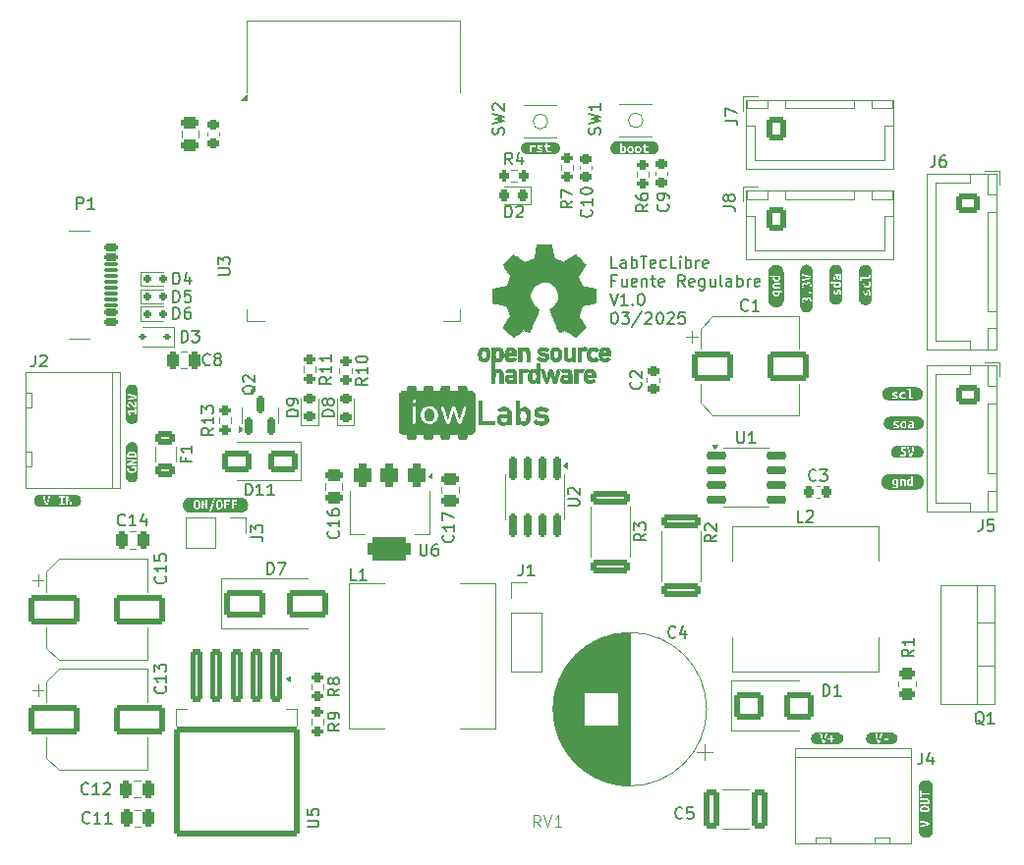
<source format=gto>
G04 #@! TF.GenerationSoftware,KiCad,Pcbnew,8.0.3-8.0.3-0~ubuntu20.04.1*
G04 #@! TF.CreationDate,2025-03-17T01:47:29-03:00*
G04 #@! TF.ProjectId,fuente_regulable,6675656e-7465-45f7-9265-67756c61626c,rev?*
G04 #@! TF.SameCoordinates,Original*
G04 #@! TF.FileFunction,Legend,Top*
G04 #@! TF.FilePolarity,Positive*
%FSLAX46Y46*%
G04 Gerber Fmt 4.6, Leading zero omitted, Abs format (unit mm)*
G04 Created by KiCad (PCBNEW 8.0.3-8.0.3-0~ubuntu20.04.1) date 2025-03-17 01:47:29*
%MOMM*%
%LPD*%
G01*
G04 APERTURE LIST*
G04 Aperture macros list*
%AMRoundRect*
0 Rectangle with rounded corners*
0 $1 Rounding radius*
0 $2 $3 $4 $5 $6 $7 $8 $9 X,Y pos of 4 corners*
0 Add a 4 corners polygon primitive as box body*
4,1,4,$2,$3,$4,$5,$6,$7,$8,$9,$2,$3,0*
0 Add four circle primitives for the rounded corners*
1,1,$1+$1,$2,$3*
1,1,$1+$1,$4,$5*
1,1,$1+$1,$6,$7*
1,1,$1+$1,$8,$9*
0 Add four rect primitives between the rounded corners*
20,1,$1+$1,$2,$3,$4,$5,0*
20,1,$1+$1,$4,$5,$6,$7,0*
20,1,$1+$1,$6,$7,$8,$9,0*
20,1,$1+$1,$8,$9,$2,$3,0*%
G04 Aperture macros list end*
%ADD10C,0.150000*%
%ADD11C,0.100000*%
%ADD12C,0.010000*%
%ADD13C,0.000000*%
%ADD14C,0.120000*%
%ADD15RoundRect,0.375000X-0.375000X0.625000X-0.375000X-0.625000X0.375000X-0.625000X0.375000X0.625000X0*%
%ADD16RoundRect,0.500000X-1.400000X0.500000X-1.400000X-0.500000X1.400000X-0.500000X1.400000X0.500000X0*%
%ADD17R,1.700000X1.700000*%
%ADD18O,1.700000X1.700000*%
%ADD19RoundRect,0.250000X-0.450000X0.262500X-0.450000X-0.262500X0.450000X-0.262500X0.450000X0.262500X0*%
%ADD20R,2.000000X1.905000*%
%ADD21O,2.000000X1.905000*%
%ADD22R,2.900000X5.400000*%
%ADD23R,2.400000X2.400000*%
%ADD24C,2.400000*%
%ADD25RoundRect,0.250000X-1.500000X-1.000000X1.500000X-1.000000X1.500000X1.000000X-1.500000X1.000000X0*%
%ADD26R,3.900000X3.900000*%
%ADD27R,1.500000X0.900000*%
%ADD28R,0.900000X1.500000*%
%ADD29RoundRect,0.250000X-0.300000X2.050000X-0.300000X-2.050000X0.300000X-2.050000X0.300000X2.050000X0*%
%ADD30RoundRect,0.250002X-5.149998X4.449998X-5.149998X-4.449998X5.149998X-4.449998X5.149998X4.449998X0*%
%ADD31RoundRect,0.150000X-0.150000X0.825000X-0.150000X-0.825000X0.150000X-0.825000X0.150000X0.825000X0*%
%ADD32RoundRect,0.150000X-0.725000X-0.150000X0.725000X-0.150000X0.725000X0.150000X-0.725000X0.150000X0*%
%ADD33R,1.250000X0.900000*%
%ADD34O,3.500000X5.500000*%
%ADD35RoundRect,0.200000X0.275000X-0.200000X0.275000X0.200000X-0.275000X0.200000X-0.275000X-0.200000X0*%
%ADD36RoundRect,0.200000X-0.275000X0.200000X-0.275000X-0.200000X0.275000X-0.200000X0.275000X0.200000X0*%
%ADD37RoundRect,0.200000X-0.200000X-0.275000X0.200000X-0.275000X0.200000X0.275000X-0.200000X0.275000X0*%
%ADD38RoundRect,0.250000X-1.425000X0.362500X-1.425000X-0.362500X1.425000X-0.362500X1.425000X0.362500X0*%
%ADD39RoundRect,0.250000X1.425000X-0.362500X1.425000X0.362500X-1.425000X0.362500X-1.425000X-0.362500X0*%
%ADD40RoundRect,0.150000X0.150000X-0.587500X0.150000X0.587500X-0.150000X0.587500X-0.150000X-0.587500X0*%
%ADD41C,0.650000*%
%ADD42RoundRect,0.150000X-0.425000X0.150000X-0.425000X-0.150000X0.425000X-0.150000X0.425000X0.150000X0*%
%ADD43RoundRect,0.075000X-0.500000X0.075000X-0.500000X-0.075000X0.500000X-0.075000X0.500000X0.075000X0*%
%ADD44O,2.100000X1.000000*%
%ADD45O,1.800000X1.000000*%
%ADD46R,5.400000X2.900000*%
%ADD47RoundRect,0.250000X-0.600000X-0.725000X0.600000X-0.725000X0.600000X0.725000X-0.600000X0.725000X0*%
%ADD48O,1.700000X1.950000*%
%ADD49RoundRect,0.250000X-0.725000X0.600000X-0.725000X-0.600000X0.725000X-0.600000X0.725000X0.600000X0*%
%ADD50O,1.950000X1.700000*%
%ADD51O,2.000000X4.000000*%
%ADD52O,4.000000X2.000000*%
%ADD53RoundRect,0.250000X-0.625000X0.375000X-0.625000X-0.375000X0.625000X-0.375000X0.625000X0.375000X0*%
%ADD54RoundRect,0.250000X1.000000X0.650000X-1.000000X0.650000X-1.000000X-0.650000X1.000000X-0.650000X0*%
%ADD55RoundRect,0.218750X0.256250X-0.218750X0.256250X0.218750X-0.256250X0.218750X-0.256250X-0.218750X0*%
%ADD56RoundRect,0.250000X-1.500000X-0.900000X1.500000X-0.900000X1.500000X0.900000X-1.500000X0.900000X0*%
%ADD57RoundRect,0.150000X0.150000X0.200000X-0.150000X0.200000X-0.150000X-0.200000X0.150000X-0.200000X0*%
%ADD58RoundRect,0.112500X0.187500X0.112500X-0.187500X0.112500X-0.187500X-0.112500X0.187500X-0.112500X0*%
%ADD59RoundRect,0.218750X0.218750X0.256250X-0.218750X0.256250X-0.218750X-0.256250X0.218750X-0.256250X0*%
%ADD60RoundRect,0.250000X-1.000000X-0.900000X1.000000X-0.900000X1.000000X0.900000X-1.000000X0.900000X0*%
%ADD61RoundRect,0.250000X0.475000X-0.250000X0.475000X0.250000X-0.475000X0.250000X-0.475000X-0.250000X0*%
%ADD62RoundRect,0.250000X-0.475000X0.250000X-0.475000X-0.250000X0.475000X-0.250000X0.475000X0.250000X0*%
%ADD63RoundRect,0.250000X-1.950000X-1.000000X1.950000X-1.000000X1.950000X1.000000X-1.950000X1.000000X0*%
%ADD64RoundRect,0.250000X-0.250000X-0.475000X0.250000X-0.475000X0.250000X0.475000X-0.250000X0.475000X0*%
%ADD65RoundRect,0.225000X-0.250000X0.225000X-0.250000X-0.225000X0.250000X-0.225000X0.250000X0.225000X0*%
%ADD66RoundRect,0.250000X0.250000X0.475000X-0.250000X0.475000X-0.250000X-0.475000X0.250000X-0.475000X0*%
%ADD67RoundRect,0.249999X0.450001X1.450001X-0.450001X1.450001X-0.450001X-1.450001X0.450001X-1.450001X0*%
%ADD68RoundRect,0.225000X-0.225000X-0.250000X0.225000X-0.250000X0.225000X0.250000X-0.225000X0.250000X0*%
%ADD69RoundRect,0.225000X0.250000X-0.225000X0.250000X0.225000X-0.250000X0.225000X-0.250000X-0.225000X0*%
G04 APERTURE END LIST*
D10*
X101312969Y-65039987D02*
X100836779Y-65039987D01*
X100836779Y-65039987D02*
X100836779Y-64039987D01*
X102074874Y-65039987D02*
X102074874Y-64516177D01*
X102074874Y-64516177D02*
X102027255Y-64420939D01*
X102027255Y-64420939D02*
X101932017Y-64373320D01*
X101932017Y-64373320D02*
X101741541Y-64373320D01*
X101741541Y-64373320D02*
X101646303Y-64420939D01*
X102074874Y-64992368D02*
X101979636Y-65039987D01*
X101979636Y-65039987D02*
X101741541Y-65039987D01*
X101741541Y-65039987D02*
X101646303Y-64992368D01*
X101646303Y-64992368D02*
X101598684Y-64897129D01*
X101598684Y-64897129D02*
X101598684Y-64801891D01*
X101598684Y-64801891D02*
X101646303Y-64706653D01*
X101646303Y-64706653D02*
X101741541Y-64659034D01*
X101741541Y-64659034D02*
X101979636Y-64659034D01*
X101979636Y-64659034D02*
X102074874Y-64611415D01*
X102551065Y-65039987D02*
X102551065Y-64039987D01*
X102551065Y-64420939D02*
X102646303Y-64373320D01*
X102646303Y-64373320D02*
X102836779Y-64373320D01*
X102836779Y-64373320D02*
X102932017Y-64420939D01*
X102932017Y-64420939D02*
X102979636Y-64468558D01*
X102979636Y-64468558D02*
X103027255Y-64563796D01*
X103027255Y-64563796D02*
X103027255Y-64849510D01*
X103027255Y-64849510D02*
X102979636Y-64944748D01*
X102979636Y-64944748D02*
X102932017Y-64992368D01*
X102932017Y-64992368D02*
X102836779Y-65039987D01*
X102836779Y-65039987D02*
X102646303Y-65039987D01*
X102646303Y-65039987D02*
X102551065Y-64992368D01*
X103312970Y-64039987D02*
X103884398Y-64039987D01*
X103598684Y-65039987D02*
X103598684Y-64039987D01*
X104598684Y-64992368D02*
X104503446Y-65039987D01*
X104503446Y-65039987D02*
X104312970Y-65039987D01*
X104312970Y-65039987D02*
X104217732Y-64992368D01*
X104217732Y-64992368D02*
X104170113Y-64897129D01*
X104170113Y-64897129D02*
X104170113Y-64516177D01*
X104170113Y-64516177D02*
X104217732Y-64420939D01*
X104217732Y-64420939D02*
X104312970Y-64373320D01*
X104312970Y-64373320D02*
X104503446Y-64373320D01*
X104503446Y-64373320D02*
X104598684Y-64420939D01*
X104598684Y-64420939D02*
X104646303Y-64516177D01*
X104646303Y-64516177D02*
X104646303Y-64611415D01*
X104646303Y-64611415D02*
X104170113Y-64706653D01*
X105503446Y-64992368D02*
X105408208Y-65039987D01*
X105408208Y-65039987D02*
X105217732Y-65039987D01*
X105217732Y-65039987D02*
X105122494Y-64992368D01*
X105122494Y-64992368D02*
X105074875Y-64944748D01*
X105074875Y-64944748D02*
X105027256Y-64849510D01*
X105027256Y-64849510D02*
X105027256Y-64563796D01*
X105027256Y-64563796D02*
X105074875Y-64468558D01*
X105074875Y-64468558D02*
X105122494Y-64420939D01*
X105122494Y-64420939D02*
X105217732Y-64373320D01*
X105217732Y-64373320D02*
X105408208Y-64373320D01*
X105408208Y-64373320D02*
X105503446Y-64420939D01*
X106408208Y-65039987D02*
X105932018Y-65039987D01*
X105932018Y-65039987D02*
X105932018Y-64039987D01*
X106741542Y-65039987D02*
X106741542Y-64373320D01*
X106741542Y-64039987D02*
X106693923Y-64087606D01*
X106693923Y-64087606D02*
X106741542Y-64135225D01*
X106741542Y-64135225D02*
X106789161Y-64087606D01*
X106789161Y-64087606D02*
X106741542Y-64039987D01*
X106741542Y-64039987D02*
X106741542Y-64135225D01*
X107217732Y-65039987D02*
X107217732Y-64039987D01*
X107217732Y-64420939D02*
X107312970Y-64373320D01*
X107312970Y-64373320D02*
X107503446Y-64373320D01*
X107503446Y-64373320D02*
X107598684Y-64420939D01*
X107598684Y-64420939D02*
X107646303Y-64468558D01*
X107646303Y-64468558D02*
X107693922Y-64563796D01*
X107693922Y-64563796D02*
X107693922Y-64849510D01*
X107693922Y-64849510D02*
X107646303Y-64944748D01*
X107646303Y-64944748D02*
X107598684Y-64992368D01*
X107598684Y-64992368D02*
X107503446Y-65039987D01*
X107503446Y-65039987D02*
X107312970Y-65039987D01*
X107312970Y-65039987D02*
X107217732Y-64992368D01*
X108122494Y-65039987D02*
X108122494Y-64373320D01*
X108122494Y-64563796D02*
X108170113Y-64468558D01*
X108170113Y-64468558D02*
X108217732Y-64420939D01*
X108217732Y-64420939D02*
X108312970Y-64373320D01*
X108312970Y-64373320D02*
X108408208Y-64373320D01*
X109122494Y-64992368D02*
X109027256Y-65039987D01*
X109027256Y-65039987D02*
X108836780Y-65039987D01*
X108836780Y-65039987D02*
X108741542Y-64992368D01*
X108741542Y-64992368D02*
X108693923Y-64897129D01*
X108693923Y-64897129D02*
X108693923Y-64516177D01*
X108693923Y-64516177D02*
X108741542Y-64420939D01*
X108741542Y-64420939D02*
X108836780Y-64373320D01*
X108836780Y-64373320D02*
X109027256Y-64373320D01*
X109027256Y-64373320D02*
X109122494Y-64420939D01*
X109122494Y-64420939D02*
X109170113Y-64516177D01*
X109170113Y-64516177D02*
X109170113Y-64611415D01*
X109170113Y-64611415D02*
X108693923Y-64706653D01*
X101170112Y-66126121D02*
X100836779Y-66126121D01*
X100836779Y-66649931D02*
X100836779Y-65649931D01*
X100836779Y-65649931D02*
X101312969Y-65649931D01*
X102122493Y-65983264D02*
X102122493Y-66649931D01*
X101693922Y-65983264D02*
X101693922Y-66507073D01*
X101693922Y-66507073D02*
X101741541Y-66602312D01*
X101741541Y-66602312D02*
X101836779Y-66649931D01*
X101836779Y-66649931D02*
X101979636Y-66649931D01*
X101979636Y-66649931D02*
X102074874Y-66602312D01*
X102074874Y-66602312D02*
X102122493Y-66554692D01*
X102979636Y-66602312D02*
X102884398Y-66649931D01*
X102884398Y-66649931D02*
X102693922Y-66649931D01*
X102693922Y-66649931D02*
X102598684Y-66602312D01*
X102598684Y-66602312D02*
X102551065Y-66507073D01*
X102551065Y-66507073D02*
X102551065Y-66126121D01*
X102551065Y-66126121D02*
X102598684Y-66030883D01*
X102598684Y-66030883D02*
X102693922Y-65983264D01*
X102693922Y-65983264D02*
X102884398Y-65983264D01*
X102884398Y-65983264D02*
X102979636Y-66030883D01*
X102979636Y-66030883D02*
X103027255Y-66126121D01*
X103027255Y-66126121D02*
X103027255Y-66221359D01*
X103027255Y-66221359D02*
X102551065Y-66316597D01*
X103455827Y-65983264D02*
X103455827Y-66649931D01*
X103455827Y-66078502D02*
X103503446Y-66030883D01*
X103503446Y-66030883D02*
X103598684Y-65983264D01*
X103598684Y-65983264D02*
X103741541Y-65983264D01*
X103741541Y-65983264D02*
X103836779Y-66030883D01*
X103836779Y-66030883D02*
X103884398Y-66126121D01*
X103884398Y-66126121D02*
X103884398Y-66649931D01*
X104217732Y-65983264D02*
X104598684Y-65983264D01*
X104360589Y-65649931D02*
X104360589Y-66507073D01*
X104360589Y-66507073D02*
X104408208Y-66602312D01*
X104408208Y-66602312D02*
X104503446Y-66649931D01*
X104503446Y-66649931D02*
X104598684Y-66649931D01*
X105312970Y-66602312D02*
X105217732Y-66649931D01*
X105217732Y-66649931D02*
X105027256Y-66649931D01*
X105027256Y-66649931D02*
X104932018Y-66602312D01*
X104932018Y-66602312D02*
X104884399Y-66507073D01*
X104884399Y-66507073D02*
X104884399Y-66126121D01*
X104884399Y-66126121D02*
X104932018Y-66030883D01*
X104932018Y-66030883D02*
X105027256Y-65983264D01*
X105027256Y-65983264D02*
X105217732Y-65983264D01*
X105217732Y-65983264D02*
X105312970Y-66030883D01*
X105312970Y-66030883D02*
X105360589Y-66126121D01*
X105360589Y-66126121D02*
X105360589Y-66221359D01*
X105360589Y-66221359D02*
X104884399Y-66316597D01*
X107122494Y-66649931D02*
X106789161Y-66173740D01*
X106551066Y-66649931D02*
X106551066Y-65649931D01*
X106551066Y-65649931D02*
X106932018Y-65649931D01*
X106932018Y-65649931D02*
X107027256Y-65697550D01*
X107027256Y-65697550D02*
X107074875Y-65745169D01*
X107074875Y-65745169D02*
X107122494Y-65840407D01*
X107122494Y-65840407D02*
X107122494Y-65983264D01*
X107122494Y-65983264D02*
X107074875Y-66078502D01*
X107074875Y-66078502D02*
X107027256Y-66126121D01*
X107027256Y-66126121D02*
X106932018Y-66173740D01*
X106932018Y-66173740D02*
X106551066Y-66173740D01*
X107932018Y-66602312D02*
X107836780Y-66649931D01*
X107836780Y-66649931D02*
X107646304Y-66649931D01*
X107646304Y-66649931D02*
X107551066Y-66602312D01*
X107551066Y-66602312D02*
X107503447Y-66507073D01*
X107503447Y-66507073D02*
X107503447Y-66126121D01*
X107503447Y-66126121D02*
X107551066Y-66030883D01*
X107551066Y-66030883D02*
X107646304Y-65983264D01*
X107646304Y-65983264D02*
X107836780Y-65983264D01*
X107836780Y-65983264D02*
X107932018Y-66030883D01*
X107932018Y-66030883D02*
X107979637Y-66126121D01*
X107979637Y-66126121D02*
X107979637Y-66221359D01*
X107979637Y-66221359D02*
X107503447Y-66316597D01*
X108836780Y-65983264D02*
X108836780Y-66792788D01*
X108836780Y-66792788D02*
X108789161Y-66888026D01*
X108789161Y-66888026D02*
X108741542Y-66935645D01*
X108741542Y-66935645D02*
X108646304Y-66983264D01*
X108646304Y-66983264D02*
X108503447Y-66983264D01*
X108503447Y-66983264D02*
X108408209Y-66935645D01*
X108836780Y-66602312D02*
X108741542Y-66649931D01*
X108741542Y-66649931D02*
X108551066Y-66649931D01*
X108551066Y-66649931D02*
X108455828Y-66602312D01*
X108455828Y-66602312D02*
X108408209Y-66554692D01*
X108408209Y-66554692D02*
X108360590Y-66459454D01*
X108360590Y-66459454D02*
X108360590Y-66173740D01*
X108360590Y-66173740D02*
X108408209Y-66078502D01*
X108408209Y-66078502D02*
X108455828Y-66030883D01*
X108455828Y-66030883D02*
X108551066Y-65983264D01*
X108551066Y-65983264D02*
X108741542Y-65983264D01*
X108741542Y-65983264D02*
X108836780Y-66030883D01*
X109741542Y-65983264D02*
X109741542Y-66649931D01*
X109312971Y-65983264D02*
X109312971Y-66507073D01*
X109312971Y-66507073D02*
X109360590Y-66602312D01*
X109360590Y-66602312D02*
X109455828Y-66649931D01*
X109455828Y-66649931D02*
X109598685Y-66649931D01*
X109598685Y-66649931D02*
X109693923Y-66602312D01*
X109693923Y-66602312D02*
X109741542Y-66554692D01*
X110360590Y-66649931D02*
X110265352Y-66602312D01*
X110265352Y-66602312D02*
X110217733Y-66507073D01*
X110217733Y-66507073D02*
X110217733Y-65649931D01*
X111170114Y-66649931D02*
X111170114Y-66126121D01*
X111170114Y-66126121D02*
X111122495Y-66030883D01*
X111122495Y-66030883D02*
X111027257Y-65983264D01*
X111027257Y-65983264D02*
X110836781Y-65983264D01*
X110836781Y-65983264D02*
X110741543Y-66030883D01*
X111170114Y-66602312D02*
X111074876Y-66649931D01*
X111074876Y-66649931D02*
X110836781Y-66649931D01*
X110836781Y-66649931D02*
X110741543Y-66602312D01*
X110741543Y-66602312D02*
X110693924Y-66507073D01*
X110693924Y-66507073D02*
X110693924Y-66411835D01*
X110693924Y-66411835D02*
X110741543Y-66316597D01*
X110741543Y-66316597D02*
X110836781Y-66268978D01*
X110836781Y-66268978D02*
X111074876Y-66268978D01*
X111074876Y-66268978D02*
X111170114Y-66221359D01*
X111646305Y-66649931D02*
X111646305Y-65649931D01*
X111646305Y-66030883D02*
X111741543Y-65983264D01*
X111741543Y-65983264D02*
X111932019Y-65983264D01*
X111932019Y-65983264D02*
X112027257Y-66030883D01*
X112027257Y-66030883D02*
X112074876Y-66078502D01*
X112074876Y-66078502D02*
X112122495Y-66173740D01*
X112122495Y-66173740D02*
X112122495Y-66459454D01*
X112122495Y-66459454D02*
X112074876Y-66554692D01*
X112074876Y-66554692D02*
X112027257Y-66602312D01*
X112027257Y-66602312D02*
X111932019Y-66649931D01*
X111932019Y-66649931D02*
X111741543Y-66649931D01*
X111741543Y-66649931D02*
X111646305Y-66602312D01*
X112551067Y-66649931D02*
X112551067Y-65983264D01*
X112551067Y-66173740D02*
X112598686Y-66078502D01*
X112598686Y-66078502D02*
X112646305Y-66030883D01*
X112646305Y-66030883D02*
X112741543Y-65983264D01*
X112741543Y-65983264D02*
X112836781Y-65983264D01*
X113551067Y-66602312D02*
X113455829Y-66649931D01*
X113455829Y-66649931D02*
X113265353Y-66649931D01*
X113265353Y-66649931D02*
X113170115Y-66602312D01*
X113170115Y-66602312D02*
X113122496Y-66507073D01*
X113122496Y-66507073D02*
X113122496Y-66126121D01*
X113122496Y-66126121D02*
X113170115Y-66030883D01*
X113170115Y-66030883D02*
X113265353Y-65983264D01*
X113265353Y-65983264D02*
X113455829Y-65983264D01*
X113455829Y-65983264D02*
X113551067Y-66030883D01*
X113551067Y-66030883D02*
X113598686Y-66126121D01*
X113598686Y-66126121D02*
X113598686Y-66221359D01*
X113598686Y-66221359D02*
X113122496Y-66316597D01*
X100693922Y-67259875D02*
X101027255Y-68259875D01*
X101027255Y-68259875D02*
X101360588Y-67259875D01*
X102217731Y-68259875D02*
X101646303Y-68259875D01*
X101932017Y-68259875D02*
X101932017Y-67259875D01*
X101932017Y-67259875D02*
X101836779Y-67402732D01*
X101836779Y-67402732D02*
X101741541Y-67497970D01*
X101741541Y-67497970D02*
X101646303Y-67545589D01*
X102646303Y-68164636D02*
X102693922Y-68212256D01*
X102693922Y-68212256D02*
X102646303Y-68259875D01*
X102646303Y-68259875D02*
X102598684Y-68212256D01*
X102598684Y-68212256D02*
X102646303Y-68164636D01*
X102646303Y-68164636D02*
X102646303Y-68259875D01*
X103312969Y-67259875D02*
X103408207Y-67259875D01*
X103408207Y-67259875D02*
X103503445Y-67307494D01*
X103503445Y-67307494D02*
X103551064Y-67355113D01*
X103551064Y-67355113D02*
X103598683Y-67450351D01*
X103598683Y-67450351D02*
X103646302Y-67640827D01*
X103646302Y-67640827D02*
X103646302Y-67878922D01*
X103646302Y-67878922D02*
X103598683Y-68069398D01*
X103598683Y-68069398D02*
X103551064Y-68164636D01*
X103551064Y-68164636D02*
X103503445Y-68212256D01*
X103503445Y-68212256D02*
X103408207Y-68259875D01*
X103408207Y-68259875D02*
X103312969Y-68259875D01*
X103312969Y-68259875D02*
X103217731Y-68212256D01*
X103217731Y-68212256D02*
X103170112Y-68164636D01*
X103170112Y-68164636D02*
X103122493Y-68069398D01*
X103122493Y-68069398D02*
X103074874Y-67878922D01*
X103074874Y-67878922D02*
X103074874Y-67640827D01*
X103074874Y-67640827D02*
X103122493Y-67450351D01*
X103122493Y-67450351D02*
X103170112Y-67355113D01*
X103170112Y-67355113D02*
X103217731Y-67307494D01*
X103217731Y-67307494D02*
X103312969Y-67259875D01*
X101027255Y-68869819D02*
X101122493Y-68869819D01*
X101122493Y-68869819D02*
X101217731Y-68917438D01*
X101217731Y-68917438D02*
X101265350Y-68965057D01*
X101265350Y-68965057D02*
X101312969Y-69060295D01*
X101312969Y-69060295D02*
X101360588Y-69250771D01*
X101360588Y-69250771D02*
X101360588Y-69488866D01*
X101360588Y-69488866D02*
X101312969Y-69679342D01*
X101312969Y-69679342D02*
X101265350Y-69774580D01*
X101265350Y-69774580D02*
X101217731Y-69822200D01*
X101217731Y-69822200D02*
X101122493Y-69869819D01*
X101122493Y-69869819D02*
X101027255Y-69869819D01*
X101027255Y-69869819D02*
X100932017Y-69822200D01*
X100932017Y-69822200D02*
X100884398Y-69774580D01*
X100884398Y-69774580D02*
X100836779Y-69679342D01*
X100836779Y-69679342D02*
X100789160Y-69488866D01*
X100789160Y-69488866D02*
X100789160Y-69250771D01*
X100789160Y-69250771D02*
X100836779Y-69060295D01*
X100836779Y-69060295D02*
X100884398Y-68965057D01*
X100884398Y-68965057D02*
X100932017Y-68917438D01*
X100932017Y-68917438D02*
X101027255Y-68869819D01*
X101693922Y-68869819D02*
X102312969Y-68869819D01*
X102312969Y-68869819D02*
X101979636Y-69250771D01*
X101979636Y-69250771D02*
X102122493Y-69250771D01*
X102122493Y-69250771D02*
X102217731Y-69298390D01*
X102217731Y-69298390D02*
X102265350Y-69346009D01*
X102265350Y-69346009D02*
X102312969Y-69441247D01*
X102312969Y-69441247D02*
X102312969Y-69679342D01*
X102312969Y-69679342D02*
X102265350Y-69774580D01*
X102265350Y-69774580D02*
X102217731Y-69822200D01*
X102217731Y-69822200D02*
X102122493Y-69869819D01*
X102122493Y-69869819D02*
X101836779Y-69869819D01*
X101836779Y-69869819D02*
X101741541Y-69822200D01*
X101741541Y-69822200D02*
X101693922Y-69774580D01*
X103455826Y-68822200D02*
X102598684Y-70107914D01*
X103741541Y-68965057D02*
X103789160Y-68917438D01*
X103789160Y-68917438D02*
X103884398Y-68869819D01*
X103884398Y-68869819D02*
X104122493Y-68869819D01*
X104122493Y-68869819D02*
X104217731Y-68917438D01*
X104217731Y-68917438D02*
X104265350Y-68965057D01*
X104265350Y-68965057D02*
X104312969Y-69060295D01*
X104312969Y-69060295D02*
X104312969Y-69155533D01*
X104312969Y-69155533D02*
X104265350Y-69298390D01*
X104265350Y-69298390D02*
X103693922Y-69869819D01*
X103693922Y-69869819D02*
X104312969Y-69869819D01*
X104932017Y-68869819D02*
X105027255Y-68869819D01*
X105027255Y-68869819D02*
X105122493Y-68917438D01*
X105122493Y-68917438D02*
X105170112Y-68965057D01*
X105170112Y-68965057D02*
X105217731Y-69060295D01*
X105217731Y-69060295D02*
X105265350Y-69250771D01*
X105265350Y-69250771D02*
X105265350Y-69488866D01*
X105265350Y-69488866D02*
X105217731Y-69679342D01*
X105217731Y-69679342D02*
X105170112Y-69774580D01*
X105170112Y-69774580D02*
X105122493Y-69822200D01*
X105122493Y-69822200D02*
X105027255Y-69869819D01*
X105027255Y-69869819D02*
X104932017Y-69869819D01*
X104932017Y-69869819D02*
X104836779Y-69822200D01*
X104836779Y-69822200D02*
X104789160Y-69774580D01*
X104789160Y-69774580D02*
X104741541Y-69679342D01*
X104741541Y-69679342D02*
X104693922Y-69488866D01*
X104693922Y-69488866D02*
X104693922Y-69250771D01*
X104693922Y-69250771D02*
X104741541Y-69060295D01*
X104741541Y-69060295D02*
X104789160Y-68965057D01*
X104789160Y-68965057D02*
X104836779Y-68917438D01*
X104836779Y-68917438D02*
X104932017Y-68869819D01*
X105646303Y-68965057D02*
X105693922Y-68917438D01*
X105693922Y-68917438D02*
X105789160Y-68869819D01*
X105789160Y-68869819D02*
X106027255Y-68869819D01*
X106027255Y-68869819D02*
X106122493Y-68917438D01*
X106122493Y-68917438D02*
X106170112Y-68965057D01*
X106170112Y-68965057D02*
X106217731Y-69060295D01*
X106217731Y-69060295D02*
X106217731Y-69155533D01*
X106217731Y-69155533D02*
X106170112Y-69298390D01*
X106170112Y-69298390D02*
X105598684Y-69869819D01*
X105598684Y-69869819D02*
X106217731Y-69869819D01*
X107122493Y-68869819D02*
X106646303Y-68869819D01*
X106646303Y-68869819D02*
X106598684Y-69346009D01*
X106598684Y-69346009D02*
X106646303Y-69298390D01*
X106646303Y-69298390D02*
X106741541Y-69250771D01*
X106741541Y-69250771D02*
X106979636Y-69250771D01*
X106979636Y-69250771D02*
X107074874Y-69298390D01*
X107074874Y-69298390D02*
X107122493Y-69346009D01*
X107122493Y-69346009D02*
X107170112Y-69441247D01*
X107170112Y-69441247D02*
X107170112Y-69679342D01*
X107170112Y-69679342D02*
X107122493Y-69774580D01*
X107122493Y-69774580D02*
X107074874Y-69822200D01*
X107074874Y-69822200D02*
X106979636Y-69869819D01*
X106979636Y-69869819D02*
X106741541Y-69869819D01*
X106741541Y-69869819D02*
X106646303Y-69822200D01*
X106646303Y-69822200D02*
X106598684Y-69774580D01*
X84338095Y-88854819D02*
X84338095Y-89664342D01*
X84338095Y-89664342D02*
X84385714Y-89759580D01*
X84385714Y-89759580D02*
X84433333Y-89807200D01*
X84433333Y-89807200D02*
X84528571Y-89854819D01*
X84528571Y-89854819D02*
X84719047Y-89854819D01*
X84719047Y-89854819D02*
X84814285Y-89807200D01*
X84814285Y-89807200D02*
X84861904Y-89759580D01*
X84861904Y-89759580D02*
X84909523Y-89664342D01*
X84909523Y-89664342D02*
X84909523Y-88854819D01*
X85814285Y-88854819D02*
X85623809Y-88854819D01*
X85623809Y-88854819D02*
X85528571Y-88902438D01*
X85528571Y-88902438D02*
X85480952Y-88950057D01*
X85480952Y-88950057D02*
X85385714Y-89092914D01*
X85385714Y-89092914D02*
X85338095Y-89283390D01*
X85338095Y-89283390D02*
X85338095Y-89664342D01*
X85338095Y-89664342D02*
X85385714Y-89759580D01*
X85385714Y-89759580D02*
X85433333Y-89807200D01*
X85433333Y-89807200D02*
X85528571Y-89854819D01*
X85528571Y-89854819D02*
X85719047Y-89854819D01*
X85719047Y-89854819D02*
X85814285Y-89807200D01*
X85814285Y-89807200D02*
X85861904Y-89759580D01*
X85861904Y-89759580D02*
X85909523Y-89664342D01*
X85909523Y-89664342D02*
X85909523Y-89426247D01*
X85909523Y-89426247D02*
X85861904Y-89331009D01*
X85861904Y-89331009D02*
X85814285Y-89283390D01*
X85814285Y-89283390D02*
X85719047Y-89235771D01*
X85719047Y-89235771D02*
X85528571Y-89235771D01*
X85528571Y-89235771D02*
X85433333Y-89283390D01*
X85433333Y-89283390D02*
X85385714Y-89331009D01*
X85385714Y-89331009D02*
X85338095Y-89426247D01*
X93166666Y-90599819D02*
X93166666Y-91314104D01*
X93166666Y-91314104D02*
X93119047Y-91456961D01*
X93119047Y-91456961D02*
X93023809Y-91552200D01*
X93023809Y-91552200D02*
X92880952Y-91599819D01*
X92880952Y-91599819D02*
X92785714Y-91599819D01*
X94166666Y-91599819D02*
X93595238Y-91599819D01*
X93880952Y-91599819D02*
X93880952Y-90599819D01*
X93880952Y-90599819D02*
X93785714Y-90742676D01*
X93785714Y-90742676D02*
X93690476Y-90837914D01*
X93690476Y-90837914D02*
X93595238Y-90885533D01*
X126854819Y-97966666D02*
X126378628Y-98299999D01*
X126854819Y-98538094D02*
X125854819Y-98538094D01*
X125854819Y-98538094D02*
X125854819Y-98157142D01*
X125854819Y-98157142D02*
X125902438Y-98061904D01*
X125902438Y-98061904D02*
X125950057Y-98014285D01*
X125950057Y-98014285D02*
X126045295Y-97966666D01*
X126045295Y-97966666D02*
X126188152Y-97966666D01*
X126188152Y-97966666D02*
X126283390Y-98014285D01*
X126283390Y-98014285D02*
X126331009Y-98061904D01*
X126331009Y-98061904D02*
X126378628Y-98157142D01*
X126378628Y-98157142D02*
X126378628Y-98538094D01*
X126854819Y-97014285D02*
X126854819Y-97585713D01*
X126854819Y-97299999D02*
X125854819Y-97299999D01*
X125854819Y-97299999D02*
X125997676Y-97395237D01*
X125997676Y-97395237D02*
X126092914Y-97490475D01*
X126092914Y-97490475D02*
X126140533Y-97585713D01*
X132904761Y-104450057D02*
X132809523Y-104402438D01*
X132809523Y-104402438D02*
X132714285Y-104307200D01*
X132714285Y-104307200D02*
X132571428Y-104164342D01*
X132571428Y-104164342D02*
X132476190Y-104116723D01*
X132476190Y-104116723D02*
X132380952Y-104116723D01*
X132428571Y-104354819D02*
X132333333Y-104307200D01*
X132333333Y-104307200D02*
X132238095Y-104211961D01*
X132238095Y-104211961D02*
X132190476Y-104021485D01*
X132190476Y-104021485D02*
X132190476Y-103688152D01*
X132190476Y-103688152D02*
X132238095Y-103497676D01*
X132238095Y-103497676D02*
X132333333Y-103402438D01*
X132333333Y-103402438D02*
X132428571Y-103354819D01*
X132428571Y-103354819D02*
X132619047Y-103354819D01*
X132619047Y-103354819D02*
X132714285Y-103402438D01*
X132714285Y-103402438D02*
X132809523Y-103497676D01*
X132809523Y-103497676D02*
X132857142Y-103688152D01*
X132857142Y-103688152D02*
X132857142Y-104021485D01*
X132857142Y-104021485D02*
X132809523Y-104211961D01*
X132809523Y-104211961D02*
X132714285Y-104307200D01*
X132714285Y-104307200D02*
X132619047Y-104354819D01*
X132619047Y-104354819D02*
X132428571Y-104354819D01*
X133809523Y-104354819D02*
X133238095Y-104354819D01*
X133523809Y-104354819D02*
X133523809Y-103354819D01*
X133523809Y-103354819D02*
X133428571Y-103497676D01*
X133428571Y-103497676D02*
X133333333Y-103592914D01*
X133333333Y-103592914D02*
X133238095Y-103640533D01*
X117333333Y-86954819D02*
X116857143Y-86954819D01*
X116857143Y-86954819D02*
X116857143Y-85954819D01*
X117619048Y-86050057D02*
X117666667Y-86002438D01*
X117666667Y-86002438D02*
X117761905Y-85954819D01*
X117761905Y-85954819D02*
X118000000Y-85954819D01*
X118000000Y-85954819D02*
X118095238Y-86002438D01*
X118095238Y-86002438D02*
X118142857Y-86050057D01*
X118142857Y-86050057D02*
X118190476Y-86145295D01*
X118190476Y-86145295D02*
X118190476Y-86240533D01*
X118190476Y-86240533D02*
X118142857Y-86383390D01*
X118142857Y-86383390D02*
X117571429Y-86954819D01*
X117571429Y-86954819D02*
X118190476Y-86954819D01*
X106333333Y-96859580D02*
X106285714Y-96907200D01*
X106285714Y-96907200D02*
X106142857Y-96954819D01*
X106142857Y-96954819D02*
X106047619Y-96954819D01*
X106047619Y-96954819D02*
X105904762Y-96907200D01*
X105904762Y-96907200D02*
X105809524Y-96811961D01*
X105809524Y-96811961D02*
X105761905Y-96716723D01*
X105761905Y-96716723D02*
X105714286Y-96526247D01*
X105714286Y-96526247D02*
X105714286Y-96383390D01*
X105714286Y-96383390D02*
X105761905Y-96192914D01*
X105761905Y-96192914D02*
X105809524Y-96097676D01*
X105809524Y-96097676D02*
X105904762Y-96002438D01*
X105904762Y-96002438D02*
X106047619Y-95954819D01*
X106047619Y-95954819D02*
X106142857Y-95954819D01*
X106142857Y-95954819D02*
X106285714Y-96002438D01*
X106285714Y-96002438D02*
X106333333Y-96050057D01*
X107190476Y-96288152D02*
X107190476Y-96954819D01*
X106952381Y-95907200D02*
X106714286Y-96621485D01*
X106714286Y-96621485D02*
X107333333Y-96621485D01*
X112583333Y-68659580D02*
X112535714Y-68707200D01*
X112535714Y-68707200D02*
X112392857Y-68754819D01*
X112392857Y-68754819D02*
X112297619Y-68754819D01*
X112297619Y-68754819D02*
X112154762Y-68707200D01*
X112154762Y-68707200D02*
X112059524Y-68611961D01*
X112059524Y-68611961D02*
X112011905Y-68516723D01*
X112011905Y-68516723D02*
X111964286Y-68326247D01*
X111964286Y-68326247D02*
X111964286Y-68183390D01*
X111964286Y-68183390D02*
X112011905Y-67992914D01*
X112011905Y-67992914D02*
X112059524Y-67897676D01*
X112059524Y-67897676D02*
X112154762Y-67802438D01*
X112154762Y-67802438D02*
X112297619Y-67754819D01*
X112297619Y-67754819D02*
X112392857Y-67754819D01*
X112392857Y-67754819D02*
X112535714Y-67802438D01*
X112535714Y-67802438D02*
X112583333Y-67850057D01*
X113535714Y-68754819D02*
X112964286Y-68754819D01*
X113250000Y-68754819D02*
X113250000Y-67754819D01*
X113250000Y-67754819D02*
X113154762Y-67897676D01*
X113154762Y-67897676D02*
X113059524Y-67992914D01*
X113059524Y-67992914D02*
X112964286Y-68040533D01*
X66954819Y-65661904D02*
X67764342Y-65661904D01*
X67764342Y-65661904D02*
X67859580Y-65614285D01*
X67859580Y-65614285D02*
X67907200Y-65566666D01*
X67907200Y-65566666D02*
X67954819Y-65471428D01*
X67954819Y-65471428D02*
X67954819Y-65280952D01*
X67954819Y-65280952D02*
X67907200Y-65185714D01*
X67907200Y-65185714D02*
X67859580Y-65138095D01*
X67859580Y-65138095D02*
X67764342Y-65090476D01*
X67764342Y-65090476D02*
X66954819Y-65090476D01*
X66954819Y-64709523D02*
X66954819Y-64090476D01*
X66954819Y-64090476D02*
X67335771Y-64423809D01*
X67335771Y-64423809D02*
X67335771Y-64280952D01*
X67335771Y-64280952D02*
X67383390Y-64185714D01*
X67383390Y-64185714D02*
X67431009Y-64138095D01*
X67431009Y-64138095D02*
X67526247Y-64090476D01*
X67526247Y-64090476D02*
X67764342Y-64090476D01*
X67764342Y-64090476D02*
X67859580Y-64138095D01*
X67859580Y-64138095D02*
X67907200Y-64185714D01*
X67907200Y-64185714D02*
X67954819Y-64280952D01*
X67954819Y-64280952D02*
X67954819Y-64566666D01*
X67954819Y-64566666D02*
X67907200Y-64661904D01*
X67907200Y-64661904D02*
X67859580Y-64709523D01*
X74604819Y-113261904D02*
X75414342Y-113261904D01*
X75414342Y-113261904D02*
X75509580Y-113214285D01*
X75509580Y-113214285D02*
X75557200Y-113166666D01*
X75557200Y-113166666D02*
X75604819Y-113071428D01*
X75604819Y-113071428D02*
X75604819Y-112880952D01*
X75604819Y-112880952D02*
X75557200Y-112785714D01*
X75557200Y-112785714D02*
X75509580Y-112738095D01*
X75509580Y-112738095D02*
X75414342Y-112690476D01*
X75414342Y-112690476D02*
X74604819Y-112690476D01*
X74604819Y-111738095D02*
X74604819Y-112214285D01*
X74604819Y-112214285D02*
X75081009Y-112261904D01*
X75081009Y-112261904D02*
X75033390Y-112214285D01*
X75033390Y-112214285D02*
X74985771Y-112119047D01*
X74985771Y-112119047D02*
X74985771Y-111880952D01*
X74985771Y-111880952D02*
X75033390Y-111785714D01*
X75033390Y-111785714D02*
X75081009Y-111738095D01*
X75081009Y-111738095D02*
X75176247Y-111690476D01*
X75176247Y-111690476D02*
X75414342Y-111690476D01*
X75414342Y-111690476D02*
X75509580Y-111738095D01*
X75509580Y-111738095D02*
X75557200Y-111785714D01*
X75557200Y-111785714D02*
X75604819Y-111880952D01*
X75604819Y-111880952D02*
X75604819Y-112119047D01*
X75604819Y-112119047D02*
X75557200Y-112214285D01*
X75557200Y-112214285D02*
X75509580Y-112261904D01*
X97054819Y-85561904D02*
X97864342Y-85561904D01*
X97864342Y-85561904D02*
X97959580Y-85514285D01*
X97959580Y-85514285D02*
X98007200Y-85466666D01*
X98007200Y-85466666D02*
X98054819Y-85371428D01*
X98054819Y-85371428D02*
X98054819Y-85180952D01*
X98054819Y-85180952D02*
X98007200Y-85085714D01*
X98007200Y-85085714D02*
X97959580Y-85038095D01*
X97959580Y-85038095D02*
X97864342Y-84990476D01*
X97864342Y-84990476D02*
X97054819Y-84990476D01*
X97150057Y-84561904D02*
X97102438Y-84514285D01*
X97102438Y-84514285D02*
X97054819Y-84419047D01*
X97054819Y-84419047D02*
X97054819Y-84180952D01*
X97054819Y-84180952D02*
X97102438Y-84085714D01*
X97102438Y-84085714D02*
X97150057Y-84038095D01*
X97150057Y-84038095D02*
X97245295Y-83990476D01*
X97245295Y-83990476D02*
X97340533Y-83990476D01*
X97340533Y-83990476D02*
X97483390Y-84038095D01*
X97483390Y-84038095D02*
X98054819Y-84609523D01*
X98054819Y-84609523D02*
X98054819Y-83990476D01*
X111663095Y-79149819D02*
X111663095Y-79959342D01*
X111663095Y-79959342D02*
X111710714Y-80054580D01*
X111710714Y-80054580D02*
X111758333Y-80102200D01*
X111758333Y-80102200D02*
X111853571Y-80149819D01*
X111853571Y-80149819D02*
X112044047Y-80149819D01*
X112044047Y-80149819D02*
X112139285Y-80102200D01*
X112139285Y-80102200D02*
X112186904Y-80054580D01*
X112186904Y-80054580D02*
X112234523Y-79959342D01*
X112234523Y-79959342D02*
X112234523Y-79149819D01*
X113234523Y-80149819D02*
X112663095Y-80149819D01*
X112948809Y-80149819D02*
X112948809Y-79149819D01*
X112948809Y-79149819D02*
X112853571Y-79292676D01*
X112853571Y-79292676D02*
X112758333Y-79387914D01*
X112758333Y-79387914D02*
X112663095Y-79435533D01*
X91507200Y-53533332D02*
X91554819Y-53390475D01*
X91554819Y-53390475D02*
X91554819Y-53152380D01*
X91554819Y-53152380D02*
X91507200Y-53057142D01*
X91507200Y-53057142D02*
X91459580Y-53009523D01*
X91459580Y-53009523D02*
X91364342Y-52961904D01*
X91364342Y-52961904D02*
X91269104Y-52961904D01*
X91269104Y-52961904D02*
X91173866Y-53009523D01*
X91173866Y-53009523D02*
X91126247Y-53057142D01*
X91126247Y-53057142D02*
X91078628Y-53152380D01*
X91078628Y-53152380D02*
X91031009Y-53342856D01*
X91031009Y-53342856D02*
X90983390Y-53438094D01*
X90983390Y-53438094D02*
X90935771Y-53485713D01*
X90935771Y-53485713D02*
X90840533Y-53533332D01*
X90840533Y-53533332D02*
X90745295Y-53533332D01*
X90745295Y-53533332D02*
X90650057Y-53485713D01*
X90650057Y-53485713D02*
X90602438Y-53438094D01*
X90602438Y-53438094D02*
X90554819Y-53342856D01*
X90554819Y-53342856D02*
X90554819Y-53104761D01*
X90554819Y-53104761D02*
X90602438Y-52961904D01*
X90554819Y-52628570D02*
X91554819Y-52390475D01*
X91554819Y-52390475D02*
X90840533Y-52199999D01*
X90840533Y-52199999D02*
X91554819Y-52009523D01*
X91554819Y-52009523D02*
X90554819Y-51771428D01*
X90650057Y-51438094D02*
X90602438Y-51390475D01*
X90602438Y-51390475D02*
X90554819Y-51295237D01*
X90554819Y-51295237D02*
X90554819Y-51057142D01*
X90554819Y-51057142D02*
X90602438Y-50961904D01*
X90602438Y-50961904D02*
X90650057Y-50914285D01*
X90650057Y-50914285D02*
X90745295Y-50866666D01*
X90745295Y-50866666D02*
X90840533Y-50866666D01*
X90840533Y-50866666D02*
X90983390Y-50914285D01*
X90983390Y-50914285D02*
X91554819Y-51485713D01*
X91554819Y-51485713D02*
X91554819Y-50866666D01*
X99807200Y-53533332D02*
X99854819Y-53390475D01*
X99854819Y-53390475D02*
X99854819Y-53152380D01*
X99854819Y-53152380D02*
X99807200Y-53057142D01*
X99807200Y-53057142D02*
X99759580Y-53009523D01*
X99759580Y-53009523D02*
X99664342Y-52961904D01*
X99664342Y-52961904D02*
X99569104Y-52961904D01*
X99569104Y-52961904D02*
X99473866Y-53009523D01*
X99473866Y-53009523D02*
X99426247Y-53057142D01*
X99426247Y-53057142D02*
X99378628Y-53152380D01*
X99378628Y-53152380D02*
X99331009Y-53342856D01*
X99331009Y-53342856D02*
X99283390Y-53438094D01*
X99283390Y-53438094D02*
X99235771Y-53485713D01*
X99235771Y-53485713D02*
X99140533Y-53533332D01*
X99140533Y-53533332D02*
X99045295Y-53533332D01*
X99045295Y-53533332D02*
X98950057Y-53485713D01*
X98950057Y-53485713D02*
X98902438Y-53438094D01*
X98902438Y-53438094D02*
X98854819Y-53342856D01*
X98854819Y-53342856D02*
X98854819Y-53104761D01*
X98854819Y-53104761D02*
X98902438Y-52961904D01*
X98854819Y-52628570D02*
X99854819Y-52390475D01*
X99854819Y-52390475D02*
X99140533Y-52199999D01*
X99140533Y-52199999D02*
X99854819Y-52009523D01*
X99854819Y-52009523D02*
X98854819Y-51771428D01*
X99854819Y-50866666D02*
X99854819Y-51438094D01*
X99854819Y-51152380D02*
X98854819Y-51152380D01*
X98854819Y-51152380D02*
X98997676Y-51247618D01*
X98997676Y-51247618D02*
X99092914Y-51342856D01*
X99092914Y-51342856D02*
X99140533Y-51438094D01*
D11*
X94704761Y-113257419D02*
X94371428Y-112781228D01*
X94133333Y-113257419D02*
X94133333Y-112257419D01*
X94133333Y-112257419D02*
X94514285Y-112257419D01*
X94514285Y-112257419D02*
X94609523Y-112305038D01*
X94609523Y-112305038D02*
X94657142Y-112352657D01*
X94657142Y-112352657D02*
X94704761Y-112447895D01*
X94704761Y-112447895D02*
X94704761Y-112590752D01*
X94704761Y-112590752D02*
X94657142Y-112685990D01*
X94657142Y-112685990D02*
X94609523Y-112733609D01*
X94609523Y-112733609D02*
X94514285Y-112781228D01*
X94514285Y-112781228D02*
X94133333Y-112781228D01*
X94990476Y-112257419D02*
X95323809Y-113257419D01*
X95323809Y-113257419D02*
X95657142Y-112257419D01*
X96514285Y-113257419D02*
X95942857Y-113257419D01*
X96228571Y-113257419D02*
X96228571Y-112257419D01*
X96228571Y-112257419D02*
X96133333Y-112400276D01*
X96133333Y-112400276D02*
X96038095Y-112495514D01*
X96038095Y-112495514D02*
X95942857Y-112543133D01*
D10*
X66524819Y-78842857D02*
X66048628Y-79176190D01*
X66524819Y-79414285D02*
X65524819Y-79414285D01*
X65524819Y-79414285D02*
X65524819Y-79033333D01*
X65524819Y-79033333D02*
X65572438Y-78938095D01*
X65572438Y-78938095D02*
X65620057Y-78890476D01*
X65620057Y-78890476D02*
X65715295Y-78842857D01*
X65715295Y-78842857D02*
X65858152Y-78842857D01*
X65858152Y-78842857D02*
X65953390Y-78890476D01*
X65953390Y-78890476D02*
X66001009Y-78938095D01*
X66001009Y-78938095D02*
X66048628Y-79033333D01*
X66048628Y-79033333D02*
X66048628Y-79414285D01*
X66524819Y-77890476D02*
X66524819Y-78461904D01*
X66524819Y-78176190D02*
X65524819Y-78176190D01*
X65524819Y-78176190D02*
X65667676Y-78271428D01*
X65667676Y-78271428D02*
X65762914Y-78366666D01*
X65762914Y-78366666D02*
X65810533Y-78461904D01*
X65524819Y-77557142D02*
X65524819Y-76938095D01*
X65524819Y-76938095D02*
X65905771Y-77271428D01*
X65905771Y-77271428D02*
X65905771Y-77128571D01*
X65905771Y-77128571D02*
X65953390Y-77033333D01*
X65953390Y-77033333D02*
X66001009Y-76985714D01*
X66001009Y-76985714D02*
X66096247Y-76938095D01*
X66096247Y-76938095D02*
X66334342Y-76938095D01*
X66334342Y-76938095D02*
X66429580Y-76985714D01*
X66429580Y-76985714D02*
X66477200Y-77033333D01*
X66477200Y-77033333D02*
X66524819Y-77128571D01*
X66524819Y-77128571D02*
X66524819Y-77414285D01*
X66524819Y-77414285D02*
X66477200Y-77509523D01*
X66477200Y-77509523D02*
X66429580Y-77557142D01*
X76684819Y-74442857D02*
X76208628Y-74776190D01*
X76684819Y-75014285D02*
X75684819Y-75014285D01*
X75684819Y-75014285D02*
X75684819Y-74633333D01*
X75684819Y-74633333D02*
X75732438Y-74538095D01*
X75732438Y-74538095D02*
X75780057Y-74490476D01*
X75780057Y-74490476D02*
X75875295Y-74442857D01*
X75875295Y-74442857D02*
X76018152Y-74442857D01*
X76018152Y-74442857D02*
X76113390Y-74490476D01*
X76113390Y-74490476D02*
X76161009Y-74538095D01*
X76161009Y-74538095D02*
X76208628Y-74633333D01*
X76208628Y-74633333D02*
X76208628Y-75014285D01*
X76684819Y-73490476D02*
X76684819Y-74061904D01*
X76684819Y-73776190D02*
X75684819Y-73776190D01*
X75684819Y-73776190D02*
X75827676Y-73871428D01*
X75827676Y-73871428D02*
X75922914Y-73966666D01*
X75922914Y-73966666D02*
X75970533Y-74061904D01*
X76684819Y-72538095D02*
X76684819Y-73109523D01*
X76684819Y-72823809D02*
X75684819Y-72823809D01*
X75684819Y-72823809D02*
X75827676Y-72919047D01*
X75827676Y-72919047D02*
X75922914Y-73014285D01*
X75922914Y-73014285D02*
X75970533Y-73109523D01*
X79784819Y-74542857D02*
X79308628Y-74876190D01*
X79784819Y-75114285D02*
X78784819Y-75114285D01*
X78784819Y-75114285D02*
X78784819Y-74733333D01*
X78784819Y-74733333D02*
X78832438Y-74638095D01*
X78832438Y-74638095D02*
X78880057Y-74590476D01*
X78880057Y-74590476D02*
X78975295Y-74542857D01*
X78975295Y-74542857D02*
X79118152Y-74542857D01*
X79118152Y-74542857D02*
X79213390Y-74590476D01*
X79213390Y-74590476D02*
X79261009Y-74638095D01*
X79261009Y-74638095D02*
X79308628Y-74733333D01*
X79308628Y-74733333D02*
X79308628Y-75114285D01*
X79784819Y-73590476D02*
X79784819Y-74161904D01*
X79784819Y-73876190D02*
X78784819Y-73876190D01*
X78784819Y-73876190D02*
X78927676Y-73971428D01*
X78927676Y-73971428D02*
X79022914Y-74066666D01*
X79022914Y-74066666D02*
X79070533Y-74161904D01*
X78784819Y-72971428D02*
X78784819Y-72876190D01*
X78784819Y-72876190D02*
X78832438Y-72780952D01*
X78832438Y-72780952D02*
X78880057Y-72733333D01*
X78880057Y-72733333D02*
X78975295Y-72685714D01*
X78975295Y-72685714D02*
X79165771Y-72638095D01*
X79165771Y-72638095D02*
X79403866Y-72638095D01*
X79403866Y-72638095D02*
X79594342Y-72685714D01*
X79594342Y-72685714D02*
X79689580Y-72733333D01*
X79689580Y-72733333D02*
X79737200Y-72780952D01*
X79737200Y-72780952D02*
X79784819Y-72876190D01*
X79784819Y-72876190D02*
X79784819Y-72971428D01*
X79784819Y-72971428D02*
X79737200Y-73066666D01*
X79737200Y-73066666D02*
X79689580Y-73114285D01*
X79689580Y-73114285D02*
X79594342Y-73161904D01*
X79594342Y-73161904D02*
X79403866Y-73209523D01*
X79403866Y-73209523D02*
X79165771Y-73209523D01*
X79165771Y-73209523D02*
X78975295Y-73161904D01*
X78975295Y-73161904D02*
X78880057Y-73114285D01*
X78880057Y-73114285D02*
X78832438Y-73066666D01*
X78832438Y-73066666D02*
X78784819Y-72971428D01*
X77384819Y-104341666D02*
X76908628Y-104674999D01*
X77384819Y-104913094D02*
X76384819Y-104913094D01*
X76384819Y-104913094D02*
X76384819Y-104532142D01*
X76384819Y-104532142D02*
X76432438Y-104436904D01*
X76432438Y-104436904D02*
X76480057Y-104389285D01*
X76480057Y-104389285D02*
X76575295Y-104341666D01*
X76575295Y-104341666D02*
X76718152Y-104341666D01*
X76718152Y-104341666D02*
X76813390Y-104389285D01*
X76813390Y-104389285D02*
X76861009Y-104436904D01*
X76861009Y-104436904D02*
X76908628Y-104532142D01*
X76908628Y-104532142D02*
X76908628Y-104913094D01*
X77384819Y-103865475D02*
X77384819Y-103674999D01*
X77384819Y-103674999D02*
X77337200Y-103579761D01*
X77337200Y-103579761D02*
X77289580Y-103532142D01*
X77289580Y-103532142D02*
X77146723Y-103436904D01*
X77146723Y-103436904D02*
X76956247Y-103389285D01*
X76956247Y-103389285D02*
X76575295Y-103389285D01*
X76575295Y-103389285D02*
X76480057Y-103436904D01*
X76480057Y-103436904D02*
X76432438Y-103484523D01*
X76432438Y-103484523D02*
X76384819Y-103579761D01*
X76384819Y-103579761D02*
X76384819Y-103770237D01*
X76384819Y-103770237D02*
X76432438Y-103865475D01*
X76432438Y-103865475D02*
X76480057Y-103913094D01*
X76480057Y-103913094D02*
X76575295Y-103960713D01*
X76575295Y-103960713D02*
X76813390Y-103960713D01*
X76813390Y-103960713D02*
X76908628Y-103913094D01*
X76908628Y-103913094D02*
X76956247Y-103865475D01*
X76956247Y-103865475D02*
X77003866Y-103770237D01*
X77003866Y-103770237D02*
X77003866Y-103579761D01*
X77003866Y-103579761D02*
X76956247Y-103484523D01*
X76956247Y-103484523D02*
X76908628Y-103436904D01*
X76908628Y-103436904D02*
X76813390Y-103389285D01*
X77384819Y-101341666D02*
X76908628Y-101674999D01*
X77384819Y-101913094D02*
X76384819Y-101913094D01*
X76384819Y-101913094D02*
X76384819Y-101532142D01*
X76384819Y-101532142D02*
X76432438Y-101436904D01*
X76432438Y-101436904D02*
X76480057Y-101389285D01*
X76480057Y-101389285D02*
X76575295Y-101341666D01*
X76575295Y-101341666D02*
X76718152Y-101341666D01*
X76718152Y-101341666D02*
X76813390Y-101389285D01*
X76813390Y-101389285D02*
X76861009Y-101436904D01*
X76861009Y-101436904D02*
X76908628Y-101532142D01*
X76908628Y-101532142D02*
X76908628Y-101913094D01*
X76813390Y-100770237D02*
X76765771Y-100865475D01*
X76765771Y-100865475D02*
X76718152Y-100913094D01*
X76718152Y-100913094D02*
X76622914Y-100960713D01*
X76622914Y-100960713D02*
X76575295Y-100960713D01*
X76575295Y-100960713D02*
X76480057Y-100913094D01*
X76480057Y-100913094D02*
X76432438Y-100865475D01*
X76432438Y-100865475D02*
X76384819Y-100770237D01*
X76384819Y-100770237D02*
X76384819Y-100579761D01*
X76384819Y-100579761D02*
X76432438Y-100484523D01*
X76432438Y-100484523D02*
X76480057Y-100436904D01*
X76480057Y-100436904D02*
X76575295Y-100389285D01*
X76575295Y-100389285D02*
X76622914Y-100389285D01*
X76622914Y-100389285D02*
X76718152Y-100436904D01*
X76718152Y-100436904D02*
X76765771Y-100484523D01*
X76765771Y-100484523D02*
X76813390Y-100579761D01*
X76813390Y-100579761D02*
X76813390Y-100770237D01*
X76813390Y-100770237D02*
X76861009Y-100865475D01*
X76861009Y-100865475D02*
X76908628Y-100913094D01*
X76908628Y-100913094D02*
X77003866Y-100960713D01*
X77003866Y-100960713D02*
X77194342Y-100960713D01*
X77194342Y-100960713D02*
X77289580Y-100913094D01*
X77289580Y-100913094D02*
X77337200Y-100865475D01*
X77337200Y-100865475D02*
X77384819Y-100770237D01*
X77384819Y-100770237D02*
X77384819Y-100579761D01*
X77384819Y-100579761D02*
X77337200Y-100484523D01*
X77337200Y-100484523D02*
X77289580Y-100436904D01*
X77289580Y-100436904D02*
X77194342Y-100389285D01*
X77194342Y-100389285D02*
X77003866Y-100389285D01*
X77003866Y-100389285D02*
X76908628Y-100436904D01*
X76908628Y-100436904D02*
X76861009Y-100484523D01*
X76861009Y-100484523D02*
X76813390Y-100579761D01*
X97454819Y-59266666D02*
X96978628Y-59599999D01*
X97454819Y-59838094D02*
X96454819Y-59838094D01*
X96454819Y-59838094D02*
X96454819Y-59457142D01*
X96454819Y-59457142D02*
X96502438Y-59361904D01*
X96502438Y-59361904D02*
X96550057Y-59314285D01*
X96550057Y-59314285D02*
X96645295Y-59266666D01*
X96645295Y-59266666D02*
X96788152Y-59266666D01*
X96788152Y-59266666D02*
X96883390Y-59314285D01*
X96883390Y-59314285D02*
X96931009Y-59361904D01*
X96931009Y-59361904D02*
X96978628Y-59457142D01*
X96978628Y-59457142D02*
X96978628Y-59838094D01*
X96454819Y-58933332D02*
X96454819Y-58266666D01*
X96454819Y-58266666D02*
X97454819Y-58695237D01*
X103954819Y-59566666D02*
X103478628Y-59899999D01*
X103954819Y-60138094D02*
X102954819Y-60138094D01*
X102954819Y-60138094D02*
X102954819Y-59757142D01*
X102954819Y-59757142D02*
X103002438Y-59661904D01*
X103002438Y-59661904D02*
X103050057Y-59614285D01*
X103050057Y-59614285D02*
X103145295Y-59566666D01*
X103145295Y-59566666D02*
X103288152Y-59566666D01*
X103288152Y-59566666D02*
X103383390Y-59614285D01*
X103383390Y-59614285D02*
X103431009Y-59661904D01*
X103431009Y-59661904D02*
X103478628Y-59757142D01*
X103478628Y-59757142D02*
X103478628Y-60138094D01*
X102954819Y-58709523D02*
X102954819Y-58899999D01*
X102954819Y-58899999D02*
X103002438Y-58995237D01*
X103002438Y-58995237D02*
X103050057Y-59042856D01*
X103050057Y-59042856D02*
X103192914Y-59138094D01*
X103192914Y-59138094D02*
X103383390Y-59185713D01*
X103383390Y-59185713D02*
X103764342Y-59185713D01*
X103764342Y-59185713D02*
X103859580Y-59138094D01*
X103859580Y-59138094D02*
X103907200Y-59090475D01*
X103907200Y-59090475D02*
X103954819Y-58995237D01*
X103954819Y-58995237D02*
X103954819Y-58804761D01*
X103954819Y-58804761D02*
X103907200Y-58709523D01*
X103907200Y-58709523D02*
X103859580Y-58661904D01*
X103859580Y-58661904D02*
X103764342Y-58614285D01*
X103764342Y-58614285D02*
X103526247Y-58614285D01*
X103526247Y-58614285D02*
X103431009Y-58661904D01*
X103431009Y-58661904D02*
X103383390Y-58709523D01*
X103383390Y-58709523D02*
X103335771Y-58804761D01*
X103335771Y-58804761D02*
X103335771Y-58995237D01*
X103335771Y-58995237D02*
X103383390Y-59090475D01*
X103383390Y-59090475D02*
X103431009Y-59138094D01*
X103431009Y-59138094D02*
X103526247Y-59185713D01*
X92258333Y-56124819D02*
X91925000Y-55648628D01*
X91686905Y-56124819D02*
X91686905Y-55124819D01*
X91686905Y-55124819D02*
X92067857Y-55124819D01*
X92067857Y-55124819D02*
X92163095Y-55172438D01*
X92163095Y-55172438D02*
X92210714Y-55220057D01*
X92210714Y-55220057D02*
X92258333Y-55315295D01*
X92258333Y-55315295D02*
X92258333Y-55458152D01*
X92258333Y-55458152D02*
X92210714Y-55553390D01*
X92210714Y-55553390D02*
X92163095Y-55601009D01*
X92163095Y-55601009D02*
X92067857Y-55648628D01*
X92067857Y-55648628D02*
X91686905Y-55648628D01*
X93115476Y-55458152D02*
X93115476Y-56124819D01*
X92877381Y-55077200D02*
X92639286Y-55791485D01*
X92639286Y-55791485D02*
X93258333Y-55791485D01*
X103774819Y-87966666D02*
X103298628Y-88299999D01*
X103774819Y-88538094D02*
X102774819Y-88538094D01*
X102774819Y-88538094D02*
X102774819Y-88157142D01*
X102774819Y-88157142D02*
X102822438Y-88061904D01*
X102822438Y-88061904D02*
X102870057Y-88014285D01*
X102870057Y-88014285D02*
X102965295Y-87966666D01*
X102965295Y-87966666D02*
X103108152Y-87966666D01*
X103108152Y-87966666D02*
X103203390Y-88014285D01*
X103203390Y-88014285D02*
X103251009Y-88061904D01*
X103251009Y-88061904D02*
X103298628Y-88157142D01*
X103298628Y-88157142D02*
X103298628Y-88538094D01*
X102774819Y-87633332D02*
X102774819Y-87014285D01*
X102774819Y-87014285D02*
X103155771Y-87347618D01*
X103155771Y-87347618D02*
X103155771Y-87204761D01*
X103155771Y-87204761D02*
X103203390Y-87109523D01*
X103203390Y-87109523D02*
X103251009Y-87061904D01*
X103251009Y-87061904D02*
X103346247Y-87014285D01*
X103346247Y-87014285D02*
X103584342Y-87014285D01*
X103584342Y-87014285D02*
X103679580Y-87061904D01*
X103679580Y-87061904D02*
X103727200Y-87109523D01*
X103727200Y-87109523D02*
X103774819Y-87204761D01*
X103774819Y-87204761D02*
X103774819Y-87490475D01*
X103774819Y-87490475D02*
X103727200Y-87585713D01*
X103727200Y-87585713D02*
X103679580Y-87633332D01*
X109854819Y-88066666D02*
X109378628Y-88399999D01*
X109854819Y-88638094D02*
X108854819Y-88638094D01*
X108854819Y-88638094D02*
X108854819Y-88257142D01*
X108854819Y-88257142D02*
X108902438Y-88161904D01*
X108902438Y-88161904D02*
X108950057Y-88114285D01*
X108950057Y-88114285D02*
X109045295Y-88066666D01*
X109045295Y-88066666D02*
X109188152Y-88066666D01*
X109188152Y-88066666D02*
X109283390Y-88114285D01*
X109283390Y-88114285D02*
X109331009Y-88161904D01*
X109331009Y-88161904D02*
X109378628Y-88257142D01*
X109378628Y-88257142D02*
X109378628Y-88638094D01*
X108950057Y-87685713D02*
X108902438Y-87638094D01*
X108902438Y-87638094D02*
X108854819Y-87542856D01*
X108854819Y-87542856D02*
X108854819Y-87304761D01*
X108854819Y-87304761D02*
X108902438Y-87209523D01*
X108902438Y-87209523D02*
X108950057Y-87161904D01*
X108950057Y-87161904D02*
X109045295Y-87114285D01*
X109045295Y-87114285D02*
X109140533Y-87114285D01*
X109140533Y-87114285D02*
X109283390Y-87161904D01*
X109283390Y-87161904D02*
X109854819Y-87733332D01*
X109854819Y-87733332D02*
X109854819Y-87114285D01*
X70150057Y-75195238D02*
X70102438Y-75290476D01*
X70102438Y-75290476D02*
X70007200Y-75385714D01*
X70007200Y-75385714D02*
X69864342Y-75528571D01*
X69864342Y-75528571D02*
X69816723Y-75623809D01*
X69816723Y-75623809D02*
X69816723Y-75719047D01*
X70054819Y-75671428D02*
X70007200Y-75766666D01*
X70007200Y-75766666D02*
X69911961Y-75861904D01*
X69911961Y-75861904D02*
X69721485Y-75909523D01*
X69721485Y-75909523D02*
X69388152Y-75909523D01*
X69388152Y-75909523D02*
X69197676Y-75861904D01*
X69197676Y-75861904D02*
X69102438Y-75766666D01*
X69102438Y-75766666D02*
X69054819Y-75671428D01*
X69054819Y-75671428D02*
X69054819Y-75480952D01*
X69054819Y-75480952D02*
X69102438Y-75385714D01*
X69102438Y-75385714D02*
X69197676Y-75290476D01*
X69197676Y-75290476D02*
X69388152Y-75242857D01*
X69388152Y-75242857D02*
X69721485Y-75242857D01*
X69721485Y-75242857D02*
X69911961Y-75290476D01*
X69911961Y-75290476D02*
X70007200Y-75385714D01*
X70007200Y-75385714D02*
X70054819Y-75480952D01*
X70054819Y-75480952D02*
X70054819Y-75671428D01*
X69150057Y-74861904D02*
X69102438Y-74814285D01*
X69102438Y-74814285D02*
X69054819Y-74719047D01*
X69054819Y-74719047D02*
X69054819Y-74480952D01*
X69054819Y-74480952D02*
X69102438Y-74385714D01*
X69102438Y-74385714D02*
X69150057Y-74338095D01*
X69150057Y-74338095D02*
X69245295Y-74290476D01*
X69245295Y-74290476D02*
X69340533Y-74290476D01*
X69340533Y-74290476D02*
X69483390Y-74338095D01*
X69483390Y-74338095D02*
X70054819Y-74909523D01*
X70054819Y-74909523D02*
X70054819Y-74290476D01*
X54761905Y-59954819D02*
X54761905Y-58954819D01*
X54761905Y-58954819D02*
X55142857Y-58954819D01*
X55142857Y-58954819D02*
X55238095Y-59002438D01*
X55238095Y-59002438D02*
X55285714Y-59050057D01*
X55285714Y-59050057D02*
X55333333Y-59145295D01*
X55333333Y-59145295D02*
X55333333Y-59288152D01*
X55333333Y-59288152D02*
X55285714Y-59383390D01*
X55285714Y-59383390D02*
X55238095Y-59431009D01*
X55238095Y-59431009D02*
X55142857Y-59478628D01*
X55142857Y-59478628D02*
X54761905Y-59478628D01*
X56285714Y-59954819D02*
X55714286Y-59954819D01*
X56000000Y-59954819D02*
X56000000Y-58954819D01*
X56000000Y-58954819D02*
X55904762Y-59097676D01*
X55904762Y-59097676D02*
X55809524Y-59192914D01*
X55809524Y-59192914D02*
X55714286Y-59240533D01*
X78833333Y-91954819D02*
X78357143Y-91954819D01*
X78357143Y-91954819D02*
X78357143Y-90954819D01*
X79690476Y-91954819D02*
X79119048Y-91954819D01*
X79404762Y-91954819D02*
X79404762Y-90954819D01*
X79404762Y-90954819D02*
X79309524Y-91097676D01*
X79309524Y-91097676D02*
X79214286Y-91192914D01*
X79214286Y-91192914D02*
X79119048Y-91240533D01*
X110454819Y-59733333D02*
X111169104Y-59733333D01*
X111169104Y-59733333D02*
X111311961Y-59780952D01*
X111311961Y-59780952D02*
X111407200Y-59876190D01*
X111407200Y-59876190D02*
X111454819Y-60019047D01*
X111454819Y-60019047D02*
X111454819Y-60114285D01*
X110883390Y-59114285D02*
X110835771Y-59209523D01*
X110835771Y-59209523D02*
X110788152Y-59257142D01*
X110788152Y-59257142D02*
X110692914Y-59304761D01*
X110692914Y-59304761D02*
X110645295Y-59304761D01*
X110645295Y-59304761D02*
X110550057Y-59257142D01*
X110550057Y-59257142D02*
X110502438Y-59209523D01*
X110502438Y-59209523D02*
X110454819Y-59114285D01*
X110454819Y-59114285D02*
X110454819Y-58923809D01*
X110454819Y-58923809D02*
X110502438Y-58828571D01*
X110502438Y-58828571D02*
X110550057Y-58780952D01*
X110550057Y-58780952D02*
X110645295Y-58733333D01*
X110645295Y-58733333D02*
X110692914Y-58733333D01*
X110692914Y-58733333D02*
X110788152Y-58780952D01*
X110788152Y-58780952D02*
X110835771Y-58828571D01*
X110835771Y-58828571D02*
X110883390Y-58923809D01*
X110883390Y-58923809D02*
X110883390Y-59114285D01*
X110883390Y-59114285D02*
X110931009Y-59209523D01*
X110931009Y-59209523D02*
X110978628Y-59257142D01*
X110978628Y-59257142D02*
X111073866Y-59304761D01*
X111073866Y-59304761D02*
X111264342Y-59304761D01*
X111264342Y-59304761D02*
X111359580Y-59257142D01*
X111359580Y-59257142D02*
X111407200Y-59209523D01*
X111407200Y-59209523D02*
X111454819Y-59114285D01*
X111454819Y-59114285D02*
X111454819Y-58923809D01*
X111454819Y-58923809D02*
X111407200Y-58828571D01*
X111407200Y-58828571D02*
X111359580Y-58780952D01*
X111359580Y-58780952D02*
X111264342Y-58733333D01*
X111264342Y-58733333D02*
X111073866Y-58733333D01*
X111073866Y-58733333D02*
X110978628Y-58780952D01*
X110978628Y-58780952D02*
X110931009Y-58828571D01*
X110931009Y-58828571D02*
X110883390Y-58923809D01*
X110654819Y-52333333D02*
X111369104Y-52333333D01*
X111369104Y-52333333D02*
X111511961Y-52380952D01*
X111511961Y-52380952D02*
X111607200Y-52476190D01*
X111607200Y-52476190D02*
X111654819Y-52619047D01*
X111654819Y-52619047D02*
X111654819Y-52714285D01*
X110654819Y-51952380D02*
X110654819Y-51285714D01*
X110654819Y-51285714D02*
X111654819Y-51714285D01*
X128666666Y-55354819D02*
X128666666Y-56069104D01*
X128666666Y-56069104D02*
X128619047Y-56211961D01*
X128619047Y-56211961D02*
X128523809Y-56307200D01*
X128523809Y-56307200D02*
X128380952Y-56354819D01*
X128380952Y-56354819D02*
X128285714Y-56354819D01*
X129571428Y-55354819D02*
X129380952Y-55354819D01*
X129380952Y-55354819D02*
X129285714Y-55402438D01*
X129285714Y-55402438D02*
X129238095Y-55450057D01*
X129238095Y-55450057D02*
X129142857Y-55592914D01*
X129142857Y-55592914D02*
X129095238Y-55783390D01*
X129095238Y-55783390D02*
X129095238Y-56164342D01*
X129095238Y-56164342D02*
X129142857Y-56259580D01*
X129142857Y-56259580D02*
X129190476Y-56307200D01*
X129190476Y-56307200D02*
X129285714Y-56354819D01*
X129285714Y-56354819D02*
X129476190Y-56354819D01*
X129476190Y-56354819D02*
X129571428Y-56307200D01*
X129571428Y-56307200D02*
X129619047Y-56259580D01*
X129619047Y-56259580D02*
X129666666Y-56164342D01*
X129666666Y-56164342D02*
X129666666Y-55926247D01*
X129666666Y-55926247D02*
X129619047Y-55831009D01*
X129619047Y-55831009D02*
X129571428Y-55783390D01*
X129571428Y-55783390D02*
X129476190Y-55735771D01*
X129476190Y-55735771D02*
X129285714Y-55735771D01*
X129285714Y-55735771D02*
X129190476Y-55783390D01*
X129190476Y-55783390D02*
X129142857Y-55831009D01*
X129142857Y-55831009D02*
X129095238Y-55926247D01*
X132766666Y-86754819D02*
X132766666Y-87469104D01*
X132766666Y-87469104D02*
X132719047Y-87611961D01*
X132719047Y-87611961D02*
X132623809Y-87707200D01*
X132623809Y-87707200D02*
X132480952Y-87754819D01*
X132480952Y-87754819D02*
X132385714Y-87754819D01*
X133719047Y-86754819D02*
X133242857Y-86754819D01*
X133242857Y-86754819D02*
X133195238Y-87231009D01*
X133195238Y-87231009D02*
X133242857Y-87183390D01*
X133242857Y-87183390D02*
X133338095Y-87135771D01*
X133338095Y-87135771D02*
X133576190Y-87135771D01*
X133576190Y-87135771D02*
X133671428Y-87183390D01*
X133671428Y-87183390D02*
X133719047Y-87231009D01*
X133719047Y-87231009D02*
X133766666Y-87326247D01*
X133766666Y-87326247D02*
X133766666Y-87564342D01*
X133766666Y-87564342D02*
X133719047Y-87659580D01*
X133719047Y-87659580D02*
X133671428Y-87707200D01*
X133671428Y-87707200D02*
X133576190Y-87754819D01*
X133576190Y-87754819D02*
X133338095Y-87754819D01*
X133338095Y-87754819D02*
X133242857Y-87707200D01*
X133242857Y-87707200D02*
X133195238Y-87659580D01*
X127566666Y-106854819D02*
X127566666Y-107569104D01*
X127566666Y-107569104D02*
X127519047Y-107711961D01*
X127519047Y-107711961D02*
X127423809Y-107807200D01*
X127423809Y-107807200D02*
X127280952Y-107854819D01*
X127280952Y-107854819D02*
X127185714Y-107854819D01*
X128471428Y-107188152D02*
X128471428Y-107854819D01*
X128233333Y-106807200D02*
X127995238Y-107521485D01*
X127995238Y-107521485D02*
X128614285Y-107521485D01*
X69759819Y-88233333D02*
X70474104Y-88233333D01*
X70474104Y-88233333D02*
X70616961Y-88280952D01*
X70616961Y-88280952D02*
X70712200Y-88376190D01*
X70712200Y-88376190D02*
X70759819Y-88519047D01*
X70759819Y-88519047D02*
X70759819Y-88614285D01*
X69759819Y-87852380D02*
X69759819Y-87233333D01*
X69759819Y-87233333D02*
X70140771Y-87566666D01*
X70140771Y-87566666D02*
X70140771Y-87423809D01*
X70140771Y-87423809D02*
X70188390Y-87328571D01*
X70188390Y-87328571D02*
X70236009Y-87280952D01*
X70236009Y-87280952D02*
X70331247Y-87233333D01*
X70331247Y-87233333D02*
X70569342Y-87233333D01*
X70569342Y-87233333D02*
X70664580Y-87280952D01*
X70664580Y-87280952D02*
X70712200Y-87328571D01*
X70712200Y-87328571D02*
X70759819Y-87423809D01*
X70759819Y-87423809D02*
X70759819Y-87709523D01*
X70759819Y-87709523D02*
X70712200Y-87804761D01*
X70712200Y-87804761D02*
X70664580Y-87852380D01*
X51166666Y-72554819D02*
X51166666Y-73269104D01*
X51166666Y-73269104D02*
X51119047Y-73411961D01*
X51119047Y-73411961D02*
X51023809Y-73507200D01*
X51023809Y-73507200D02*
X50880952Y-73554819D01*
X50880952Y-73554819D02*
X50785714Y-73554819D01*
X51595238Y-72650057D02*
X51642857Y-72602438D01*
X51642857Y-72602438D02*
X51738095Y-72554819D01*
X51738095Y-72554819D02*
X51976190Y-72554819D01*
X51976190Y-72554819D02*
X52071428Y-72602438D01*
X52071428Y-72602438D02*
X52119047Y-72650057D01*
X52119047Y-72650057D02*
X52166666Y-72745295D01*
X52166666Y-72745295D02*
X52166666Y-72840533D01*
X52166666Y-72840533D02*
X52119047Y-72983390D01*
X52119047Y-72983390D02*
X51547619Y-73554819D01*
X51547619Y-73554819D02*
X52166666Y-73554819D01*
X64151009Y-81433333D02*
X64151009Y-81766666D01*
X64674819Y-81766666D02*
X63674819Y-81766666D01*
X63674819Y-81766666D02*
X63674819Y-81290476D01*
X64674819Y-80385714D02*
X64674819Y-80957142D01*
X64674819Y-80671428D02*
X63674819Y-80671428D01*
X63674819Y-80671428D02*
X63817676Y-80766666D01*
X63817676Y-80766666D02*
X63912914Y-80861904D01*
X63912914Y-80861904D02*
X63960533Y-80957142D01*
X69285714Y-84654819D02*
X69285714Y-83654819D01*
X69285714Y-83654819D02*
X69523809Y-83654819D01*
X69523809Y-83654819D02*
X69666666Y-83702438D01*
X69666666Y-83702438D02*
X69761904Y-83797676D01*
X69761904Y-83797676D02*
X69809523Y-83892914D01*
X69809523Y-83892914D02*
X69857142Y-84083390D01*
X69857142Y-84083390D02*
X69857142Y-84226247D01*
X69857142Y-84226247D02*
X69809523Y-84416723D01*
X69809523Y-84416723D02*
X69761904Y-84511961D01*
X69761904Y-84511961D02*
X69666666Y-84607200D01*
X69666666Y-84607200D02*
X69523809Y-84654819D01*
X69523809Y-84654819D02*
X69285714Y-84654819D01*
X70809523Y-84654819D02*
X70238095Y-84654819D01*
X70523809Y-84654819D02*
X70523809Y-83654819D01*
X70523809Y-83654819D02*
X70428571Y-83797676D01*
X70428571Y-83797676D02*
X70333333Y-83892914D01*
X70333333Y-83892914D02*
X70238095Y-83940533D01*
X71761904Y-84654819D02*
X71190476Y-84654819D01*
X71476190Y-84654819D02*
X71476190Y-83654819D01*
X71476190Y-83654819D02*
X71380952Y-83797676D01*
X71380952Y-83797676D02*
X71285714Y-83892914D01*
X71285714Y-83892914D02*
X71190476Y-83940533D01*
X73824819Y-77825594D02*
X72824819Y-77825594D01*
X72824819Y-77825594D02*
X72824819Y-77587499D01*
X72824819Y-77587499D02*
X72872438Y-77444642D01*
X72872438Y-77444642D02*
X72967676Y-77349404D01*
X72967676Y-77349404D02*
X73062914Y-77301785D01*
X73062914Y-77301785D02*
X73253390Y-77254166D01*
X73253390Y-77254166D02*
X73396247Y-77254166D01*
X73396247Y-77254166D02*
X73586723Y-77301785D01*
X73586723Y-77301785D02*
X73681961Y-77349404D01*
X73681961Y-77349404D02*
X73777200Y-77444642D01*
X73777200Y-77444642D02*
X73824819Y-77587499D01*
X73824819Y-77587499D02*
X73824819Y-77825594D01*
X73824819Y-76777975D02*
X73824819Y-76587499D01*
X73824819Y-76587499D02*
X73777200Y-76492261D01*
X73777200Y-76492261D02*
X73729580Y-76444642D01*
X73729580Y-76444642D02*
X73586723Y-76349404D01*
X73586723Y-76349404D02*
X73396247Y-76301785D01*
X73396247Y-76301785D02*
X73015295Y-76301785D01*
X73015295Y-76301785D02*
X72920057Y-76349404D01*
X72920057Y-76349404D02*
X72872438Y-76397023D01*
X72872438Y-76397023D02*
X72824819Y-76492261D01*
X72824819Y-76492261D02*
X72824819Y-76682737D01*
X72824819Y-76682737D02*
X72872438Y-76777975D01*
X72872438Y-76777975D02*
X72920057Y-76825594D01*
X72920057Y-76825594D02*
X73015295Y-76873213D01*
X73015295Y-76873213D02*
X73253390Y-76873213D01*
X73253390Y-76873213D02*
X73348628Y-76825594D01*
X73348628Y-76825594D02*
X73396247Y-76777975D01*
X73396247Y-76777975D02*
X73443866Y-76682737D01*
X73443866Y-76682737D02*
X73443866Y-76492261D01*
X73443866Y-76492261D02*
X73396247Y-76397023D01*
X73396247Y-76397023D02*
X73348628Y-76349404D01*
X73348628Y-76349404D02*
X73253390Y-76301785D01*
X76924819Y-77838094D02*
X75924819Y-77838094D01*
X75924819Y-77838094D02*
X75924819Y-77599999D01*
X75924819Y-77599999D02*
X75972438Y-77457142D01*
X75972438Y-77457142D02*
X76067676Y-77361904D01*
X76067676Y-77361904D02*
X76162914Y-77314285D01*
X76162914Y-77314285D02*
X76353390Y-77266666D01*
X76353390Y-77266666D02*
X76496247Y-77266666D01*
X76496247Y-77266666D02*
X76686723Y-77314285D01*
X76686723Y-77314285D02*
X76781961Y-77361904D01*
X76781961Y-77361904D02*
X76877200Y-77457142D01*
X76877200Y-77457142D02*
X76924819Y-77599999D01*
X76924819Y-77599999D02*
X76924819Y-77838094D01*
X76353390Y-76695237D02*
X76305771Y-76790475D01*
X76305771Y-76790475D02*
X76258152Y-76838094D01*
X76258152Y-76838094D02*
X76162914Y-76885713D01*
X76162914Y-76885713D02*
X76115295Y-76885713D01*
X76115295Y-76885713D02*
X76020057Y-76838094D01*
X76020057Y-76838094D02*
X75972438Y-76790475D01*
X75972438Y-76790475D02*
X75924819Y-76695237D01*
X75924819Y-76695237D02*
X75924819Y-76504761D01*
X75924819Y-76504761D02*
X75972438Y-76409523D01*
X75972438Y-76409523D02*
X76020057Y-76361904D01*
X76020057Y-76361904D02*
X76115295Y-76314285D01*
X76115295Y-76314285D02*
X76162914Y-76314285D01*
X76162914Y-76314285D02*
X76258152Y-76361904D01*
X76258152Y-76361904D02*
X76305771Y-76409523D01*
X76305771Y-76409523D02*
X76353390Y-76504761D01*
X76353390Y-76504761D02*
X76353390Y-76695237D01*
X76353390Y-76695237D02*
X76401009Y-76790475D01*
X76401009Y-76790475D02*
X76448628Y-76838094D01*
X76448628Y-76838094D02*
X76543866Y-76885713D01*
X76543866Y-76885713D02*
X76734342Y-76885713D01*
X76734342Y-76885713D02*
X76829580Y-76838094D01*
X76829580Y-76838094D02*
X76877200Y-76790475D01*
X76877200Y-76790475D02*
X76924819Y-76695237D01*
X76924819Y-76695237D02*
X76924819Y-76504761D01*
X76924819Y-76504761D02*
X76877200Y-76409523D01*
X76877200Y-76409523D02*
X76829580Y-76361904D01*
X76829580Y-76361904D02*
X76734342Y-76314285D01*
X76734342Y-76314285D02*
X76543866Y-76314285D01*
X76543866Y-76314285D02*
X76448628Y-76361904D01*
X76448628Y-76361904D02*
X76401009Y-76409523D01*
X76401009Y-76409523D02*
X76353390Y-76504761D01*
X71161905Y-91454819D02*
X71161905Y-90454819D01*
X71161905Y-90454819D02*
X71400000Y-90454819D01*
X71400000Y-90454819D02*
X71542857Y-90502438D01*
X71542857Y-90502438D02*
X71638095Y-90597676D01*
X71638095Y-90597676D02*
X71685714Y-90692914D01*
X71685714Y-90692914D02*
X71733333Y-90883390D01*
X71733333Y-90883390D02*
X71733333Y-91026247D01*
X71733333Y-91026247D02*
X71685714Y-91216723D01*
X71685714Y-91216723D02*
X71638095Y-91311961D01*
X71638095Y-91311961D02*
X71542857Y-91407200D01*
X71542857Y-91407200D02*
X71400000Y-91454819D01*
X71400000Y-91454819D02*
X71161905Y-91454819D01*
X72066667Y-90454819D02*
X72733333Y-90454819D01*
X72733333Y-90454819D02*
X72304762Y-91454819D01*
X63061905Y-69454819D02*
X63061905Y-68454819D01*
X63061905Y-68454819D02*
X63300000Y-68454819D01*
X63300000Y-68454819D02*
X63442857Y-68502438D01*
X63442857Y-68502438D02*
X63538095Y-68597676D01*
X63538095Y-68597676D02*
X63585714Y-68692914D01*
X63585714Y-68692914D02*
X63633333Y-68883390D01*
X63633333Y-68883390D02*
X63633333Y-69026247D01*
X63633333Y-69026247D02*
X63585714Y-69216723D01*
X63585714Y-69216723D02*
X63538095Y-69311961D01*
X63538095Y-69311961D02*
X63442857Y-69407200D01*
X63442857Y-69407200D02*
X63300000Y-69454819D01*
X63300000Y-69454819D02*
X63061905Y-69454819D01*
X64490476Y-68454819D02*
X64300000Y-68454819D01*
X64300000Y-68454819D02*
X64204762Y-68502438D01*
X64204762Y-68502438D02*
X64157143Y-68550057D01*
X64157143Y-68550057D02*
X64061905Y-68692914D01*
X64061905Y-68692914D02*
X64014286Y-68883390D01*
X64014286Y-68883390D02*
X64014286Y-69264342D01*
X64014286Y-69264342D02*
X64061905Y-69359580D01*
X64061905Y-69359580D02*
X64109524Y-69407200D01*
X64109524Y-69407200D02*
X64204762Y-69454819D01*
X64204762Y-69454819D02*
X64395238Y-69454819D01*
X64395238Y-69454819D02*
X64490476Y-69407200D01*
X64490476Y-69407200D02*
X64538095Y-69359580D01*
X64538095Y-69359580D02*
X64585714Y-69264342D01*
X64585714Y-69264342D02*
X64585714Y-69026247D01*
X64585714Y-69026247D02*
X64538095Y-68931009D01*
X64538095Y-68931009D02*
X64490476Y-68883390D01*
X64490476Y-68883390D02*
X64395238Y-68835771D01*
X64395238Y-68835771D02*
X64204762Y-68835771D01*
X64204762Y-68835771D02*
X64109524Y-68883390D01*
X64109524Y-68883390D02*
X64061905Y-68931009D01*
X64061905Y-68931009D02*
X64014286Y-69026247D01*
X63061905Y-68004819D02*
X63061905Y-67004819D01*
X63061905Y-67004819D02*
X63300000Y-67004819D01*
X63300000Y-67004819D02*
X63442857Y-67052438D01*
X63442857Y-67052438D02*
X63538095Y-67147676D01*
X63538095Y-67147676D02*
X63585714Y-67242914D01*
X63585714Y-67242914D02*
X63633333Y-67433390D01*
X63633333Y-67433390D02*
X63633333Y-67576247D01*
X63633333Y-67576247D02*
X63585714Y-67766723D01*
X63585714Y-67766723D02*
X63538095Y-67861961D01*
X63538095Y-67861961D02*
X63442857Y-67957200D01*
X63442857Y-67957200D02*
X63300000Y-68004819D01*
X63300000Y-68004819D02*
X63061905Y-68004819D01*
X64538095Y-67004819D02*
X64061905Y-67004819D01*
X64061905Y-67004819D02*
X64014286Y-67481009D01*
X64014286Y-67481009D02*
X64061905Y-67433390D01*
X64061905Y-67433390D02*
X64157143Y-67385771D01*
X64157143Y-67385771D02*
X64395238Y-67385771D01*
X64395238Y-67385771D02*
X64490476Y-67433390D01*
X64490476Y-67433390D02*
X64538095Y-67481009D01*
X64538095Y-67481009D02*
X64585714Y-67576247D01*
X64585714Y-67576247D02*
X64585714Y-67814342D01*
X64585714Y-67814342D02*
X64538095Y-67909580D01*
X64538095Y-67909580D02*
X64490476Y-67957200D01*
X64490476Y-67957200D02*
X64395238Y-68004819D01*
X64395238Y-68004819D02*
X64157143Y-68004819D01*
X64157143Y-68004819D02*
X64061905Y-67957200D01*
X64061905Y-67957200D02*
X64014286Y-67909580D01*
X63061905Y-66454819D02*
X63061905Y-65454819D01*
X63061905Y-65454819D02*
X63300000Y-65454819D01*
X63300000Y-65454819D02*
X63442857Y-65502438D01*
X63442857Y-65502438D02*
X63538095Y-65597676D01*
X63538095Y-65597676D02*
X63585714Y-65692914D01*
X63585714Y-65692914D02*
X63633333Y-65883390D01*
X63633333Y-65883390D02*
X63633333Y-66026247D01*
X63633333Y-66026247D02*
X63585714Y-66216723D01*
X63585714Y-66216723D02*
X63538095Y-66311961D01*
X63538095Y-66311961D02*
X63442857Y-66407200D01*
X63442857Y-66407200D02*
X63300000Y-66454819D01*
X63300000Y-66454819D02*
X63061905Y-66454819D01*
X64490476Y-65788152D02*
X64490476Y-66454819D01*
X64252381Y-65407200D02*
X64014286Y-66121485D01*
X64014286Y-66121485D02*
X64633333Y-66121485D01*
X63761905Y-71454819D02*
X63761905Y-70454819D01*
X63761905Y-70454819D02*
X64000000Y-70454819D01*
X64000000Y-70454819D02*
X64142857Y-70502438D01*
X64142857Y-70502438D02*
X64238095Y-70597676D01*
X64238095Y-70597676D02*
X64285714Y-70692914D01*
X64285714Y-70692914D02*
X64333333Y-70883390D01*
X64333333Y-70883390D02*
X64333333Y-71026247D01*
X64333333Y-71026247D02*
X64285714Y-71216723D01*
X64285714Y-71216723D02*
X64238095Y-71311961D01*
X64238095Y-71311961D02*
X64142857Y-71407200D01*
X64142857Y-71407200D02*
X64000000Y-71454819D01*
X64000000Y-71454819D02*
X63761905Y-71454819D01*
X64666667Y-70454819D02*
X65285714Y-70454819D01*
X65285714Y-70454819D02*
X64952381Y-70835771D01*
X64952381Y-70835771D02*
X65095238Y-70835771D01*
X65095238Y-70835771D02*
X65190476Y-70883390D01*
X65190476Y-70883390D02*
X65238095Y-70931009D01*
X65238095Y-70931009D02*
X65285714Y-71026247D01*
X65285714Y-71026247D02*
X65285714Y-71264342D01*
X65285714Y-71264342D02*
X65238095Y-71359580D01*
X65238095Y-71359580D02*
X65190476Y-71407200D01*
X65190476Y-71407200D02*
X65095238Y-71454819D01*
X65095238Y-71454819D02*
X64809524Y-71454819D01*
X64809524Y-71454819D02*
X64714286Y-71407200D01*
X64714286Y-71407200D02*
X64666667Y-71359580D01*
X91661905Y-60684819D02*
X91661905Y-59684819D01*
X91661905Y-59684819D02*
X91900000Y-59684819D01*
X91900000Y-59684819D02*
X92042857Y-59732438D01*
X92042857Y-59732438D02*
X92138095Y-59827676D01*
X92138095Y-59827676D02*
X92185714Y-59922914D01*
X92185714Y-59922914D02*
X92233333Y-60113390D01*
X92233333Y-60113390D02*
X92233333Y-60256247D01*
X92233333Y-60256247D02*
X92185714Y-60446723D01*
X92185714Y-60446723D02*
X92138095Y-60541961D01*
X92138095Y-60541961D02*
X92042857Y-60637200D01*
X92042857Y-60637200D02*
X91900000Y-60684819D01*
X91900000Y-60684819D02*
X91661905Y-60684819D01*
X92614286Y-59780057D02*
X92661905Y-59732438D01*
X92661905Y-59732438D02*
X92757143Y-59684819D01*
X92757143Y-59684819D02*
X92995238Y-59684819D01*
X92995238Y-59684819D02*
X93090476Y-59732438D01*
X93090476Y-59732438D02*
X93138095Y-59780057D01*
X93138095Y-59780057D02*
X93185714Y-59875295D01*
X93185714Y-59875295D02*
X93185714Y-59970533D01*
X93185714Y-59970533D02*
X93138095Y-60113390D01*
X93138095Y-60113390D02*
X92566667Y-60684819D01*
X92566667Y-60684819D02*
X93185714Y-60684819D01*
X119061905Y-101954819D02*
X119061905Y-100954819D01*
X119061905Y-100954819D02*
X119300000Y-100954819D01*
X119300000Y-100954819D02*
X119442857Y-101002438D01*
X119442857Y-101002438D02*
X119538095Y-101097676D01*
X119538095Y-101097676D02*
X119585714Y-101192914D01*
X119585714Y-101192914D02*
X119633333Y-101383390D01*
X119633333Y-101383390D02*
X119633333Y-101526247D01*
X119633333Y-101526247D02*
X119585714Y-101716723D01*
X119585714Y-101716723D02*
X119538095Y-101811961D01*
X119538095Y-101811961D02*
X119442857Y-101907200D01*
X119442857Y-101907200D02*
X119300000Y-101954819D01*
X119300000Y-101954819D02*
X119061905Y-101954819D01*
X120585714Y-101954819D02*
X120014286Y-101954819D01*
X120300000Y-101954819D02*
X120300000Y-100954819D01*
X120300000Y-100954819D02*
X120204762Y-101097676D01*
X120204762Y-101097676D02*
X120109524Y-101192914D01*
X120109524Y-101192914D02*
X120014286Y-101240533D01*
X87159580Y-88092857D02*
X87207200Y-88140476D01*
X87207200Y-88140476D02*
X87254819Y-88283333D01*
X87254819Y-88283333D02*
X87254819Y-88378571D01*
X87254819Y-88378571D02*
X87207200Y-88521428D01*
X87207200Y-88521428D02*
X87111961Y-88616666D01*
X87111961Y-88616666D02*
X87016723Y-88664285D01*
X87016723Y-88664285D02*
X86826247Y-88711904D01*
X86826247Y-88711904D02*
X86683390Y-88711904D01*
X86683390Y-88711904D02*
X86492914Y-88664285D01*
X86492914Y-88664285D02*
X86397676Y-88616666D01*
X86397676Y-88616666D02*
X86302438Y-88521428D01*
X86302438Y-88521428D02*
X86254819Y-88378571D01*
X86254819Y-88378571D02*
X86254819Y-88283333D01*
X86254819Y-88283333D02*
X86302438Y-88140476D01*
X86302438Y-88140476D02*
X86350057Y-88092857D01*
X87254819Y-87140476D02*
X87254819Y-87711904D01*
X87254819Y-87426190D02*
X86254819Y-87426190D01*
X86254819Y-87426190D02*
X86397676Y-87521428D01*
X86397676Y-87521428D02*
X86492914Y-87616666D01*
X86492914Y-87616666D02*
X86540533Y-87711904D01*
X86254819Y-86807142D02*
X86254819Y-86140476D01*
X86254819Y-86140476D02*
X87254819Y-86569047D01*
X77259580Y-87742857D02*
X77307200Y-87790476D01*
X77307200Y-87790476D02*
X77354819Y-87933333D01*
X77354819Y-87933333D02*
X77354819Y-88028571D01*
X77354819Y-88028571D02*
X77307200Y-88171428D01*
X77307200Y-88171428D02*
X77211961Y-88266666D01*
X77211961Y-88266666D02*
X77116723Y-88314285D01*
X77116723Y-88314285D02*
X76926247Y-88361904D01*
X76926247Y-88361904D02*
X76783390Y-88361904D01*
X76783390Y-88361904D02*
X76592914Y-88314285D01*
X76592914Y-88314285D02*
X76497676Y-88266666D01*
X76497676Y-88266666D02*
X76402438Y-88171428D01*
X76402438Y-88171428D02*
X76354819Y-88028571D01*
X76354819Y-88028571D02*
X76354819Y-87933333D01*
X76354819Y-87933333D02*
X76402438Y-87790476D01*
X76402438Y-87790476D02*
X76450057Y-87742857D01*
X77354819Y-86790476D02*
X77354819Y-87361904D01*
X77354819Y-87076190D02*
X76354819Y-87076190D01*
X76354819Y-87076190D02*
X76497676Y-87171428D01*
X76497676Y-87171428D02*
X76592914Y-87266666D01*
X76592914Y-87266666D02*
X76640533Y-87361904D01*
X76354819Y-85933333D02*
X76354819Y-86123809D01*
X76354819Y-86123809D02*
X76402438Y-86219047D01*
X76402438Y-86219047D02*
X76450057Y-86266666D01*
X76450057Y-86266666D02*
X76592914Y-86361904D01*
X76592914Y-86361904D02*
X76783390Y-86409523D01*
X76783390Y-86409523D02*
X77164342Y-86409523D01*
X77164342Y-86409523D02*
X77259580Y-86361904D01*
X77259580Y-86361904D02*
X77307200Y-86314285D01*
X77307200Y-86314285D02*
X77354819Y-86219047D01*
X77354819Y-86219047D02*
X77354819Y-86028571D01*
X77354819Y-86028571D02*
X77307200Y-85933333D01*
X77307200Y-85933333D02*
X77259580Y-85885714D01*
X77259580Y-85885714D02*
X77164342Y-85838095D01*
X77164342Y-85838095D02*
X76926247Y-85838095D01*
X76926247Y-85838095D02*
X76831009Y-85885714D01*
X76831009Y-85885714D02*
X76783390Y-85933333D01*
X76783390Y-85933333D02*
X76735771Y-86028571D01*
X76735771Y-86028571D02*
X76735771Y-86219047D01*
X76735771Y-86219047D02*
X76783390Y-86314285D01*
X76783390Y-86314285D02*
X76831009Y-86361904D01*
X76831009Y-86361904D02*
X76926247Y-86409523D01*
X62359580Y-91642857D02*
X62407200Y-91690476D01*
X62407200Y-91690476D02*
X62454819Y-91833333D01*
X62454819Y-91833333D02*
X62454819Y-91928571D01*
X62454819Y-91928571D02*
X62407200Y-92071428D01*
X62407200Y-92071428D02*
X62311961Y-92166666D01*
X62311961Y-92166666D02*
X62216723Y-92214285D01*
X62216723Y-92214285D02*
X62026247Y-92261904D01*
X62026247Y-92261904D02*
X61883390Y-92261904D01*
X61883390Y-92261904D02*
X61692914Y-92214285D01*
X61692914Y-92214285D02*
X61597676Y-92166666D01*
X61597676Y-92166666D02*
X61502438Y-92071428D01*
X61502438Y-92071428D02*
X61454819Y-91928571D01*
X61454819Y-91928571D02*
X61454819Y-91833333D01*
X61454819Y-91833333D02*
X61502438Y-91690476D01*
X61502438Y-91690476D02*
X61550057Y-91642857D01*
X62454819Y-90690476D02*
X62454819Y-91261904D01*
X62454819Y-90976190D02*
X61454819Y-90976190D01*
X61454819Y-90976190D02*
X61597676Y-91071428D01*
X61597676Y-91071428D02*
X61692914Y-91166666D01*
X61692914Y-91166666D02*
X61740533Y-91261904D01*
X61454819Y-89785714D02*
X61454819Y-90261904D01*
X61454819Y-90261904D02*
X61931009Y-90309523D01*
X61931009Y-90309523D02*
X61883390Y-90261904D01*
X61883390Y-90261904D02*
X61835771Y-90166666D01*
X61835771Y-90166666D02*
X61835771Y-89928571D01*
X61835771Y-89928571D02*
X61883390Y-89833333D01*
X61883390Y-89833333D02*
X61931009Y-89785714D01*
X61931009Y-89785714D02*
X62026247Y-89738095D01*
X62026247Y-89738095D02*
X62264342Y-89738095D01*
X62264342Y-89738095D02*
X62359580Y-89785714D01*
X62359580Y-89785714D02*
X62407200Y-89833333D01*
X62407200Y-89833333D02*
X62454819Y-89928571D01*
X62454819Y-89928571D02*
X62454819Y-90166666D01*
X62454819Y-90166666D02*
X62407200Y-90261904D01*
X62407200Y-90261904D02*
X62359580Y-90309523D01*
X58907142Y-87179580D02*
X58859523Y-87227200D01*
X58859523Y-87227200D02*
X58716666Y-87274819D01*
X58716666Y-87274819D02*
X58621428Y-87274819D01*
X58621428Y-87274819D02*
X58478571Y-87227200D01*
X58478571Y-87227200D02*
X58383333Y-87131961D01*
X58383333Y-87131961D02*
X58335714Y-87036723D01*
X58335714Y-87036723D02*
X58288095Y-86846247D01*
X58288095Y-86846247D02*
X58288095Y-86703390D01*
X58288095Y-86703390D02*
X58335714Y-86512914D01*
X58335714Y-86512914D02*
X58383333Y-86417676D01*
X58383333Y-86417676D02*
X58478571Y-86322438D01*
X58478571Y-86322438D02*
X58621428Y-86274819D01*
X58621428Y-86274819D02*
X58716666Y-86274819D01*
X58716666Y-86274819D02*
X58859523Y-86322438D01*
X58859523Y-86322438D02*
X58907142Y-86370057D01*
X59859523Y-87274819D02*
X59288095Y-87274819D01*
X59573809Y-87274819D02*
X59573809Y-86274819D01*
X59573809Y-86274819D02*
X59478571Y-86417676D01*
X59478571Y-86417676D02*
X59383333Y-86512914D01*
X59383333Y-86512914D02*
X59288095Y-86560533D01*
X60716666Y-86608152D02*
X60716666Y-87274819D01*
X60478571Y-86227200D02*
X60240476Y-86941485D01*
X60240476Y-86941485D02*
X60859523Y-86941485D01*
X62359580Y-101142857D02*
X62407200Y-101190476D01*
X62407200Y-101190476D02*
X62454819Y-101333333D01*
X62454819Y-101333333D02*
X62454819Y-101428571D01*
X62454819Y-101428571D02*
X62407200Y-101571428D01*
X62407200Y-101571428D02*
X62311961Y-101666666D01*
X62311961Y-101666666D02*
X62216723Y-101714285D01*
X62216723Y-101714285D02*
X62026247Y-101761904D01*
X62026247Y-101761904D02*
X61883390Y-101761904D01*
X61883390Y-101761904D02*
X61692914Y-101714285D01*
X61692914Y-101714285D02*
X61597676Y-101666666D01*
X61597676Y-101666666D02*
X61502438Y-101571428D01*
X61502438Y-101571428D02*
X61454819Y-101428571D01*
X61454819Y-101428571D02*
X61454819Y-101333333D01*
X61454819Y-101333333D02*
X61502438Y-101190476D01*
X61502438Y-101190476D02*
X61550057Y-101142857D01*
X62454819Y-100190476D02*
X62454819Y-100761904D01*
X62454819Y-100476190D02*
X61454819Y-100476190D01*
X61454819Y-100476190D02*
X61597676Y-100571428D01*
X61597676Y-100571428D02*
X61692914Y-100666666D01*
X61692914Y-100666666D02*
X61740533Y-100761904D01*
X61454819Y-99857142D02*
X61454819Y-99238095D01*
X61454819Y-99238095D02*
X61835771Y-99571428D01*
X61835771Y-99571428D02*
X61835771Y-99428571D01*
X61835771Y-99428571D02*
X61883390Y-99333333D01*
X61883390Y-99333333D02*
X61931009Y-99285714D01*
X61931009Y-99285714D02*
X62026247Y-99238095D01*
X62026247Y-99238095D02*
X62264342Y-99238095D01*
X62264342Y-99238095D02*
X62359580Y-99285714D01*
X62359580Y-99285714D02*
X62407200Y-99333333D01*
X62407200Y-99333333D02*
X62454819Y-99428571D01*
X62454819Y-99428571D02*
X62454819Y-99714285D01*
X62454819Y-99714285D02*
X62407200Y-99809523D01*
X62407200Y-99809523D02*
X62359580Y-99857142D01*
X55757142Y-110359580D02*
X55709523Y-110407200D01*
X55709523Y-110407200D02*
X55566666Y-110454819D01*
X55566666Y-110454819D02*
X55471428Y-110454819D01*
X55471428Y-110454819D02*
X55328571Y-110407200D01*
X55328571Y-110407200D02*
X55233333Y-110311961D01*
X55233333Y-110311961D02*
X55185714Y-110216723D01*
X55185714Y-110216723D02*
X55138095Y-110026247D01*
X55138095Y-110026247D02*
X55138095Y-109883390D01*
X55138095Y-109883390D02*
X55185714Y-109692914D01*
X55185714Y-109692914D02*
X55233333Y-109597676D01*
X55233333Y-109597676D02*
X55328571Y-109502438D01*
X55328571Y-109502438D02*
X55471428Y-109454819D01*
X55471428Y-109454819D02*
X55566666Y-109454819D01*
X55566666Y-109454819D02*
X55709523Y-109502438D01*
X55709523Y-109502438D02*
X55757142Y-109550057D01*
X56709523Y-110454819D02*
X56138095Y-110454819D01*
X56423809Y-110454819D02*
X56423809Y-109454819D01*
X56423809Y-109454819D02*
X56328571Y-109597676D01*
X56328571Y-109597676D02*
X56233333Y-109692914D01*
X56233333Y-109692914D02*
X56138095Y-109740533D01*
X57090476Y-109550057D02*
X57138095Y-109502438D01*
X57138095Y-109502438D02*
X57233333Y-109454819D01*
X57233333Y-109454819D02*
X57471428Y-109454819D01*
X57471428Y-109454819D02*
X57566666Y-109502438D01*
X57566666Y-109502438D02*
X57614285Y-109550057D01*
X57614285Y-109550057D02*
X57661904Y-109645295D01*
X57661904Y-109645295D02*
X57661904Y-109740533D01*
X57661904Y-109740533D02*
X57614285Y-109883390D01*
X57614285Y-109883390D02*
X57042857Y-110454819D01*
X57042857Y-110454819D02*
X57661904Y-110454819D01*
X55857142Y-112859580D02*
X55809523Y-112907200D01*
X55809523Y-112907200D02*
X55666666Y-112954819D01*
X55666666Y-112954819D02*
X55571428Y-112954819D01*
X55571428Y-112954819D02*
X55428571Y-112907200D01*
X55428571Y-112907200D02*
X55333333Y-112811961D01*
X55333333Y-112811961D02*
X55285714Y-112716723D01*
X55285714Y-112716723D02*
X55238095Y-112526247D01*
X55238095Y-112526247D02*
X55238095Y-112383390D01*
X55238095Y-112383390D02*
X55285714Y-112192914D01*
X55285714Y-112192914D02*
X55333333Y-112097676D01*
X55333333Y-112097676D02*
X55428571Y-112002438D01*
X55428571Y-112002438D02*
X55571428Y-111954819D01*
X55571428Y-111954819D02*
X55666666Y-111954819D01*
X55666666Y-111954819D02*
X55809523Y-112002438D01*
X55809523Y-112002438D02*
X55857142Y-112050057D01*
X56809523Y-112954819D02*
X56238095Y-112954819D01*
X56523809Y-112954819D02*
X56523809Y-111954819D01*
X56523809Y-111954819D02*
X56428571Y-112097676D01*
X56428571Y-112097676D02*
X56333333Y-112192914D01*
X56333333Y-112192914D02*
X56238095Y-112240533D01*
X57761904Y-112954819D02*
X57190476Y-112954819D01*
X57476190Y-112954819D02*
X57476190Y-111954819D01*
X57476190Y-111954819D02*
X57380952Y-112097676D01*
X57380952Y-112097676D02*
X57285714Y-112192914D01*
X57285714Y-112192914D02*
X57190476Y-112240533D01*
X99059580Y-60042857D02*
X99107200Y-60090476D01*
X99107200Y-60090476D02*
X99154819Y-60233333D01*
X99154819Y-60233333D02*
X99154819Y-60328571D01*
X99154819Y-60328571D02*
X99107200Y-60471428D01*
X99107200Y-60471428D02*
X99011961Y-60566666D01*
X99011961Y-60566666D02*
X98916723Y-60614285D01*
X98916723Y-60614285D02*
X98726247Y-60661904D01*
X98726247Y-60661904D02*
X98583390Y-60661904D01*
X98583390Y-60661904D02*
X98392914Y-60614285D01*
X98392914Y-60614285D02*
X98297676Y-60566666D01*
X98297676Y-60566666D02*
X98202438Y-60471428D01*
X98202438Y-60471428D02*
X98154819Y-60328571D01*
X98154819Y-60328571D02*
X98154819Y-60233333D01*
X98154819Y-60233333D02*
X98202438Y-60090476D01*
X98202438Y-60090476D02*
X98250057Y-60042857D01*
X99154819Y-59090476D02*
X99154819Y-59661904D01*
X99154819Y-59376190D02*
X98154819Y-59376190D01*
X98154819Y-59376190D02*
X98297676Y-59471428D01*
X98297676Y-59471428D02*
X98392914Y-59566666D01*
X98392914Y-59566666D02*
X98440533Y-59661904D01*
X98154819Y-58471428D02*
X98154819Y-58376190D01*
X98154819Y-58376190D02*
X98202438Y-58280952D01*
X98202438Y-58280952D02*
X98250057Y-58233333D01*
X98250057Y-58233333D02*
X98345295Y-58185714D01*
X98345295Y-58185714D02*
X98535771Y-58138095D01*
X98535771Y-58138095D02*
X98773866Y-58138095D01*
X98773866Y-58138095D02*
X98964342Y-58185714D01*
X98964342Y-58185714D02*
X99059580Y-58233333D01*
X99059580Y-58233333D02*
X99107200Y-58280952D01*
X99107200Y-58280952D02*
X99154819Y-58376190D01*
X99154819Y-58376190D02*
X99154819Y-58471428D01*
X99154819Y-58471428D02*
X99107200Y-58566666D01*
X99107200Y-58566666D02*
X99059580Y-58614285D01*
X99059580Y-58614285D02*
X98964342Y-58661904D01*
X98964342Y-58661904D02*
X98773866Y-58709523D01*
X98773866Y-58709523D02*
X98535771Y-58709523D01*
X98535771Y-58709523D02*
X98345295Y-58661904D01*
X98345295Y-58661904D02*
X98250057Y-58614285D01*
X98250057Y-58614285D02*
X98202438Y-58566666D01*
X98202438Y-58566666D02*
X98154819Y-58471428D01*
X105659580Y-59566666D02*
X105707200Y-59614285D01*
X105707200Y-59614285D02*
X105754819Y-59757142D01*
X105754819Y-59757142D02*
X105754819Y-59852380D01*
X105754819Y-59852380D02*
X105707200Y-59995237D01*
X105707200Y-59995237D02*
X105611961Y-60090475D01*
X105611961Y-60090475D02*
X105516723Y-60138094D01*
X105516723Y-60138094D02*
X105326247Y-60185713D01*
X105326247Y-60185713D02*
X105183390Y-60185713D01*
X105183390Y-60185713D02*
X104992914Y-60138094D01*
X104992914Y-60138094D02*
X104897676Y-60090475D01*
X104897676Y-60090475D02*
X104802438Y-59995237D01*
X104802438Y-59995237D02*
X104754819Y-59852380D01*
X104754819Y-59852380D02*
X104754819Y-59757142D01*
X104754819Y-59757142D02*
X104802438Y-59614285D01*
X104802438Y-59614285D02*
X104850057Y-59566666D01*
X105754819Y-59090475D02*
X105754819Y-58899999D01*
X105754819Y-58899999D02*
X105707200Y-58804761D01*
X105707200Y-58804761D02*
X105659580Y-58757142D01*
X105659580Y-58757142D02*
X105516723Y-58661904D01*
X105516723Y-58661904D02*
X105326247Y-58614285D01*
X105326247Y-58614285D02*
X104945295Y-58614285D01*
X104945295Y-58614285D02*
X104850057Y-58661904D01*
X104850057Y-58661904D02*
X104802438Y-58709523D01*
X104802438Y-58709523D02*
X104754819Y-58804761D01*
X104754819Y-58804761D02*
X104754819Y-58995237D01*
X104754819Y-58995237D02*
X104802438Y-59090475D01*
X104802438Y-59090475D02*
X104850057Y-59138094D01*
X104850057Y-59138094D02*
X104945295Y-59185713D01*
X104945295Y-59185713D02*
X105183390Y-59185713D01*
X105183390Y-59185713D02*
X105278628Y-59138094D01*
X105278628Y-59138094D02*
X105326247Y-59090475D01*
X105326247Y-59090475D02*
X105373866Y-58995237D01*
X105373866Y-58995237D02*
X105373866Y-58804761D01*
X105373866Y-58804761D02*
X105326247Y-58709523D01*
X105326247Y-58709523D02*
X105278628Y-58661904D01*
X105278628Y-58661904D02*
X105183390Y-58614285D01*
X66233333Y-73359580D02*
X66185714Y-73407200D01*
X66185714Y-73407200D02*
X66042857Y-73454819D01*
X66042857Y-73454819D02*
X65947619Y-73454819D01*
X65947619Y-73454819D02*
X65804762Y-73407200D01*
X65804762Y-73407200D02*
X65709524Y-73311961D01*
X65709524Y-73311961D02*
X65661905Y-73216723D01*
X65661905Y-73216723D02*
X65614286Y-73026247D01*
X65614286Y-73026247D02*
X65614286Y-72883390D01*
X65614286Y-72883390D02*
X65661905Y-72692914D01*
X65661905Y-72692914D02*
X65709524Y-72597676D01*
X65709524Y-72597676D02*
X65804762Y-72502438D01*
X65804762Y-72502438D02*
X65947619Y-72454819D01*
X65947619Y-72454819D02*
X66042857Y-72454819D01*
X66042857Y-72454819D02*
X66185714Y-72502438D01*
X66185714Y-72502438D02*
X66233333Y-72550057D01*
X66804762Y-72883390D02*
X66709524Y-72835771D01*
X66709524Y-72835771D02*
X66661905Y-72788152D01*
X66661905Y-72788152D02*
X66614286Y-72692914D01*
X66614286Y-72692914D02*
X66614286Y-72645295D01*
X66614286Y-72645295D02*
X66661905Y-72550057D01*
X66661905Y-72550057D02*
X66709524Y-72502438D01*
X66709524Y-72502438D02*
X66804762Y-72454819D01*
X66804762Y-72454819D02*
X66995238Y-72454819D01*
X66995238Y-72454819D02*
X67090476Y-72502438D01*
X67090476Y-72502438D02*
X67138095Y-72550057D01*
X67138095Y-72550057D02*
X67185714Y-72645295D01*
X67185714Y-72645295D02*
X67185714Y-72692914D01*
X67185714Y-72692914D02*
X67138095Y-72788152D01*
X67138095Y-72788152D02*
X67090476Y-72835771D01*
X67090476Y-72835771D02*
X66995238Y-72883390D01*
X66995238Y-72883390D02*
X66804762Y-72883390D01*
X66804762Y-72883390D02*
X66709524Y-72931009D01*
X66709524Y-72931009D02*
X66661905Y-72978628D01*
X66661905Y-72978628D02*
X66614286Y-73073866D01*
X66614286Y-73073866D02*
X66614286Y-73264342D01*
X66614286Y-73264342D02*
X66661905Y-73359580D01*
X66661905Y-73359580D02*
X66709524Y-73407200D01*
X66709524Y-73407200D02*
X66804762Y-73454819D01*
X66804762Y-73454819D02*
X66995238Y-73454819D01*
X66995238Y-73454819D02*
X67090476Y-73407200D01*
X67090476Y-73407200D02*
X67138095Y-73359580D01*
X67138095Y-73359580D02*
X67185714Y-73264342D01*
X67185714Y-73264342D02*
X67185714Y-73073866D01*
X67185714Y-73073866D02*
X67138095Y-72978628D01*
X67138095Y-72978628D02*
X67090476Y-72931009D01*
X67090476Y-72931009D02*
X66995238Y-72883390D01*
X106933333Y-112459580D02*
X106885714Y-112507200D01*
X106885714Y-112507200D02*
X106742857Y-112554819D01*
X106742857Y-112554819D02*
X106647619Y-112554819D01*
X106647619Y-112554819D02*
X106504762Y-112507200D01*
X106504762Y-112507200D02*
X106409524Y-112411961D01*
X106409524Y-112411961D02*
X106361905Y-112316723D01*
X106361905Y-112316723D02*
X106314286Y-112126247D01*
X106314286Y-112126247D02*
X106314286Y-111983390D01*
X106314286Y-111983390D02*
X106361905Y-111792914D01*
X106361905Y-111792914D02*
X106409524Y-111697676D01*
X106409524Y-111697676D02*
X106504762Y-111602438D01*
X106504762Y-111602438D02*
X106647619Y-111554819D01*
X106647619Y-111554819D02*
X106742857Y-111554819D01*
X106742857Y-111554819D02*
X106885714Y-111602438D01*
X106885714Y-111602438D02*
X106933333Y-111650057D01*
X107838095Y-111554819D02*
X107361905Y-111554819D01*
X107361905Y-111554819D02*
X107314286Y-112031009D01*
X107314286Y-112031009D02*
X107361905Y-111983390D01*
X107361905Y-111983390D02*
X107457143Y-111935771D01*
X107457143Y-111935771D02*
X107695238Y-111935771D01*
X107695238Y-111935771D02*
X107790476Y-111983390D01*
X107790476Y-111983390D02*
X107838095Y-112031009D01*
X107838095Y-112031009D02*
X107885714Y-112126247D01*
X107885714Y-112126247D02*
X107885714Y-112364342D01*
X107885714Y-112364342D02*
X107838095Y-112459580D01*
X107838095Y-112459580D02*
X107790476Y-112507200D01*
X107790476Y-112507200D02*
X107695238Y-112554819D01*
X107695238Y-112554819D02*
X107457143Y-112554819D01*
X107457143Y-112554819D02*
X107361905Y-112507200D01*
X107361905Y-112507200D02*
X107314286Y-112459580D01*
X118433333Y-83329580D02*
X118385714Y-83377200D01*
X118385714Y-83377200D02*
X118242857Y-83424819D01*
X118242857Y-83424819D02*
X118147619Y-83424819D01*
X118147619Y-83424819D02*
X118004762Y-83377200D01*
X118004762Y-83377200D02*
X117909524Y-83281961D01*
X117909524Y-83281961D02*
X117861905Y-83186723D01*
X117861905Y-83186723D02*
X117814286Y-82996247D01*
X117814286Y-82996247D02*
X117814286Y-82853390D01*
X117814286Y-82853390D02*
X117861905Y-82662914D01*
X117861905Y-82662914D02*
X117909524Y-82567676D01*
X117909524Y-82567676D02*
X118004762Y-82472438D01*
X118004762Y-82472438D02*
X118147619Y-82424819D01*
X118147619Y-82424819D02*
X118242857Y-82424819D01*
X118242857Y-82424819D02*
X118385714Y-82472438D01*
X118385714Y-82472438D02*
X118433333Y-82520057D01*
X118766667Y-82424819D02*
X119385714Y-82424819D01*
X119385714Y-82424819D02*
X119052381Y-82805771D01*
X119052381Y-82805771D02*
X119195238Y-82805771D01*
X119195238Y-82805771D02*
X119290476Y-82853390D01*
X119290476Y-82853390D02*
X119338095Y-82901009D01*
X119338095Y-82901009D02*
X119385714Y-82996247D01*
X119385714Y-82996247D02*
X119385714Y-83234342D01*
X119385714Y-83234342D02*
X119338095Y-83329580D01*
X119338095Y-83329580D02*
X119290476Y-83377200D01*
X119290476Y-83377200D02*
X119195238Y-83424819D01*
X119195238Y-83424819D02*
X118909524Y-83424819D01*
X118909524Y-83424819D02*
X118814286Y-83377200D01*
X118814286Y-83377200D02*
X118766667Y-83329580D01*
X103329580Y-74866666D02*
X103377200Y-74914285D01*
X103377200Y-74914285D02*
X103424819Y-75057142D01*
X103424819Y-75057142D02*
X103424819Y-75152380D01*
X103424819Y-75152380D02*
X103377200Y-75295237D01*
X103377200Y-75295237D02*
X103281961Y-75390475D01*
X103281961Y-75390475D02*
X103186723Y-75438094D01*
X103186723Y-75438094D02*
X102996247Y-75485713D01*
X102996247Y-75485713D02*
X102853390Y-75485713D01*
X102853390Y-75485713D02*
X102662914Y-75438094D01*
X102662914Y-75438094D02*
X102567676Y-75390475D01*
X102567676Y-75390475D02*
X102472438Y-75295237D01*
X102472438Y-75295237D02*
X102424819Y-75152380D01*
X102424819Y-75152380D02*
X102424819Y-75057142D01*
X102424819Y-75057142D02*
X102472438Y-74914285D01*
X102472438Y-74914285D02*
X102520057Y-74866666D01*
X102520057Y-74485713D02*
X102472438Y-74438094D01*
X102472438Y-74438094D02*
X102424819Y-74342856D01*
X102424819Y-74342856D02*
X102424819Y-74104761D01*
X102424819Y-74104761D02*
X102472438Y-74009523D01*
X102472438Y-74009523D02*
X102520057Y-73961904D01*
X102520057Y-73961904D02*
X102615295Y-73914285D01*
X102615295Y-73914285D02*
X102710533Y-73914285D01*
X102710533Y-73914285D02*
X102853390Y-73961904D01*
X102853390Y-73961904D02*
X103424819Y-74533332D01*
X103424819Y-74533332D02*
X103424819Y-73914285D01*
D12*
X98563637Y-71887472D02*
X98649290Y-71913641D01*
X98704437Y-71946707D01*
X98722401Y-71972855D01*
X98717457Y-72003852D01*
X98685372Y-72052547D01*
X98658243Y-72087035D01*
X98602317Y-72149383D01*
X98560299Y-72175615D01*
X98524480Y-72173903D01*
X98418224Y-72146863D01*
X98340189Y-72148091D01*
X98276820Y-72178735D01*
X98255546Y-72196670D01*
X98187451Y-72259779D01*
X98187451Y-73083922D01*
X97913529Y-73083922D01*
X97913529Y-71888628D01*
X98050490Y-71888628D01*
X98132719Y-71891879D01*
X98175144Y-71903426D01*
X98187445Y-71925952D01*
X98187451Y-71926620D01*
X98193260Y-71950215D01*
X98219531Y-71947138D01*
X98255931Y-71930115D01*
X98331111Y-71898439D01*
X98392158Y-71879381D01*
X98470708Y-71874496D01*
X98563637Y-71887472D01*
G36*
X98563637Y-71887472D02*
G01*
X98649290Y-71913641D01*
X98704437Y-71946707D01*
X98722401Y-71972855D01*
X98717457Y-72003852D01*
X98685372Y-72052547D01*
X98658243Y-72087035D01*
X98602317Y-72149383D01*
X98560299Y-72175615D01*
X98524480Y-72173903D01*
X98418224Y-72146863D01*
X98340189Y-72148091D01*
X98276820Y-72178735D01*
X98255546Y-72196670D01*
X98187451Y-72259779D01*
X98187451Y-73083922D01*
X97913529Y-73083922D01*
X97913529Y-71888628D01*
X98050490Y-71888628D01*
X98132719Y-71891879D01*
X98175144Y-71903426D01*
X98187445Y-71925952D01*
X98187451Y-71926620D01*
X98193260Y-71950215D01*
X98219531Y-71947138D01*
X98255931Y-71930115D01*
X98331111Y-71898439D01*
X98392158Y-71879381D01*
X98470708Y-71874496D01*
X98563637Y-71887472D01*
G37*
X98238446Y-73755883D02*
X98334177Y-73774755D01*
X98388677Y-73802699D01*
X98446008Y-73849123D01*
X98364441Y-73952111D01*
X98314150Y-74014479D01*
X98280001Y-74044907D01*
X98246063Y-74049555D01*
X98196406Y-74034586D01*
X98173096Y-74026117D01*
X98078063Y-74013622D01*
X97991032Y-74040406D01*
X97927138Y-74100915D01*
X97916759Y-74120208D01*
X97905456Y-74171314D01*
X97896732Y-74265500D01*
X97890997Y-74396089D01*
X97888660Y-74556405D01*
X97888627Y-74579211D01*
X97888627Y-74976471D01*
X97614705Y-74976471D01*
X97614705Y-73756275D01*
X97751666Y-73756275D01*
X97830638Y-73758337D01*
X97871779Y-73767513D01*
X97886992Y-73788290D01*
X97888627Y-73807886D01*
X97888627Y-73859497D01*
X97954240Y-73807886D01*
X98029475Y-73772675D01*
X98130544Y-73755265D01*
X98238446Y-73755883D01*
G36*
X98238446Y-73755883D02*
G01*
X98334177Y-73774755D01*
X98388677Y-73802699D01*
X98446008Y-73849123D01*
X98364441Y-73952111D01*
X98314150Y-74014479D01*
X98280001Y-74044907D01*
X98246063Y-74049555D01*
X98196406Y-74034586D01*
X98173096Y-74026117D01*
X98078063Y-74013622D01*
X97991032Y-74040406D01*
X97927138Y-74100915D01*
X97916759Y-74120208D01*
X97905456Y-74171314D01*
X97896732Y-74265500D01*
X97890997Y-74396089D01*
X97888660Y-74556405D01*
X97888627Y-74579211D01*
X97888627Y-74976471D01*
X97614705Y-74976471D01*
X97614705Y-73756275D01*
X97751666Y-73756275D01*
X97830638Y-73758337D01*
X97871779Y-73767513D01*
X97886992Y-73788290D01*
X97888627Y-73807886D01*
X97888627Y-73859497D01*
X97954240Y-73807886D01*
X98029475Y-73772675D01*
X98130544Y-73755265D01*
X98238446Y-73755883D01*
G37*
X93032764Y-73758921D02*
X93070030Y-73770091D01*
X93082043Y-73794633D01*
X93082549Y-73805712D01*
X93084704Y-73836572D01*
X93099551Y-73841417D01*
X93139657Y-73820260D01*
X93163480Y-73805806D01*
X93238638Y-73774850D01*
X93328406Y-73759544D01*
X93422529Y-73758367D01*
X93510754Y-73769799D01*
X93582826Y-73792320D01*
X93628492Y-73824409D01*
X93637498Y-73864545D01*
X93632953Y-73875415D01*
X93599821Y-73920534D01*
X93548445Y-73976026D01*
X93539152Y-73984996D01*
X93490182Y-74026245D01*
X93447931Y-74039572D01*
X93388841Y-74030271D01*
X93365169Y-74024090D01*
X93291504Y-74009246D01*
X93239710Y-74015921D01*
X93195969Y-74039465D01*
X93155902Y-74071061D01*
X93126392Y-74110798D01*
X93105884Y-74166252D01*
X93092824Y-74245003D01*
X93085656Y-74354629D01*
X93082824Y-74502706D01*
X93082549Y-74592111D01*
X93082549Y-74976471D01*
X92833529Y-74976471D01*
X92833529Y-73756275D01*
X92958039Y-73756275D01*
X93032764Y-73758921D01*
G36*
X93032764Y-73758921D02*
G01*
X93070030Y-73770091D01*
X93082043Y-73794633D01*
X93082549Y-73805712D01*
X93084704Y-73836572D01*
X93099551Y-73841417D01*
X93139657Y-73820260D01*
X93163480Y-73805806D01*
X93238638Y-73774850D01*
X93328406Y-73759544D01*
X93422529Y-73758367D01*
X93510754Y-73769799D01*
X93582826Y-73792320D01*
X93628492Y-73824409D01*
X93637498Y-73864545D01*
X93632953Y-73875415D01*
X93599821Y-73920534D01*
X93548445Y-73976026D01*
X93539152Y-73984996D01*
X93490182Y-74026245D01*
X93447931Y-74039572D01*
X93388841Y-74030271D01*
X93365169Y-74024090D01*
X93291504Y-74009246D01*
X93239710Y-74015921D01*
X93195969Y-74039465D01*
X93155902Y-74071061D01*
X93126392Y-74110798D01*
X93105884Y-74166252D01*
X93092824Y-74245003D01*
X93085656Y-74354629D01*
X93082824Y-74502706D01*
X93082549Y-74592111D01*
X93082549Y-74976471D01*
X92833529Y-74976471D01*
X92833529Y-73756275D01*
X92958039Y-73756275D01*
X93032764Y-73758921D01*
G37*
X96967254Y-72276245D02*
X96969608Y-72458879D01*
X96978207Y-72597600D01*
X96995360Y-72698147D01*
X97023374Y-72766254D01*
X97064557Y-72807659D01*
X97121217Y-72828097D01*
X97191372Y-72833318D01*
X97264848Y-72827468D01*
X97320657Y-72806093D01*
X97361109Y-72763458D01*
X97388509Y-72693825D01*
X97405167Y-72591460D01*
X97413389Y-72450624D01*
X97415490Y-72276245D01*
X97415490Y-71888628D01*
X97689411Y-71888628D01*
X97689411Y-73083922D01*
X97552451Y-73083922D01*
X97469884Y-73080576D01*
X97427368Y-73068826D01*
X97415490Y-73046520D01*
X97408336Y-73026654D01*
X97379865Y-73030857D01*
X97322476Y-73058971D01*
X97190945Y-73102342D01*
X97051438Y-73099270D01*
X96917765Y-73052174D01*
X96854108Y-73014971D01*
X96805553Y-72974691D01*
X96770081Y-72924291D01*
X96745674Y-72856729D01*
X96730313Y-72764965D01*
X96721982Y-72641955D01*
X96718662Y-72480659D01*
X96718235Y-72355928D01*
X96718235Y-71888628D01*
X96967254Y-71888628D01*
X96967254Y-72276245D01*
G36*
X96967254Y-72276245D02*
G01*
X96969608Y-72458879D01*
X96978207Y-72597600D01*
X96995360Y-72698147D01*
X97023374Y-72766254D01*
X97064557Y-72807659D01*
X97121217Y-72828097D01*
X97191372Y-72833318D01*
X97264848Y-72827468D01*
X97320657Y-72806093D01*
X97361109Y-72763458D01*
X97388509Y-72693825D01*
X97405167Y-72591460D01*
X97413389Y-72450624D01*
X97415490Y-72276245D01*
X97415490Y-71888628D01*
X97689411Y-71888628D01*
X97689411Y-73083922D01*
X97552451Y-73083922D01*
X97469884Y-73080576D01*
X97427368Y-73068826D01*
X97415490Y-73046520D01*
X97408336Y-73026654D01*
X97379865Y-73030857D01*
X97322476Y-73058971D01*
X97190945Y-73102342D01*
X97051438Y-73099270D01*
X96917765Y-73052174D01*
X96854108Y-73014971D01*
X96805553Y-72974691D01*
X96770081Y-72924291D01*
X96745674Y-72856729D01*
X96730313Y-72764965D01*
X96721982Y-72641955D01*
X96718662Y-72480659D01*
X96718235Y-72355928D01*
X96718235Y-71888628D01*
X96967254Y-71888628D01*
X96967254Y-72276245D01*
G37*
X93506760Y-71909199D02*
X93568736Y-71938802D01*
X93628759Y-71981561D01*
X93674486Y-72030775D01*
X93707793Y-72093544D01*
X93730555Y-72176971D01*
X93744647Y-72288159D01*
X93751942Y-72434209D01*
X93754318Y-72622223D01*
X93754355Y-72641912D01*
X93754902Y-73083922D01*
X93480980Y-73083922D01*
X93480980Y-72676435D01*
X93480785Y-72525471D01*
X93479436Y-72416056D01*
X93475788Y-72339933D01*
X93468696Y-72288848D01*
X93457013Y-72254545D01*
X93439594Y-72228768D01*
X93415329Y-72203298D01*
X93330435Y-72148571D01*
X93237761Y-72138416D01*
X93149473Y-72173017D01*
X93118770Y-72198770D01*
X93096229Y-72222982D01*
X93080046Y-72248912D01*
X93069168Y-72284708D01*
X93062542Y-72338519D01*
X93059115Y-72418493D01*
X93057834Y-72532779D01*
X93057647Y-72671907D01*
X93057647Y-73083922D01*
X92783725Y-73083922D01*
X92783725Y-71888628D01*
X92920686Y-71888628D01*
X93002916Y-71891879D01*
X93045340Y-71903426D01*
X93057641Y-71925952D01*
X93057647Y-71926620D01*
X93063354Y-71948681D01*
X93088527Y-71946177D01*
X93138578Y-71921937D01*
X93252094Y-71886271D01*
X93381945Y-71882305D01*
X93506760Y-71909199D01*
G36*
X93506760Y-71909199D02*
G01*
X93568736Y-71938802D01*
X93628759Y-71981561D01*
X93674486Y-72030775D01*
X93707793Y-72093544D01*
X93730555Y-72176971D01*
X93744647Y-72288159D01*
X93751942Y-72434209D01*
X93754318Y-72622223D01*
X93754355Y-72641912D01*
X93754902Y-73083922D01*
X93480980Y-73083922D01*
X93480980Y-72676435D01*
X93480785Y-72525471D01*
X93479436Y-72416056D01*
X93475788Y-72339933D01*
X93468696Y-72288848D01*
X93457013Y-72254545D01*
X93439594Y-72228768D01*
X93415329Y-72203298D01*
X93330435Y-72148571D01*
X93237761Y-72138416D01*
X93149473Y-72173017D01*
X93118770Y-72198770D01*
X93096229Y-72222982D01*
X93080046Y-72248912D01*
X93069168Y-72284708D01*
X93062542Y-72338519D01*
X93059115Y-72418493D01*
X93057834Y-72532779D01*
X93057647Y-72671907D01*
X93057647Y-73083922D01*
X92783725Y-73083922D01*
X92783725Y-71888628D01*
X92920686Y-71888628D01*
X93002916Y-71891879D01*
X93045340Y-71903426D01*
X93057641Y-71925952D01*
X93057647Y-71926620D01*
X93063354Y-71948681D01*
X93088527Y-71946177D01*
X93138578Y-71921937D01*
X93252094Y-71886271D01*
X93381945Y-71882305D01*
X93506760Y-71909199D01*
G37*
X99390976Y-71899056D02*
X99535256Y-71960348D01*
X99580699Y-71990185D01*
X99638779Y-72036036D01*
X99675238Y-72072089D01*
X99681568Y-72083832D01*
X99663693Y-72109889D01*
X99617950Y-72154105D01*
X99581328Y-72184965D01*
X99481088Y-72265520D01*
X99401935Y-72198918D01*
X99340769Y-72155921D01*
X99281129Y-72141079D01*
X99212872Y-72144704D01*
X99104482Y-72171652D01*
X99029872Y-72227587D01*
X98984530Y-72318014D01*
X98963947Y-72448435D01*
X98963942Y-72448517D01*
X98965722Y-72594290D01*
X98993387Y-72701245D01*
X99048571Y-72774064D01*
X99086192Y-72798723D01*
X99186105Y-72829431D01*
X99292822Y-72829449D01*
X99385669Y-72799655D01*
X99407647Y-72785098D01*
X99462765Y-72747914D01*
X99505859Y-72741820D01*
X99552335Y-72769496D01*
X99603716Y-72819205D01*
X99685046Y-72903116D01*
X99594749Y-72977546D01*
X99455236Y-73061549D01*
X99297912Y-73102947D01*
X99133503Y-73099950D01*
X99025531Y-73072500D01*
X98899331Y-73004620D01*
X98798401Y-72897831D01*
X98752548Y-72822451D01*
X98715410Y-72714297D01*
X98696827Y-72577318D01*
X98696684Y-72428864D01*
X98714865Y-72286281D01*
X98751255Y-72166918D01*
X98756987Y-72154680D01*
X98841865Y-72034655D01*
X98956782Y-71947267D01*
X99092659Y-71894329D01*
X99240417Y-71877654D01*
X99390976Y-71899056D01*
G36*
X99390976Y-71899056D02*
G01*
X99535256Y-71960348D01*
X99580699Y-71990185D01*
X99638779Y-72036036D01*
X99675238Y-72072089D01*
X99681568Y-72083832D01*
X99663693Y-72109889D01*
X99617950Y-72154105D01*
X99581328Y-72184965D01*
X99481088Y-72265520D01*
X99401935Y-72198918D01*
X99340769Y-72155921D01*
X99281129Y-72141079D01*
X99212872Y-72144704D01*
X99104482Y-72171652D01*
X99029872Y-72227587D01*
X98984530Y-72318014D01*
X98963947Y-72448435D01*
X98963942Y-72448517D01*
X98965722Y-72594290D01*
X98993387Y-72701245D01*
X99048571Y-72774064D01*
X99086192Y-72798723D01*
X99186105Y-72829431D01*
X99292822Y-72829449D01*
X99385669Y-72799655D01*
X99407647Y-72785098D01*
X99462765Y-72747914D01*
X99505859Y-72741820D01*
X99552335Y-72769496D01*
X99603716Y-72819205D01*
X99685046Y-72903116D01*
X99594749Y-72977546D01*
X99455236Y-73061549D01*
X99297912Y-73102947D01*
X99133503Y-73099950D01*
X99025531Y-73072500D01*
X98899331Y-73004620D01*
X98798401Y-72897831D01*
X98752548Y-72822451D01*
X98715410Y-72714297D01*
X98696827Y-72577318D01*
X98696684Y-72428864D01*
X98714865Y-72286281D01*
X98751255Y-72166918D01*
X98756987Y-72154680D01*
X98841865Y-72034655D01*
X98956782Y-71947267D01*
X99092659Y-71894329D01*
X99240417Y-71877654D01*
X99390976Y-71899056D01*
G37*
X96209547Y-71903364D02*
X96335502Y-71971959D01*
X96434047Y-72080245D01*
X96480478Y-72168315D01*
X96500412Y-72246101D01*
X96513328Y-72356993D01*
X96518863Y-72484738D01*
X96516654Y-72613084D01*
X96506337Y-72725779D01*
X96494286Y-72785969D01*
X96453634Y-72868311D01*
X96383230Y-72955770D01*
X96298382Y-73032251D01*
X96214397Y-73081655D01*
X96212349Y-73082439D01*
X96108134Y-73104027D01*
X95984627Y-73104562D01*
X95867261Y-73084908D01*
X95821942Y-73069155D01*
X95705220Y-73002966D01*
X95621624Y-72916246D01*
X95566701Y-72801438D01*
X95535995Y-72650982D01*
X95529047Y-72572173D01*
X95529933Y-72473145D01*
X95796862Y-72473145D01*
X95805854Y-72617645D01*
X95831736Y-72727760D01*
X95872868Y-72798116D01*
X95902172Y-72818235D01*
X95977251Y-72832265D01*
X96066494Y-72828111D01*
X96143650Y-72807922D01*
X96163883Y-72796815D01*
X96217265Y-72732123D01*
X96252500Y-72633119D01*
X96267498Y-72512632D01*
X96260172Y-72383494D01*
X96243799Y-72305775D01*
X96196790Y-72215771D01*
X96122582Y-72159509D01*
X96033209Y-72140057D01*
X95940707Y-72160481D01*
X95869653Y-72210437D01*
X95832312Y-72251655D01*
X95810518Y-72292281D01*
X95800130Y-72347264D01*
X95797006Y-72431549D01*
X95796862Y-72473145D01*
X95529933Y-72473145D01*
X95530930Y-72361874D01*
X95565180Y-72189423D01*
X95631802Y-72054814D01*
X95730799Y-71958040D01*
X95862175Y-71899094D01*
X95890385Y-71892259D01*
X96059926Y-71876213D01*
X96209547Y-71903364D01*
G36*
X96209547Y-71903364D02*
G01*
X96335502Y-71971959D01*
X96434047Y-72080245D01*
X96480478Y-72168315D01*
X96500412Y-72246101D01*
X96513328Y-72356993D01*
X96518863Y-72484738D01*
X96516654Y-72613084D01*
X96506337Y-72725779D01*
X96494286Y-72785969D01*
X96453634Y-72868311D01*
X96383230Y-72955770D01*
X96298382Y-73032251D01*
X96214397Y-73081655D01*
X96212349Y-73082439D01*
X96108134Y-73104027D01*
X95984627Y-73104562D01*
X95867261Y-73084908D01*
X95821942Y-73069155D01*
X95705220Y-73002966D01*
X95621624Y-72916246D01*
X95566701Y-72801438D01*
X95535995Y-72650982D01*
X95529047Y-72572173D01*
X95529933Y-72473145D01*
X95796862Y-72473145D01*
X95805854Y-72617645D01*
X95831736Y-72727760D01*
X95872868Y-72798116D01*
X95902172Y-72818235D01*
X95977251Y-72832265D01*
X96066494Y-72828111D01*
X96143650Y-72807922D01*
X96163883Y-72796815D01*
X96217265Y-72732123D01*
X96252500Y-72633119D01*
X96267498Y-72512632D01*
X96260172Y-72383494D01*
X96243799Y-72305775D01*
X96196790Y-72215771D01*
X96122582Y-72159509D01*
X96033209Y-72140057D01*
X95940707Y-72160481D01*
X95869653Y-72210437D01*
X95832312Y-72251655D01*
X95810518Y-72292281D01*
X95800130Y-72347264D01*
X95797006Y-72431549D01*
X95796862Y-72473145D01*
X95529933Y-72473145D01*
X95530930Y-72361874D01*
X95565180Y-72189423D01*
X95631802Y-72054814D01*
X95730799Y-71958040D01*
X95862175Y-71899094D01*
X95890385Y-71892259D01*
X96059926Y-71876213D01*
X96209547Y-71903364D01*
G37*
X95557528Y-73761332D02*
X95656014Y-73768726D01*
X95784776Y-74154706D01*
X95913537Y-74540686D01*
X95953911Y-74403726D01*
X95978207Y-74319083D01*
X96010167Y-74204697D01*
X96044679Y-74078963D01*
X96062928Y-74011520D01*
X96131571Y-73756275D01*
X96414773Y-73756275D01*
X96330122Y-74023971D01*
X96288435Y-74155638D01*
X96238074Y-74314458D01*
X96185481Y-74480128D01*
X96138530Y-74627843D01*
X96031589Y-74964020D01*
X95800661Y-74979044D01*
X95738050Y-74772316D01*
X95699438Y-74643896D01*
X95657300Y-74502322D01*
X95620472Y-74377285D01*
X95619018Y-74372309D01*
X95591511Y-74287586D01*
X95567242Y-74229778D01*
X95550243Y-74207918D01*
X95546750Y-74210446D01*
X95534490Y-74244336D01*
X95511195Y-74316930D01*
X95479700Y-74419101D01*
X95442842Y-74541720D01*
X95422899Y-74609167D01*
X95314895Y-74976471D01*
X95085679Y-74976471D01*
X94902439Y-74397500D01*
X94850963Y-74235091D01*
X94804070Y-74087602D01*
X94763977Y-73961960D01*
X94732897Y-73865095D01*
X94713045Y-73803934D01*
X94707011Y-73786065D01*
X94711788Y-73767768D01*
X94749297Y-73759755D01*
X94827355Y-73760557D01*
X94839574Y-73761163D01*
X94984326Y-73768726D01*
X95079130Y-74117353D01*
X95113977Y-74244497D01*
X95145117Y-74356265D01*
X95169809Y-74442953D01*
X95185312Y-74494856D01*
X95188176Y-74503318D01*
X95200046Y-74493587D01*
X95223983Y-74443172D01*
X95257239Y-74358935D01*
X95297064Y-74247741D01*
X95330730Y-74147297D01*
X95459041Y-73753939D01*
X95557528Y-73761332D01*
G36*
X95557528Y-73761332D02*
G01*
X95656014Y-73768726D01*
X95784776Y-74154706D01*
X95913537Y-74540686D01*
X95953911Y-74403726D01*
X95978207Y-74319083D01*
X96010167Y-74204697D01*
X96044679Y-74078963D01*
X96062928Y-74011520D01*
X96131571Y-73756275D01*
X96414773Y-73756275D01*
X96330122Y-74023971D01*
X96288435Y-74155638D01*
X96238074Y-74314458D01*
X96185481Y-74480128D01*
X96138530Y-74627843D01*
X96031589Y-74964020D01*
X95800661Y-74979044D01*
X95738050Y-74772316D01*
X95699438Y-74643896D01*
X95657300Y-74502322D01*
X95620472Y-74377285D01*
X95619018Y-74372309D01*
X95591511Y-74287586D01*
X95567242Y-74229778D01*
X95550243Y-74207918D01*
X95546750Y-74210446D01*
X95534490Y-74244336D01*
X95511195Y-74316930D01*
X95479700Y-74419101D01*
X95442842Y-74541720D01*
X95422899Y-74609167D01*
X95314895Y-74976471D01*
X95085679Y-74976471D01*
X94902439Y-74397500D01*
X94850963Y-74235091D01*
X94804070Y-74087602D01*
X94763977Y-73961960D01*
X94732897Y-73865095D01*
X94713045Y-73803934D01*
X94707011Y-73786065D01*
X94711788Y-73767768D01*
X94749297Y-73759755D01*
X94827355Y-73760557D01*
X94839574Y-73761163D01*
X94984326Y-73768726D01*
X95079130Y-74117353D01*
X95113977Y-74244497D01*
X95145117Y-74356265D01*
X95169809Y-74442953D01*
X95185312Y-74494856D01*
X95188176Y-74503318D01*
X95200046Y-74493587D01*
X95223983Y-74443172D01*
X95257239Y-74358935D01*
X95297064Y-74247741D01*
X95330730Y-74147297D01*
X95459041Y-73753939D01*
X95557528Y-73761332D01*
G37*
X89973247Y-71901568D02*
X90103522Y-71959163D01*
X90202419Y-72055334D01*
X90270082Y-72190229D01*
X90306655Y-72363996D01*
X90309276Y-72391126D01*
X90311330Y-72582408D01*
X90284699Y-72750073D01*
X90231001Y-72885967D01*
X90202247Y-72929681D01*
X90102091Y-73022198D01*
X89974537Y-73082119D01*
X89831837Y-73106985D01*
X89686240Y-73094339D01*
X89575562Y-73055391D01*
X89480384Y-72989755D01*
X89402594Y-72903699D01*
X89401249Y-72901685D01*
X89369657Y-72848570D01*
X89349127Y-72795160D01*
X89336695Y-72727754D01*
X89329397Y-72632653D01*
X89326182Y-72554666D01*
X89324844Y-72483944D01*
X89573814Y-72483944D01*
X89576247Y-72554348D01*
X89585080Y-72648068D01*
X89600664Y-72708214D01*
X89628766Y-72751006D01*
X89655086Y-72776002D01*
X89748392Y-72828338D01*
X89846020Y-72835333D01*
X89936942Y-72797676D01*
X89982402Y-72755479D01*
X90015162Y-72712956D01*
X90034323Y-72672267D01*
X90042733Y-72619314D01*
X90043237Y-72539997D01*
X90040645Y-72466950D01*
X90035071Y-72362601D01*
X90026234Y-72294920D01*
X90010307Y-72250774D01*
X89983462Y-72217031D01*
X89962189Y-72197746D01*
X89873206Y-72147086D01*
X89777211Y-72144560D01*
X89696719Y-72174567D01*
X89628053Y-72237231D01*
X89587144Y-72340168D01*
X89573814Y-72483944D01*
X89324844Y-72483944D01*
X89323246Y-72399582D01*
X89328260Y-72283600D01*
X89343283Y-72196367D01*
X89370376Y-72127530D01*
X89411600Y-72066737D01*
X89426885Y-72048686D01*
X89522454Y-71958746D01*
X89624961Y-71906211D01*
X89750321Y-71884201D01*
X89811450Y-71882402D01*
X89973247Y-71901568D01*
G36*
X89973247Y-71901568D02*
G01*
X90103522Y-71959163D01*
X90202419Y-72055334D01*
X90270082Y-72190229D01*
X90306655Y-72363996D01*
X90309276Y-72391126D01*
X90311330Y-72582408D01*
X90284699Y-72750073D01*
X90231001Y-72885967D01*
X90202247Y-72929681D01*
X90102091Y-73022198D01*
X89974537Y-73082119D01*
X89831837Y-73106985D01*
X89686240Y-73094339D01*
X89575562Y-73055391D01*
X89480384Y-72989755D01*
X89402594Y-72903699D01*
X89401249Y-72901685D01*
X89369657Y-72848570D01*
X89349127Y-72795160D01*
X89336695Y-72727754D01*
X89329397Y-72632653D01*
X89326182Y-72554666D01*
X89324844Y-72483944D01*
X89573814Y-72483944D01*
X89576247Y-72554348D01*
X89585080Y-72648068D01*
X89600664Y-72708214D01*
X89628766Y-72751006D01*
X89655086Y-72776002D01*
X89748392Y-72828338D01*
X89846020Y-72835333D01*
X89936942Y-72797676D01*
X89982402Y-72755479D01*
X90015162Y-72712956D01*
X90034323Y-72672267D01*
X90042733Y-72619314D01*
X90043237Y-72539997D01*
X90040645Y-72466950D01*
X90035071Y-72362601D01*
X90026234Y-72294920D01*
X90010307Y-72250774D01*
X89983462Y-72217031D01*
X89962189Y-72197746D01*
X89873206Y-72147086D01*
X89777211Y-72144560D01*
X89696719Y-72174567D01*
X89628053Y-72237231D01*
X89587144Y-72340168D01*
X89573814Y-72483944D01*
X89324844Y-72483944D01*
X89323246Y-72399582D01*
X89328260Y-72283600D01*
X89343283Y-72196367D01*
X89370376Y-72127530D01*
X89411600Y-72066737D01*
X89426885Y-72048686D01*
X89522454Y-71958746D01*
X89624961Y-71906211D01*
X89750321Y-71884201D01*
X89811450Y-71882402D01*
X89973247Y-71901568D01*
G37*
X94601568Y-74976471D02*
X94464607Y-74976471D01*
X94385111Y-74974140D01*
X94343708Y-74964488D01*
X94328801Y-74943525D01*
X94327647Y-74929351D01*
X94325133Y-74900927D01*
X94309280Y-74895475D01*
X94267621Y-74912998D01*
X94235224Y-74929351D01*
X94110849Y-74968103D01*
X93975646Y-74970346D01*
X93865726Y-74941444D01*
X93763366Y-74871619D01*
X93685340Y-74768555D01*
X93642614Y-74646989D01*
X93641526Y-74640192D01*
X93635178Y-74566032D01*
X93632021Y-74459570D01*
X93632275Y-74379052D01*
X93904289Y-74379052D01*
X93910590Y-74486070D01*
X93924925Y-74574278D01*
X93944331Y-74624090D01*
X94017746Y-74692162D01*
X94104914Y-74716564D01*
X94194804Y-74696831D01*
X94271617Y-74637968D01*
X94300708Y-74598379D01*
X94317717Y-74551138D01*
X94325684Y-74482181D01*
X94327647Y-74378607D01*
X94324134Y-74276039D01*
X94314857Y-74185921D01*
X94301706Y-74125613D01*
X94299514Y-74120208D01*
X94246478Y-74055940D01*
X94169067Y-74020656D01*
X94082454Y-74014959D01*
X94001807Y-74039453D01*
X93942297Y-74094742D01*
X93936124Y-74105743D01*
X93916801Y-74172827D01*
X93906274Y-74269284D01*
X93904289Y-74379052D01*
X93632275Y-74379052D01*
X93632404Y-74338225D01*
X93634194Y-74272918D01*
X93646373Y-74111355D01*
X93671685Y-73990053D01*
X93713793Y-73900379D01*
X93776359Y-73833699D01*
X93837100Y-73794557D01*
X93921964Y-73767040D01*
X94027515Y-73757603D01*
X94135598Y-73765290D01*
X94228058Y-73789146D01*
X94276910Y-73817685D01*
X94327647Y-73863601D01*
X94327647Y-73283137D01*
X94601568Y-73283137D01*
X94601568Y-74976471D01*
G36*
X94601568Y-74976471D02*
G01*
X94464607Y-74976471D01*
X94385111Y-74974140D01*
X94343708Y-74964488D01*
X94328801Y-74943525D01*
X94327647Y-74929351D01*
X94325133Y-74900927D01*
X94309280Y-74895475D01*
X94267621Y-74912998D01*
X94235224Y-74929351D01*
X94110849Y-74968103D01*
X93975646Y-74970346D01*
X93865726Y-74941444D01*
X93763366Y-74871619D01*
X93685340Y-74768555D01*
X93642614Y-74646989D01*
X93641526Y-74640192D01*
X93635178Y-74566032D01*
X93632021Y-74459570D01*
X93632275Y-74379052D01*
X93904289Y-74379052D01*
X93910590Y-74486070D01*
X93924925Y-74574278D01*
X93944331Y-74624090D01*
X94017746Y-74692162D01*
X94104914Y-74716564D01*
X94194804Y-74696831D01*
X94271617Y-74637968D01*
X94300708Y-74598379D01*
X94317717Y-74551138D01*
X94325684Y-74482181D01*
X94327647Y-74378607D01*
X94324134Y-74276039D01*
X94314857Y-74185921D01*
X94301706Y-74125613D01*
X94299514Y-74120208D01*
X94246478Y-74055940D01*
X94169067Y-74020656D01*
X94082454Y-74014959D01*
X94001807Y-74039453D01*
X93942297Y-74094742D01*
X93936124Y-74105743D01*
X93916801Y-74172827D01*
X93906274Y-74269284D01*
X93904289Y-74379052D01*
X93632275Y-74379052D01*
X93632404Y-74338225D01*
X93634194Y-74272918D01*
X93646373Y-74111355D01*
X93671685Y-73990053D01*
X93713793Y-73900379D01*
X93776359Y-73833699D01*
X93837100Y-73794557D01*
X93921964Y-73767040D01*
X94027515Y-73757603D01*
X94135598Y-73765290D01*
X94228058Y-73789146D01*
X94276910Y-73817685D01*
X94327647Y-73863601D01*
X94327647Y-73283137D01*
X94601568Y-73283137D01*
X94601568Y-74976471D01*
G37*
X100303287Y-71884355D02*
X100367051Y-71899845D01*
X100489300Y-71956569D01*
X100593834Y-72043202D01*
X100666180Y-72147074D01*
X100676119Y-72170396D01*
X100689754Y-72231484D01*
X100699298Y-72321853D01*
X100702549Y-72413190D01*
X100702549Y-72585882D01*
X100341470Y-72585882D01*
X100192546Y-72586445D01*
X100087632Y-72589864D01*
X100020937Y-72598731D01*
X99986666Y-72615641D01*
X99979028Y-72643189D01*
X99992229Y-72683968D01*
X100015877Y-72731683D01*
X100081843Y-72811314D01*
X100173512Y-72850987D01*
X100285555Y-72849695D01*
X100412472Y-72806514D01*
X100522158Y-72753224D01*
X100613173Y-72825191D01*
X100704188Y-72897157D01*
X100618563Y-72976269D01*
X100504250Y-73051017D01*
X100363666Y-73096084D01*
X100212449Y-73108696D01*
X100066236Y-73086079D01*
X100042647Y-73078405D01*
X99914141Y-73011296D01*
X99818551Y-72911247D01*
X99753861Y-72775271D01*
X99718057Y-72600380D01*
X99717640Y-72596632D01*
X99714434Y-72406032D01*
X99727393Y-72338035D01*
X99980392Y-72338035D01*
X100003627Y-72348491D01*
X100066710Y-72356500D01*
X100159706Y-72361073D01*
X100218638Y-72361765D01*
X100328537Y-72361332D01*
X100397252Y-72358578D01*
X100433405Y-72351321D01*
X100445615Y-72337376D01*
X100442504Y-72314562D01*
X100439894Y-72305735D01*
X100395344Y-72222800D01*
X100325279Y-72155960D01*
X100263446Y-72126589D01*
X100181301Y-72128362D01*
X100098062Y-72164990D01*
X100028238Y-72225634D01*
X99986337Y-72299456D01*
X99980392Y-72338035D01*
X99727393Y-72338035D01*
X99746385Y-72238395D01*
X99809773Y-72097711D01*
X99900878Y-71987974D01*
X100015978Y-71913174D01*
X100151355Y-71877304D01*
X100303287Y-71884355D01*
G36*
X100303287Y-71884355D02*
G01*
X100367051Y-71899845D01*
X100489300Y-71956569D01*
X100593834Y-72043202D01*
X100666180Y-72147074D01*
X100676119Y-72170396D01*
X100689754Y-72231484D01*
X100699298Y-72321853D01*
X100702549Y-72413190D01*
X100702549Y-72585882D01*
X100341470Y-72585882D01*
X100192546Y-72586445D01*
X100087632Y-72589864D01*
X100020937Y-72598731D01*
X99986666Y-72615641D01*
X99979028Y-72643189D01*
X99992229Y-72683968D01*
X100015877Y-72731683D01*
X100081843Y-72811314D01*
X100173512Y-72850987D01*
X100285555Y-72849695D01*
X100412472Y-72806514D01*
X100522158Y-72753224D01*
X100613173Y-72825191D01*
X100704188Y-72897157D01*
X100618563Y-72976269D01*
X100504250Y-73051017D01*
X100363666Y-73096084D01*
X100212449Y-73108696D01*
X100066236Y-73086079D01*
X100042647Y-73078405D01*
X99914141Y-73011296D01*
X99818551Y-72911247D01*
X99753861Y-72775271D01*
X99718057Y-72600380D01*
X99717640Y-72596632D01*
X99714434Y-72406032D01*
X99727393Y-72338035D01*
X99980392Y-72338035D01*
X100003627Y-72348491D01*
X100066710Y-72356500D01*
X100159706Y-72361073D01*
X100218638Y-72361765D01*
X100328537Y-72361332D01*
X100397252Y-72358578D01*
X100433405Y-72351321D01*
X100445615Y-72337376D01*
X100442504Y-72314562D01*
X100439894Y-72305735D01*
X100395344Y-72222800D01*
X100325279Y-72155960D01*
X100263446Y-72126589D01*
X100181301Y-72128362D01*
X100098062Y-72164990D01*
X100028238Y-72225634D01*
X99986337Y-72299456D01*
X99980392Y-72338035D01*
X99727393Y-72338035D01*
X99746385Y-72238395D01*
X99809773Y-72097711D01*
X99900878Y-71987974D01*
X100015978Y-71913174D01*
X100151355Y-71877304D01*
X100303287Y-71884355D01*
G37*
X95027759Y-71884345D02*
X95122059Y-71902229D01*
X95219890Y-71939633D01*
X95230343Y-71944402D01*
X95304531Y-71983412D01*
X95355910Y-72019664D01*
X95372517Y-72042887D01*
X95356702Y-72080761D01*
X95318288Y-72136644D01*
X95301237Y-72157505D01*
X95230969Y-72239618D01*
X95140379Y-72186168D01*
X95054164Y-72150561D01*
X94954549Y-72131529D01*
X94859019Y-72130326D01*
X94785061Y-72148210D01*
X94767312Y-72159373D01*
X94733512Y-72210553D01*
X94729404Y-72269509D01*
X94754696Y-72315567D01*
X94769656Y-72324499D01*
X94814486Y-72335592D01*
X94893286Y-72348630D01*
X94990426Y-72361088D01*
X95008346Y-72363042D01*
X95164365Y-72390030D01*
X95277523Y-72435873D01*
X95352569Y-72504803D01*
X95394253Y-72601054D01*
X95407238Y-72718617D01*
X95389299Y-72852254D01*
X95331050Y-72957195D01*
X95232255Y-73033630D01*
X95092682Y-73081748D01*
X94937745Y-73100732D01*
X94811398Y-73100504D01*
X94708913Y-73083262D01*
X94638921Y-73059457D01*
X94550483Y-73017978D01*
X94468754Y-72969842D01*
X94439705Y-72948655D01*
X94365000Y-72887676D01*
X94455098Y-72796508D01*
X94545196Y-72705339D01*
X94647632Y-72773128D01*
X94750374Y-72824042D01*
X94860087Y-72850673D01*
X94965551Y-72853483D01*
X95055546Y-72832935D01*
X95118854Y-72789493D01*
X95139296Y-72752838D01*
X95136229Y-72694053D01*
X95085434Y-72649099D01*
X94987048Y-72618057D01*
X94879256Y-72603710D01*
X94713365Y-72576337D01*
X94590124Y-72524693D01*
X94507886Y-72447266D01*
X94465001Y-72342544D01*
X94459060Y-72218387D01*
X94488406Y-72088702D01*
X94555309Y-71990677D01*
X94660371Y-71923866D01*
X94804190Y-71887820D01*
X94910738Y-71880754D01*
X95027759Y-71884345D01*
G36*
X95027759Y-71884345D02*
G01*
X95122059Y-71902229D01*
X95219890Y-71939633D01*
X95230343Y-71944402D01*
X95304531Y-71983412D01*
X95355910Y-72019664D01*
X95372517Y-72042887D01*
X95356702Y-72080761D01*
X95318288Y-72136644D01*
X95301237Y-72157505D01*
X95230969Y-72239618D01*
X95140379Y-72186168D01*
X95054164Y-72150561D01*
X94954549Y-72131529D01*
X94859019Y-72130326D01*
X94785061Y-72148210D01*
X94767312Y-72159373D01*
X94733512Y-72210553D01*
X94729404Y-72269509D01*
X94754696Y-72315567D01*
X94769656Y-72324499D01*
X94814486Y-72335592D01*
X94893286Y-72348630D01*
X94990426Y-72361088D01*
X95008346Y-72363042D01*
X95164365Y-72390030D01*
X95277523Y-72435873D01*
X95352569Y-72504803D01*
X95394253Y-72601054D01*
X95407238Y-72718617D01*
X95389299Y-72852254D01*
X95331050Y-72957195D01*
X95232255Y-73033630D01*
X95092682Y-73081748D01*
X94937745Y-73100732D01*
X94811398Y-73100504D01*
X94708913Y-73083262D01*
X94638921Y-73059457D01*
X94550483Y-73017978D01*
X94468754Y-72969842D01*
X94439705Y-72948655D01*
X94365000Y-72887676D01*
X94455098Y-72796508D01*
X94545196Y-72705339D01*
X94647632Y-72773128D01*
X94750374Y-72824042D01*
X94860087Y-72850673D01*
X94965551Y-72853483D01*
X95055546Y-72832935D01*
X95118854Y-72789493D01*
X95139296Y-72752838D01*
X95136229Y-72694053D01*
X95085434Y-72649099D01*
X94987048Y-72618057D01*
X94879256Y-72603710D01*
X94713365Y-72576337D01*
X94590124Y-72524693D01*
X94507886Y-72447266D01*
X94465001Y-72342544D01*
X94459060Y-72218387D01*
X94488406Y-72088702D01*
X94555309Y-71990677D01*
X94660371Y-71923866D01*
X94804190Y-71887820D01*
X94910738Y-71880754D01*
X95027759Y-71884345D01*
G37*
X99025307Y-73762784D02*
X99144337Y-73793731D01*
X99244021Y-73857600D01*
X99292288Y-73905313D01*
X99371408Y-74018106D01*
X99416752Y-74148950D01*
X99432330Y-74309792D01*
X99432410Y-74322794D01*
X99432549Y-74453530D01*
X98680091Y-74453530D01*
X98696130Y-74522010D01*
X98725091Y-74584031D01*
X98775778Y-74648654D01*
X98786379Y-74658971D01*
X98877494Y-74714805D01*
X98981400Y-74724275D01*
X99101000Y-74687540D01*
X99121274Y-74677647D01*
X99183456Y-74647574D01*
X99225106Y-74630440D01*
X99232373Y-74628855D01*
X99257740Y-74644242D01*
X99306120Y-74681887D01*
X99330679Y-74702459D01*
X99381570Y-74749714D01*
X99398281Y-74780917D01*
X99386683Y-74809620D01*
X99380483Y-74817468D01*
X99338493Y-74851819D01*
X99269206Y-74893565D01*
X99220882Y-74917935D01*
X99083711Y-74960873D01*
X98931847Y-74974786D01*
X98788024Y-74958300D01*
X98747745Y-74946496D01*
X98623078Y-74879689D01*
X98530671Y-74776892D01*
X98469990Y-74637105D01*
X98440498Y-74459330D01*
X98437260Y-74366373D01*
X98446714Y-74231033D01*
X98685490Y-74231033D01*
X98708584Y-74241038D01*
X98770662Y-74248888D01*
X98860914Y-74253521D01*
X98922058Y-74254314D01*
X99032040Y-74253549D01*
X99101457Y-74249970D01*
X99139538Y-74241649D01*
X99155515Y-74226657D01*
X99158627Y-74204903D01*
X99137278Y-74137892D01*
X99083529Y-74071664D01*
X99012822Y-74020832D01*
X98942089Y-74000038D01*
X98846016Y-74018484D01*
X98762849Y-74071811D01*
X98705186Y-74148677D01*
X98685490Y-74231033D01*
X98446714Y-74231033D01*
X98451028Y-74169291D01*
X98493520Y-74012271D01*
X98565635Y-73894069D01*
X98668273Y-73813440D01*
X98802332Y-73769139D01*
X98874957Y-73760607D01*
X99025307Y-73762784D01*
G36*
X99025307Y-73762784D02*
G01*
X99144337Y-73793731D01*
X99244021Y-73857600D01*
X99292288Y-73905313D01*
X99371408Y-74018106D01*
X99416752Y-74148950D01*
X99432330Y-74309792D01*
X99432410Y-74322794D01*
X99432549Y-74453530D01*
X98680091Y-74453530D01*
X98696130Y-74522010D01*
X98725091Y-74584031D01*
X98775778Y-74648654D01*
X98786379Y-74658971D01*
X98877494Y-74714805D01*
X98981400Y-74724275D01*
X99101000Y-74687540D01*
X99121274Y-74677647D01*
X99183456Y-74647574D01*
X99225106Y-74630440D01*
X99232373Y-74628855D01*
X99257740Y-74644242D01*
X99306120Y-74681887D01*
X99330679Y-74702459D01*
X99381570Y-74749714D01*
X99398281Y-74780917D01*
X99386683Y-74809620D01*
X99380483Y-74817468D01*
X99338493Y-74851819D01*
X99269206Y-74893565D01*
X99220882Y-74917935D01*
X99083711Y-74960873D01*
X98931847Y-74974786D01*
X98788024Y-74958300D01*
X98747745Y-74946496D01*
X98623078Y-74879689D01*
X98530671Y-74776892D01*
X98469990Y-74637105D01*
X98440498Y-74459330D01*
X98437260Y-74366373D01*
X98446714Y-74231033D01*
X98685490Y-74231033D01*
X98708584Y-74241038D01*
X98770662Y-74248888D01*
X98860914Y-74253521D01*
X98922058Y-74254314D01*
X99032040Y-74253549D01*
X99101457Y-74249970D01*
X99139538Y-74241649D01*
X99155515Y-74226657D01*
X99158627Y-74204903D01*
X99137278Y-74137892D01*
X99083529Y-74071664D01*
X99012822Y-74020832D01*
X98942089Y-74000038D01*
X98846016Y-74018484D01*
X98762849Y-74071811D01*
X98705186Y-74148677D01*
X98685490Y-74231033D01*
X98446714Y-74231033D01*
X98451028Y-74169291D01*
X98493520Y-74012271D01*
X98565635Y-73894069D01*
X98668273Y-73813440D01*
X98802332Y-73769139D01*
X98874957Y-73760607D01*
X99025307Y-73762784D01*
G37*
X92313204Y-71916354D02*
X92338019Y-71928037D01*
X92423906Y-71990951D01*
X92505121Y-72082769D01*
X92565764Y-72183868D01*
X92583012Y-72230349D01*
X92598749Y-72313376D01*
X92608133Y-72413713D01*
X92609272Y-72455147D01*
X92609411Y-72585882D01*
X91856953Y-72585882D01*
X91872993Y-72654363D01*
X91912363Y-72735355D01*
X91981194Y-72805351D01*
X92063081Y-72850441D01*
X92115263Y-72859804D01*
X92186029Y-72848441D01*
X92270460Y-72819943D01*
X92299142Y-72806831D01*
X92405209Y-72753858D01*
X92495728Y-72822901D01*
X92547961Y-72869597D01*
X92575753Y-72908140D01*
X92577160Y-72919452D01*
X92552332Y-72946868D01*
X92497917Y-72988532D01*
X92448528Y-73021037D01*
X92315252Y-73079468D01*
X92165839Y-73105915D01*
X92017751Y-73099039D01*
X91899705Y-73063096D01*
X91778018Y-72986101D01*
X91691540Y-72884728D01*
X91637441Y-72753570D01*
X91612891Y-72587224D01*
X91610714Y-72511108D01*
X91619427Y-72336685D01*
X91620497Y-72331611D01*
X91869827Y-72331611D01*
X91876694Y-72347968D01*
X91904917Y-72356988D01*
X91963127Y-72360854D01*
X92059958Y-72361749D01*
X92097243Y-72361765D01*
X92210683Y-72360413D01*
X92282622Y-72355505D01*
X92321313Y-72345760D01*
X92335005Y-72329899D01*
X92335490Y-72324805D01*
X92319863Y-72284326D01*
X92280753Y-72227621D01*
X92263939Y-72207766D01*
X92201519Y-72151611D01*
X92136453Y-72129532D01*
X92101397Y-72127686D01*
X92006558Y-72150766D01*
X91927027Y-72212759D01*
X91876577Y-72302802D01*
X91875683Y-72305735D01*
X91869827Y-72331611D01*
X91620497Y-72331611D01*
X91648399Y-72199343D01*
X91700590Y-72089461D01*
X91764421Y-72011461D01*
X91882433Y-71926882D01*
X92021158Y-71881686D01*
X92168710Y-71877600D01*
X92313204Y-71916354D01*
G36*
X92313204Y-71916354D02*
G01*
X92338019Y-71928037D01*
X92423906Y-71990951D01*
X92505121Y-72082769D01*
X92565764Y-72183868D01*
X92583012Y-72230349D01*
X92598749Y-72313376D01*
X92608133Y-72413713D01*
X92609272Y-72455147D01*
X92609411Y-72585882D01*
X91856953Y-72585882D01*
X91872993Y-72654363D01*
X91912363Y-72735355D01*
X91981194Y-72805351D01*
X92063081Y-72850441D01*
X92115263Y-72859804D01*
X92186029Y-72848441D01*
X92270460Y-72819943D01*
X92299142Y-72806831D01*
X92405209Y-72753858D01*
X92495728Y-72822901D01*
X92547961Y-72869597D01*
X92575753Y-72908140D01*
X92577160Y-72919452D01*
X92552332Y-72946868D01*
X92497917Y-72988532D01*
X92448528Y-73021037D01*
X92315252Y-73079468D01*
X92165839Y-73105915D01*
X92017751Y-73099039D01*
X91899705Y-73063096D01*
X91778018Y-72986101D01*
X91691540Y-72884728D01*
X91637441Y-72753570D01*
X91612891Y-72587224D01*
X91610714Y-72511108D01*
X91619427Y-72336685D01*
X91620497Y-72331611D01*
X91869827Y-72331611D01*
X91876694Y-72347968D01*
X91904917Y-72356988D01*
X91963127Y-72360854D01*
X92059958Y-72361749D01*
X92097243Y-72361765D01*
X92210683Y-72360413D01*
X92282622Y-72355505D01*
X92321313Y-72345760D01*
X92335005Y-72329899D01*
X92335490Y-72324805D01*
X92319863Y-72284326D01*
X92280753Y-72227621D01*
X92263939Y-72207766D01*
X92201519Y-72151611D01*
X92136453Y-72129532D01*
X92101397Y-72127686D01*
X92006558Y-72150766D01*
X91927027Y-72212759D01*
X91876577Y-72302802D01*
X91875683Y-72305735D01*
X91869827Y-72331611D01*
X91620497Y-72331611D01*
X91648399Y-72199343D01*
X91700590Y-72089461D01*
X91764421Y-72011461D01*
X91882433Y-71926882D01*
X92021158Y-71881686D01*
X92168710Y-71877600D01*
X92313204Y-71916354D01*
G37*
X97056459Y-73763669D02*
X97161420Y-73789163D01*
X97191761Y-73802669D01*
X97250573Y-73838046D01*
X97295709Y-73877890D01*
X97329106Y-73929120D01*
X97352701Y-73998654D01*
X97368433Y-74093409D01*
X97378239Y-74220305D01*
X97384057Y-74386258D01*
X97386266Y-74497108D01*
X97394396Y-74976471D01*
X97255531Y-74976471D01*
X97171287Y-74972938D01*
X97127884Y-74960866D01*
X97116666Y-74940594D01*
X97110744Y-74918674D01*
X97084266Y-74922865D01*
X97048186Y-74940441D01*
X96957862Y-74967382D01*
X96841777Y-74974642D01*
X96719680Y-74962767D01*
X96611321Y-74932305D01*
X96601602Y-74928077D01*
X96502568Y-74858505D01*
X96437281Y-74761789D01*
X96407240Y-74648738D01*
X96409535Y-74608122D01*
X96654633Y-74608122D01*
X96676229Y-74662782D01*
X96740259Y-74701952D01*
X96843565Y-74722974D01*
X96898774Y-74725766D01*
X96990782Y-74718620D01*
X97051941Y-74690848D01*
X97066862Y-74677647D01*
X97107287Y-74605829D01*
X97116666Y-74540686D01*
X97116666Y-74453530D01*
X96995269Y-74453530D01*
X96854153Y-74460722D01*
X96755173Y-74483345D01*
X96692633Y-74522964D01*
X96678631Y-74540628D01*
X96654633Y-74608122D01*
X96409535Y-74608122D01*
X96413941Y-74530157D01*
X96458880Y-74416855D01*
X96520196Y-74340285D01*
X96557332Y-74307181D01*
X96593687Y-74285425D01*
X96640990Y-74272161D01*
X96710973Y-74264528D01*
X96815364Y-74259670D01*
X96856770Y-74258273D01*
X97116666Y-74249780D01*
X97116285Y-74171116D01*
X97106219Y-74088428D01*
X97069829Y-74038431D01*
X96996311Y-74006489D01*
X96994339Y-74005920D01*
X96890105Y-73993361D01*
X96788108Y-74009766D01*
X96712305Y-74049657D01*
X96681890Y-74069354D01*
X96649132Y-74066629D01*
X96598721Y-74038091D01*
X96569119Y-74017950D01*
X96511218Y-73974919D01*
X96475352Y-73942662D01*
X96469597Y-73933427D01*
X96493295Y-73885636D01*
X96563313Y-73828562D01*
X96593725Y-73809305D01*
X96681155Y-73776140D01*
X96798983Y-73757350D01*
X96929866Y-73753129D01*
X97056459Y-73763669D01*
G36*
X97056459Y-73763669D02*
G01*
X97161420Y-73789163D01*
X97191761Y-73802669D01*
X97250573Y-73838046D01*
X97295709Y-73877890D01*
X97329106Y-73929120D01*
X97352701Y-73998654D01*
X97368433Y-74093409D01*
X97378239Y-74220305D01*
X97384057Y-74386258D01*
X97386266Y-74497108D01*
X97394396Y-74976471D01*
X97255531Y-74976471D01*
X97171287Y-74972938D01*
X97127884Y-74960866D01*
X97116666Y-74940594D01*
X97110744Y-74918674D01*
X97084266Y-74922865D01*
X97048186Y-74940441D01*
X96957862Y-74967382D01*
X96841777Y-74974642D01*
X96719680Y-74962767D01*
X96611321Y-74932305D01*
X96601602Y-74928077D01*
X96502568Y-74858505D01*
X96437281Y-74761789D01*
X96407240Y-74648738D01*
X96409535Y-74608122D01*
X96654633Y-74608122D01*
X96676229Y-74662782D01*
X96740259Y-74701952D01*
X96843565Y-74722974D01*
X96898774Y-74725766D01*
X96990782Y-74718620D01*
X97051941Y-74690848D01*
X97066862Y-74677647D01*
X97107287Y-74605829D01*
X97116666Y-74540686D01*
X97116666Y-74453530D01*
X96995269Y-74453530D01*
X96854153Y-74460722D01*
X96755173Y-74483345D01*
X96692633Y-74522964D01*
X96678631Y-74540628D01*
X96654633Y-74608122D01*
X96409535Y-74608122D01*
X96413941Y-74530157D01*
X96458880Y-74416855D01*
X96520196Y-74340285D01*
X96557332Y-74307181D01*
X96593687Y-74285425D01*
X96640990Y-74272161D01*
X96710973Y-74264528D01*
X96815364Y-74259670D01*
X96856770Y-74258273D01*
X97116666Y-74249780D01*
X97116285Y-74171116D01*
X97106219Y-74088428D01*
X97069829Y-74038431D01*
X96996311Y-74006489D01*
X96994339Y-74005920D01*
X96890105Y-73993361D01*
X96788108Y-74009766D01*
X96712305Y-74049657D01*
X96681890Y-74069354D01*
X96649132Y-74066629D01*
X96598721Y-74038091D01*
X96569119Y-74017950D01*
X96511218Y-73974919D01*
X96475352Y-73942662D01*
X96469597Y-73933427D01*
X96493295Y-73885636D01*
X96563313Y-73828562D01*
X96593725Y-73809305D01*
X96681155Y-73776140D01*
X96798983Y-73757350D01*
X96929866Y-73753129D01*
X97056459Y-73763669D01*
G37*
X92258720Y-73765922D02*
X92375870Y-73797180D01*
X92465051Y-73853837D01*
X92527984Y-73928045D01*
X92547548Y-73959716D01*
X92561992Y-73992891D01*
X92572089Y-74035329D01*
X92578615Y-74094788D01*
X92582342Y-74179029D01*
X92584046Y-74295810D01*
X92584500Y-74452890D01*
X92584509Y-74494565D01*
X92584509Y-74976471D01*
X92464980Y-74976471D01*
X92388739Y-74971131D01*
X92332366Y-74957604D01*
X92318242Y-74949262D01*
X92279630Y-74934864D01*
X92240192Y-74949262D01*
X92175262Y-74967237D01*
X92080945Y-74974472D01*
X91976407Y-74971333D01*
X91880811Y-74958186D01*
X91825000Y-74941318D01*
X91716998Y-74871986D01*
X91649503Y-74775772D01*
X91619159Y-74647844D01*
X91618877Y-74644559D01*
X91621540Y-74587808D01*
X91862353Y-74587808D01*
X91883405Y-74652358D01*
X91917697Y-74688686D01*
X91986532Y-74716162D01*
X92077390Y-74727129D01*
X92170042Y-74721731D01*
X92244256Y-74700110D01*
X92265049Y-74686239D01*
X92301381Y-74622143D01*
X92310588Y-74549278D01*
X92310588Y-74453530D01*
X92172827Y-74453530D01*
X92041953Y-74463605D01*
X91942741Y-74492148D01*
X91881023Y-74536639D01*
X91862353Y-74587808D01*
X91621540Y-74587808D01*
X91625436Y-74504790D01*
X91671534Y-74394282D01*
X91758200Y-74310712D01*
X91770179Y-74303110D01*
X91821655Y-74278357D01*
X91885368Y-74263368D01*
X91974435Y-74256082D01*
X92080245Y-74254407D01*
X92310588Y-74254314D01*
X92310588Y-74157755D01*
X92300817Y-74082836D01*
X92275884Y-74032644D01*
X92272965Y-74029972D01*
X92217481Y-74008015D01*
X92133727Y-73999505D01*
X92041167Y-74003687D01*
X91959270Y-74019809D01*
X91910673Y-74043990D01*
X91884341Y-74063359D01*
X91856535Y-74067057D01*
X91818161Y-74051188D01*
X91760125Y-74011855D01*
X91673331Y-73945164D01*
X91665365Y-73938916D01*
X91669447Y-73915800D01*
X91703501Y-73877352D01*
X91755260Y-73834627D01*
X91812455Y-73798679D01*
X91830425Y-73790191D01*
X91895972Y-73773252D01*
X91992020Y-73761170D01*
X92099329Y-73756323D01*
X92104347Y-73756313D01*
X92258720Y-73765922D01*
G36*
X92258720Y-73765922D02*
G01*
X92375870Y-73797180D01*
X92465051Y-73853837D01*
X92527984Y-73928045D01*
X92547548Y-73959716D01*
X92561992Y-73992891D01*
X92572089Y-74035329D01*
X92578615Y-74094788D01*
X92582342Y-74179029D01*
X92584046Y-74295810D01*
X92584500Y-74452890D01*
X92584509Y-74494565D01*
X92584509Y-74976471D01*
X92464980Y-74976471D01*
X92388739Y-74971131D01*
X92332366Y-74957604D01*
X92318242Y-74949262D01*
X92279630Y-74934864D01*
X92240192Y-74949262D01*
X92175262Y-74967237D01*
X92080945Y-74974472D01*
X91976407Y-74971333D01*
X91880811Y-74958186D01*
X91825000Y-74941318D01*
X91716998Y-74871986D01*
X91649503Y-74775772D01*
X91619159Y-74647844D01*
X91618877Y-74644559D01*
X91621540Y-74587808D01*
X91862353Y-74587808D01*
X91883405Y-74652358D01*
X91917697Y-74688686D01*
X91986532Y-74716162D01*
X92077390Y-74727129D01*
X92170042Y-74721731D01*
X92244256Y-74700110D01*
X92265049Y-74686239D01*
X92301381Y-74622143D01*
X92310588Y-74549278D01*
X92310588Y-74453530D01*
X92172827Y-74453530D01*
X92041953Y-74463605D01*
X91942741Y-74492148D01*
X91881023Y-74536639D01*
X91862353Y-74587808D01*
X91621540Y-74587808D01*
X91625436Y-74504790D01*
X91671534Y-74394282D01*
X91758200Y-74310712D01*
X91770179Y-74303110D01*
X91821655Y-74278357D01*
X91885368Y-74263368D01*
X91974435Y-74256082D01*
X92080245Y-74254407D01*
X92310588Y-74254314D01*
X92310588Y-74157755D01*
X92300817Y-74082836D01*
X92275884Y-74032644D01*
X92272965Y-74029972D01*
X92217481Y-74008015D01*
X92133727Y-73999505D01*
X92041167Y-74003687D01*
X91959270Y-74019809D01*
X91910673Y-74043990D01*
X91884341Y-74063359D01*
X91856535Y-74067057D01*
X91818161Y-74051188D01*
X91760125Y-74011855D01*
X91673331Y-73945164D01*
X91665365Y-73938916D01*
X91669447Y-73915800D01*
X91703501Y-73877352D01*
X91755260Y-73834627D01*
X91812455Y-73798679D01*
X91830425Y-73790191D01*
X91895972Y-73773252D01*
X91992020Y-73761170D01*
X92099329Y-73756323D01*
X92104347Y-73756313D01*
X92258720Y-73765922D01*
G37*
X91219909Y-71909560D02*
X91272412Y-71935499D01*
X91337158Y-71980700D01*
X91384347Y-72029991D01*
X91416665Y-72091885D01*
X91436797Y-72174896D01*
X91447430Y-72287538D01*
X91451247Y-72438324D01*
X91451470Y-72503149D01*
X91450818Y-72645221D01*
X91448112Y-72746757D01*
X91442224Y-72817015D01*
X91432027Y-72865256D01*
X91416394Y-72900738D01*
X91400128Y-72924943D01*
X91296295Y-73027929D01*
X91174021Y-73089874D01*
X91042114Y-73108506D01*
X90909384Y-73081549D01*
X90867333Y-73062486D01*
X90766666Y-73010015D01*
X90766666Y-73832259D01*
X90840135Y-73794267D01*
X90936941Y-73764872D01*
X91055928Y-73757342D01*
X91174745Y-73771245D01*
X91264473Y-73802476D01*
X91338899Y-73861954D01*
X91402490Y-73947066D01*
X91407271Y-73955805D01*
X91427437Y-73996966D01*
X91442165Y-74038454D01*
X91452303Y-74088713D01*
X91458699Y-74156184D01*
X91462201Y-74249309D01*
X91463658Y-74376531D01*
X91463921Y-74519701D01*
X91463921Y-74976471D01*
X91190000Y-74976471D01*
X91190000Y-74134231D01*
X91113383Y-74069763D01*
X91033793Y-74018194D01*
X90958422Y-74008818D01*
X90882633Y-74032947D01*
X90842241Y-74056574D01*
X90812179Y-74090227D01*
X90790797Y-74141087D01*
X90776450Y-74216334D01*
X90767490Y-74323146D01*
X90762270Y-74468704D01*
X90760431Y-74565588D01*
X90754215Y-74964020D01*
X90623480Y-74971547D01*
X90492745Y-74979073D01*
X90492745Y-72506582D01*
X90766666Y-72506582D01*
X90773650Y-72644423D01*
X90797182Y-72740107D01*
X90841135Y-72799641D01*
X90909382Y-72829029D01*
X90978333Y-72834902D01*
X91056386Y-72828154D01*
X91108189Y-72801594D01*
X91140583Y-72766499D01*
X91166084Y-72728752D01*
X91181265Y-72686700D01*
X91188019Y-72627779D01*
X91188241Y-72539428D01*
X91185968Y-72465448D01*
X91180749Y-72354000D01*
X91172979Y-72280833D01*
X91159895Y-72234422D01*
X91138732Y-72203244D01*
X91118760Y-72185223D01*
X91035314Y-72145925D01*
X90936551Y-72139579D01*
X90879841Y-72153116D01*
X90823692Y-72201233D01*
X90786499Y-72294833D01*
X90768472Y-72433254D01*
X90766666Y-72506582D01*
X90492745Y-72506582D01*
X90492745Y-71888628D01*
X90629705Y-71888628D01*
X90711935Y-71891879D01*
X90754360Y-71903426D01*
X90766661Y-71925952D01*
X90766666Y-71926620D01*
X90772374Y-71948681D01*
X90797547Y-71946176D01*
X90847598Y-71921935D01*
X90964219Y-71884851D01*
X91095429Y-71880953D01*
X91219909Y-71909560D01*
G36*
X91219909Y-71909560D02*
G01*
X91272412Y-71935499D01*
X91337158Y-71980700D01*
X91384347Y-72029991D01*
X91416665Y-72091885D01*
X91436797Y-72174896D01*
X91447430Y-72287538D01*
X91451247Y-72438324D01*
X91451470Y-72503149D01*
X91450818Y-72645221D01*
X91448112Y-72746757D01*
X91442224Y-72817015D01*
X91432027Y-72865256D01*
X91416394Y-72900738D01*
X91400128Y-72924943D01*
X91296295Y-73027929D01*
X91174021Y-73089874D01*
X91042114Y-73108506D01*
X90909384Y-73081549D01*
X90867333Y-73062486D01*
X90766666Y-73010015D01*
X90766666Y-73832259D01*
X90840135Y-73794267D01*
X90936941Y-73764872D01*
X91055928Y-73757342D01*
X91174745Y-73771245D01*
X91264473Y-73802476D01*
X91338899Y-73861954D01*
X91402490Y-73947066D01*
X91407271Y-73955805D01*
X91427437Y-73996966D01*
X91442165Y-74038454D01*
X91452303Y-74088713D01*
X91458699Y-74156184D01*
X91462201Y-74249309D01*
X91463658Y-74376531D01*
X91463921Y-74519701D01*
X91463921Y-74976471D01*
X91190000Y-74976471D01*
X91190000Y-74134231D01*
X91113383Y-74069763D01*
X91033793Y-74018194D01*
X90958422Y-74008818D01*
X90882633Y-74032947D01*
X90842241Y-74056574D01*
X90812179Y-74090227D01*
X90790797Y-74141087D01*
X90776450Y-74216334D01*
X90767490Y-74323146D01*
X90762270Y-74468704D01*
X90760431Y-74565588D01*
X90754215Y-74964020D01*
X90623480Y-74971547D01*
X90492745Y-74979073D01*
X90492745Y-72506582D01*
X90766666Y-72506582D01*
X90773650Y-72644423D01*
X90797182Y-72740107D01*
X90841135Y-72799641D01*
X90909382Y-72829029D01*
X90978333Y-72834902D01*
X91056386Y-72828154D01*
X91108189Y-72801594D01*
X91140583Y-72766499D01*
X91166084Y-72728752D01*
X91181265Y-72686700D01*
X91188019Y-72627779D01*
X91188241Y-72539428D01*
X91185968Y-72465448D01*
X91180749Y-72354000D01*
X91172979Y-72280833D01*
X91159895Y-72234422D01*
X91138732Y-72203244D01*
X91118760Y-72185223D01*
X91035314Y-72145925D01*
X90936551Y-72139579D01*
X90879841Y-72153116D01*
X90823692Y-72201233D01*
X90786499Y-72294833D01*
X90768472Y-72433254D01*
X90766666Y-72506582D01*
X90492745Y-72506582D01*
X90492745Y-71888628D01*
X90629705Y-71888628D01*
X90711935Y-71891879D01*
X90754360Y-71903426D01*
X90766661Y-71925952D01*
X90766666Y-71926620D01*
X90772374Y-71948681D01*
X90797547Y-71946176D01*
X90847598Y-71921935D01*
X90964219Y-71884851D01*
X91095429Y-71880953D01*
X91219909Y-71909560D01*
G37*
X95746535Y-63633172D02*
X95859117Y-64230363D01*
X96274531Y-64401610D01*
X96689944Y-64572857D01*
X97188302Y-64233978D01*
X97327868Y-64139622D01*
X97454028Y-64055375D01*
X97560895Y-63985083D01*
X97642582Y-63932592D01*
X97693201Y-63901749D01*
X97706986Y-63895098D01*
X97731820Y-63912203D01*
X97784888Y-63959489D01*
X97860240Y-64030917D01*
X97951929Y-64120445D01*
X98054007Y-64222034D01*
X98160526Y-64329643D01*
X98265536Y-64437232D01*
X98363091Y-64538760D01*
X98447242Y-64628186D01*
X98512040Y-64699471D01*
X98551538Y-64746573D01*
X98560980Y-64762337D01*
X98547391Y-64791398D01*
X98509293Y-64855066D01*
X98450694Y-64947112D01*
X98375597Y-65061309D01*
X98288009Y-65191429D01*
X98237254Y-65265646D01*
X98144745Y-65401167D01*
X98062540Y-65523461D01*
X97994630Y-65626440D01*
X97945000Y-65704018D01*
X97917640Y-65750106D01*
X97913529Y-65759792D01*
X97922849Y-65787319D01*
X97948254Y-65851473D01*
X97985911Y-65943235D01*
X98031986Y-66053584D01*
X98082646Y-66173500D01*
X98134059Y-66293964D01*
X98182389Y-66405954D01*
X98223806Y-66500452D01*
X98254474Y-66568437D01*
X98270562Y-66600888D01*
X98271511Y-66602165D01*
X98296772Y-66608362D01*
X98364046Y-66622185D01*
X98466360Y-66642277D01*
X98596741Y-66667279D01*
X98748216Y-66695831D01*
X98836594Y-66712296D01*
X98998452Y-66743114D01*
X99144649Y-66772439D01*
X99267787Y-66798666D01*
X99360469Y-66820191D01*
X99415301Y-66835410D01*
X99426323Y-66840238D01*
X99437119Y-66872919D01*
X99445829Y-66946730D01*
X99452460Y-67053037D01*
X99457018Y-67183212D01*
X99459509Y-67328621D01*
X99459938Y-67480635D01*
X99458311Y-67630622D01*
X99454635Y-67769951D01*
X99448915Y-67889990D01*
X99441158Y-67982110D01*
X99431368Y-68037677D01*
X99425496Y-68049245D01*
X99390399Y-68063110D01*
X99316028Y-68082933D01*
X99212223Y-68106384D01*
X99088819Y-68131136D01*
X99045741Y-68139143D01*
X98838047Y-68177186D01*
X98673984Y-68207824D01*
X98548130Y-68232274D01*
X98455065Y-68251754D01*
X98389367Y-68267481D01*
X98345617Y-68280673D01*
X98318392Y-68292549D01*
X98302272Y-68304325D01*
X98300017Y-68306653D01*
X98277503Y-68344145D01*
X98243158Y-68417110D01*
X98200411Y-68516612D01*
X98152692Y-68633718D01*
X98103430Y-68759493D01*
X98056055Y-68885002D01*
X98013995Y-69001310D01*
X97980680Y-69099484D01*
X97959541Y-69170588D01*
X97954005Y-69205687D01*
X97954466Y-69206917D01*
X97973223Y-69235606D01*
X98015776Y-69298730D01*
X98077653Y-69389718D01*
X98154382Y-69502000D01*
X98241491Y-69629005D01*
X98266299Y-69665098D01*
X98354753Y-69795948D01*
X98432588Y-69915336D01*
X98495566Y-70016407D01*
X98539445Y-70092304D01*
X98559985Y-70136172D01*
X98560980Y-70141562D01*
X98543722Y-70169889D01*
X98496036Y-70226006D01*
X98424050Y-70303882D01*
X98333897Y-70397485D01*
X98231705Y-70500786D01*
X98123606Y-70607751D01*
X98015728Y-70712351D01*
X97914204Y-70808554D01*
X97825162Y-70890329D01*
X97754733Y-70951645D01*
X97709047Y-70986471D01*
X97696409Y-70992157D01*
X97666991Y-70978765D01*
X97606761Y-70942644D01*
X97525530Y-70889881D01*
X97463030Y-70847412D01*
X97349785Y-70769485D01*
X97215674Y-70677729D01*
X97081155Y-70586120D01*
X97008833Y-70537091D01*
X96764038Y-70371515D01*
X96558551Y-70482620D01*
X96464936Y-70531293D01*
X96385330Y-70569126D01*
X96331467Y-70590703D01*
X96317757Y-70593706D01*
X96301270Y-70571538D01*
X96268745Y-70508894D01*
X96222609Y-70411554D01*
X96165290Y-70285294D01*
X96099216Y-70135895D01*
X96026815Y-69969133D01*
X95950516Y-69790787D01*
X95872746Y-69606636D01*
X95795934Y-69422457D01*
X95722506Y-69244030D01*
X95654892Y-69077132D01*
X95595520Y-68927542D01*
X95546816Y-68801038D01*
X95511210Y-68703399D01*
X95491130Y-68640402D01*
X95487900Y-68618766D01*
X95513496Y-68591169D01*
X95569539Y-68546370D01*
X95644311Y-68493679D01*
X95650587Y-68489510D01*
X95843845Y-68334814D01*
X95999674Y-68154336D01*
X96116724Y-67953847D01*
X96193645Y-67739119D01*
X96229086Y-67515922D01*
X96221697Y-67290026D01*
X96170127Y-67067204D01*
X96073026Y-66853224D01*
X96044458Y-66806409D01*
X95895868Y-66617363D01*
X95720327Y-66465557D01*
X95523910Y-66351779D01*
X95312693Y-66276820D01*
X95092753Y-66241467D01*
X94870163Y-66246512D01*
X94651001Y-66292744D01*
X94441342Y-66380951D01*
X94247261Y-66511924D01*
X94187226Y-66565082D01*
X94034435Y-66731484D01*
X93923097Y-66906657D01*
X93846723Y-67103011D01*
X93804187Y-67297462D01*
X93793686Y-67516087D01*
X93828701Y-67735797D01*
X93905673Y-67949165D01*
X94021047Y-68148767D01*
X94171266Y-68327174D01*
X94352773Y-68476962D01*
X94376627Y-68492751D01*
X94452201Y-68544457D01*
X94509651Y-68589257D01*
X94537117Y-68617862D01*
X94537517Y-68618766D01*
X94531620Y-68649709D01*
X94508245Y-68719936D01*
X94469821Y-68823670D01*
X94418777Y-68955135D01*
X94357542Y-69108552D01*
X94288544Y-69278146D01*
X94214214Y-69458138D01*
X94136978Y-69642753D01*
X94059268Y-69826213D01*
X93983511Y-70002741D01*
X93912137Y-70166559D01*
X93847574Y-70311892D01*
X93792252Y-70432962D01*
X93748600Y-70523992D01*
X93719046Y-70579205D01*
X93707144Y-70593706D01*
X93670777Y-70582414D01*
X93602730Y-70552130D01*
X93514737Y-70508265D01*
X93466351Y-70482620D01*
X93260863Y-70371515D01*
X93016068Y-70537091D01*
X92891106Y-70621915D01*
X92754295Y-70715261D01*
X92626089Y-70803153D01*
X92561871Y-70847412D01*
X92471551Y-70908063D01*
X92395071Y-70956126D01*
X92342407Y-70985515D01*
X92325302Y-70991727D01*
X92300405Y-70974968D01*
X92245305Y-70928181D01*
X92165343Y-70856225D01*
X92065861Y-70763957D01*
X91952200Y-70656235D01*
X91880315Y-70587071D01*
X91754551Y-70463502D01*
X91645863Y-70352979D01*
X91558645Y-70260230D01*
X91497289Y-70189982D01*
X91466191Y-70146965D01*
X91463208Y-70138235D01*
X91477053Y-70105029D01*
X91515312Y-70037887D01*
X91573742Y-69943608D01*
X91648097Y-69828990D01*
X91734135Y-69700828D01*
X91758603Y-69665098D01*
X91847755Y-69535234D01*
X91927738Y-69418314D01*
X91994080Y-69320907D01*
X92042311Y-69249584D01*
X92067957Y-69210915D01*
X92070435Y-69206917D01*
X92066729Y-69176100D01*
X92047061Y-69108344D01*
X92014860Y-69012584D01*
X91973555Y-68897754D01*
X91926575Y-68772789D01*
X91877349Y-68646624D01*
X91829308Y-68528193D01*
X91785881Y-68426430D01*
X91750496Y-68350271D01*
X91726584Y-68308649D01*
X91724884Y-68306653D01*
X91710262Y-68294758D01*
X91685565Y-68282995D01*
X91645372Y-68270146D01*
X91584263Y-68254994D01*
X91496817Y-68236321D01*
X91377612Y-68212910D01*
X91221227Y-68183542D01*
X91022243Y-68147000D01*
X90979160Y-68139143D01*
X90851471Y-68114472D01*
X90740153Y-68090338D01*
X90655045Y-68069069D01*
X90605983Y-68052993D01*
X90599405Y-68049245D01*
X90588564Y-68016018D01*
X90579753Y-67941766D01*
X90572976Y-67835121D01*
X90568240Y-67704712D01*
X90565550Y-67559172D01*
X90564913Y-67407131D01*
X90566334Y-67257221D01*
X90569820Y-67118073D01*
X90575376Y-66998317D01*
X90583008Y-66906586D01*
X90592722Y-66851511D01*
X90598578Y-66840238D01*
X90631180Y-66828868D01*
X90705418Y-66810369D01*
X90813896Y-66786347D01*
X90949217Y-66758407D01*
X91103985Y-66728153D01*
X91188308Y-66712296D01*
X91348296Y-66682389D01*
X91490967Y-66655295D01*
X91609348Y-66632376D01*
X91696465Y-66614988D01*
X91745345Y-66604492D01*
X91753390Y-66602165D01*
X91766987Y-66575931D01*
X91795729Y-66512740D01*
X91835785Y-66421622D01*
X91883324Y-66311602D01*
X91934515Y-66191710D01*
X91985526Y-66070972D01*
X92032526Y-65958416D01*
X92071684Y-65863071D01*
X92099169Y-65793962D01*
X92111149Y-65760119D01*
X92111372Y-65758640D01*
X92097791Y-65731942D01*
X92059715Y-65670505D01*
X92001147Y-65580434D01*
X91926088Y-65467835D01*
X91838540Y-65338815D01*
X91787647Y-65264706D01*
X91694909Y-65128822D01*
X91612541Y-65005454D01*
X91544561Y-64900842D01*
X91494988Y-64821228D01*
X91467842Y-64772852D01*
X91463921Y-64762007D01*
X91480775Y-64736765D01*
X91527368Y-64682869D01*
X91597749Y-64606358D01*
X91685965Y-64513268D01*
X91786065Y-64409640D01*
X91892098Y-64301509D01*
X91998111Y-64194915D01*
X92098152Y-64095895D01*
X92186270Y-64010487D01*
X92256513Y-63944730D01*
X92302928Y-63904661D01*
X92318456Y-63895098D01*
X92343739Y-63908545D01*
X92404211Y-63946320D01*
X92493992Y-64004580D01*
X92607203Y-64079479D01*
X92737964Y-64167170D01*
X92836600Y-64233978D01*
X93334957Y-64572857D01*
X93750371Y-64401610D01*
X94165784Y-64230363D01*
X94278366Y-63633172D01*
X94390949Y-63035980D01*
X95633952Y-63035980D01*
X95746535Y-63633172D01*
G36*
X95746535Y-63633172D02*
G01*
X95859117Y-64230363D01*
X96274531Y-64401610D01*
X96689944Y-64572857D01*
X97188302Y-64233978D01*
X97327868Y-64139622D01*
X97454028Y-64055375D01*
X97560895Y-63985083D01*
X97642582Y-63932592D01*
X97693201Y-63901749D01*
X97706986Y-63895098D01*
X97731820Y-63912203D01*
X97784888Y-63959489D01*
X97860240Y-64030917D01*
X97951929Y-64120445D01*
X98054007Y-64222034D01*
X98160526Y-64329643D01*
X98265536Y-64437232D01*
X98363091Y-64538760D01*
X98447242Y-64628186D01*
X98512040Y-64699471D01*
X98551538Y-64746573D01*
X98560980Y-64762337D01*
X98547391Y-64791398D01*
X98509293Y-64855066D01*
X98450694Y-64947112D01*
X98375597Y-65061309D01*
X98288009Y-65191429D01*
X98237254Y-65265646D01*
X98144745Y-65401167D01*
X98062540Y-65523461D01*
X97994630Y-65626440D01*
X97945000Y-65704018D01*
X97917640Y-65750106D01*
X97913529Y-65759792D01*
X97922849Y-65787319D01*
X97948254Y-65851473D01*
X97985911Y-65943235D01*
X98031986Y-66053584D01*
X98082646Y-66173500D01*
X98134059Y-66293964D01*
X98182389Y-66405954D01*
X98223806Y-66500452D01*
X98254474Y-66568437D01*
X98270562Y-66600888D01*
X98271511Y-66602165D01*
X98296772Y-66608362D01*
X98364046Y-66622185D01*
X98466360Y-66642277D01*
X98596741Y-66667279D01*
X98748216Y-66695831D01*
X98836594Y-66712296D01*
X98998452Y-66743114D01*
X99144649Y-66772439D01*
X99267787Y-66798666D01*
X99360469Y-66820191D01*
X99415301Y-66835410D01*
X99426323Y-66840238D01*
X99437119Y-66872919D01*
X99445829Y-66946730D01*
X99452460Y-67053037D01*
X99457018Y-67183212D01*
X99459509Y-67328621D01*
X99459938Y-67480635D01*
X99458311Y-67630622D01*
X99454635Y-67769951D01*
X99448915Y-67889990D01*
X99441158Y-67982110D01*
X99431368Y-68037677D01*
X99425496Y-68049245D01*
X99390399Y-68063110D01*
X99316028Y-68082933D01*
X99212223Y-68106384D01*
X99088819Y-68131136D01*
X99045741Y-68139143D01*
X98838047Y-68177186D01*
X98673984Y-68207824D01*
X98548130Y-68232274D01*
X98455065Y-68251754D01*
X98389367Y-68267481D01*
X98345617Y-68280673D01*
X98318392Y-68292549D01*
X98302272Y-68304325D01*
X98300017Y-68306653D01*
X98277503Y-68344145D01*
X98243158Y-68417110D01*
X98200411Y-68516612D01*
X98152692Y-68633718D01*
X98103430Y-68759493D01*
X98056055Y-68885002D01*
X98013995Y-69001310D01*
X97980680Y-69099484D01*
X97959541Y-69170588D01*
X97954005Y-69205687D01*
X97954466Y-69206917D01*
X97973223Y-69235606D01*
X98015776Y-69298730D01*
X98077653Y-69389718D01*
X98154382Y-69502000D01*
X98241491Y-69629005D01*
X98266299Y-69665098D01*
X98354753Y-69795948D01*
X98432588Y-69915336D01*
X98495566Y-70016407D01*
X98539445Y-70092304D01*
X98559985Y-70136172D01*
X98560980Y-70141562D01*
X98543722Y-70169889D01*
X98496036Y-70226006D01*
X98424050Y-70303882D01*
X98333897Y-70397485D01*
X98231705Y-70500786D01*
X98123606Y-70607751D01*
X98015728Y-70712351D01*
X97914204Y-70808554D01*
X97825162Y-70890329D01*
X97754733Y-70951645D01*
X97709047Y-70986471D01*
X97696409Y-70992157D01*
X97666991Y-70978765D01*
X97606761Y-70942644D01*
X97525530Y-70889881D01*
X97463030Y-70847412D01*
X97349785Y-70769485D01*
X97215674Y-70677729D01*
X97081155Y-70586120D01*
X97008833Y-70537091D01*
X96764038Y-70371515D01*
X96558551Y-70482620D01*
X96464936Y-70531293D01*
X96385330Y-70569126D01*
X96331467Y-70590703D01*
X96317757Y-70593706D01*
X96301270Y-70571538D01*
X96268745Y-70508894D01*
X96222609Y-70411554D01*
X96165290Y-70285294D01*
X96099216Y-70135895D01*
X96026815Y-69969133D01*
X95950516Y-69790787D01*
X95872746Y-69606636D01*
X95795934Y-69422457D01*
X95722506Y-69244030D01*
X95654892Y-69077132D01*
X95595520Y-68927542D01*
X95546816Y-68801038D01*
X95511210Y-68703399D01*
X95491130Y-68640402D01*
X95487900Y-68618766D01*
X95513496Y-68591169D01*
X95569539Y-68546370D01*
X95644311Y-68493679D01*
X95650587Y-68489510D01*
X95843845Y-68334814D01*
X95999674Y-68154336D01*
X96116724Y-67953847D01*
X96193645Y-67739119D01*
X96229086Y-67515922D01*
X96221697Y-67290026D01*
X96170127Y-67067204D01*
X96073026Y-66853224D01*
X96044458Y-66806409D01*
X95895868Y-66617363D01*
X95720327Y-66465557D01*
X95523910Y-66351779D01*
X95312693Y-66276820D01*
X95092753Y-66241467D01*
X94870163Y-66246512D01*
X94651001Y-66292744D01*
X94441342Y-66380951D01*
X94247261Y-66511924D01*
X94187226Y-66565082D01*
X94034435Y-66731484D01*
X93923097Y-66906657D01*
X93846723Y-67103011D01*
X93804187Y-67297462D01*
X93793686Y-67516087D01*
X93828701Y-67735797D01*
X93905673Y-67949165D01*
X94021047Y-68148767D01*
X94171266Y-68327174D01*
X94352773Y-68476962D01*
X94376627Y-68492751D01*
X94452201Y-68544457D01*
X94509651Y-68589257D01*
X94537117Y-68617862D01*
X94537517Y-68618766D01*
X94531620Y-68649709D01*
X94508245Y-68719936D01*
X94469821Y-68823670D01*
X94418777Y-68955135D01*
X94357542Y-69108552D01*
X94288544Y-69278146D01*
X94214214Y-69458138D01*
X94136978Y-69642753D01*
X94059268Y-69826213D01*
X93983511Y-70002741D01*
X93912137Y-70166559D01*
X93847574Y-70311892D01*
X93792252Y-70432962D01*
X93748600Y-70523992D01*
X93719046Y-70579205D01*
X93707144Y-70593706D01*
X93670777Y-70582414D01*
X93602730Y-70552130D01*
X93514737Y-70508265D01*
X93466351Y-70482620D01*
X93260863Y-70371515D01*
X93016068Y-70537091D01*
X92891106Y-70621915D01*
X92754295Y-70715261D01*
X92626089Y-70803153D01*
X92561871Y-70847412D01*
X92471551Y-70908063D01*
X92395071Y-70956126D01*
X92342407Y-70985515D01*
X92325302Y-70991727D01*
X92300405Y-70974968D01*
X92245305Y-70928181D01*
X92165343Y-70856225D01*
X92065861Y-70763957D01*
X91952200Y-70656235D01*
X91880315Y-70587071D01*
X91754551Y-70463502D01*
X91645863Y-70352979D01*
X91558645Y-70260230D01*
X91497289Y-70189982D01*
X91466191Y-70146965D01*
X91463208Y-70138235D01*
X91477053Y-70105029D01*
X91515312Y-70037887D01*
X91573742Y-69943608D01*
X91648097Y-69828990D01*
X91734135Y-69700828D01*
X91758603Y-69665098D01*
X91847755Y-69535234D01*
X91927738Y-69418314D01*
X91994080Y-69320907D01*
X92042311Y-69249584D01*
X92067957Y-69210915D01*
X92070435Y-69206917D01*
X92066729Y-69176100D01*
X92047061Y-69108344D01*
X92014860Y-69012584D01*
X91973555Y-68897754D01*
X91926575Y-68772789D01*
X91877349Y-68646624D01*
X91829308Y-68528193D01*
X91785881Y-68426430D01*
X91750496Y-68350271D01*
X91726584Y-68308649D01*
X91724884Y-68306653D01*
X91710262Y-68294758D01*
X91685565Y-68282995D01*
X91645372Y-68270146D01*
X91584263Y-68254994D01*
X91496817Y-68236321D01*
X91377612Y-68212910D01*
X91221227Y-68183542D01*
X91022243Y-68147000D01*
X90979160Y-68139143D01*
X90851471Y-68114472D01*
X90740153Y-68090338D01*
X90655045Y-68069069D01*
X90605983Y-68052993D01*
X90599405Y-68049245D01*
X90588564Y-68016018D01*
X90579753Y-67941766D01*
X90572976Y-67835121D01*
X90568240Y-67704712D01*
X90565550Y-67559172D01*
X90564913Y-67407131D01*
X90566334Y-67257221D01*
X90569820Y-67118073D01*
X90575376Y-66998317D01*
X90583008Y-66906586D01*
X90592722Y-66851511D01*
X90598578Y-66840238D01*
X90631180Y-66828868D01*
X90705418Y-66810369D01*
X90813896Y-66786347D01*
X90949217Y-66758407D01*
X91103985Y-66728153D01*
X91188308Y-66712296D01*
X91348296Y-66682389D01*
X91490967Y-66655295D01*
X91609348Y-66632376D01*
X91696465Y-66614988D01*
X91745345Y-66604492D01*
X91753390Y-66602165D01*
X91766987Y-66575931D01*
X91795729Y-66512740D01*
X91835785Y-66421622D01*
X91883324Y-66311602D01*
X91934515Y-66191710D01*
X91985526Y-66070972D01*
X92032526Y-65958416D01*
X92071684Y-65863071D01*
X92099169Y-65793962D01*
X92111149Y-65760119D01*
X92111372Y-65758640D01*
X92097791Y-65731942D01*
X92059715Y-65670505D01*
X92001147Y-65580434D01*
X91926088Y-65467835D01*
X91838540Y-65338815D01*
X91787647Y-65264706D01*
X91694909Y-65128822D01*
X91612541Y-65005454D01*
X91544561Y-64900842D01*
X91494988Y-64821228D01*
X91467842Y-64772852D01*
X91463921Y-64762007D01*
X91480775Y-64736765D01*
X91527368Y-64682869D01*
X91597749Y-64606358D01*
X91685965Y-64513268D01*
X91786065Y-64409640D01*
X91892098Y-64301509D01*
X91998111Y-64194915D01*
X92098152Y-64095895D01*
X92186270Y-64010487D01*
X92256513Y-63944730D01*
X92302928Y-63904661D01*
X92318456Y-63895098D01*
X92343739Y-63908545D01*
X92404211Y-63946320D01*
X92493992Y-64004580D01*
X92607203Y-64079479D01*
X92737964Y-64167170D01*
X92836600Y-64233978D01*
X93334957Y-64572857D01*
X93750371Y-64401610D01*
X94165784Y-64230363D01*
X94278366Y-63633172D01*
X94390949Y-63035980D01*
X95633952Y-63035980D01*
X95746535Y-63633172D01*
G37*
X88029643Y-75214184D02*
X88097287Y-75215232D01*
X88149730Y-75217888D01*
X88189531Y-75222896D01*
X88219249Y-75231000D01*
X88241443Y-75242944D01*
X88258672Y-75259471D01*
X88273496Y-75281325D01*
X88288474Y-75309251D01*
X88291340Y-75314892D01*
X88302793Y-75338752D01*
X88310604Y-75360150D01*
X88315465Y-75383791D01*
X88318069Y-75414379D01*
X88319109Y-75456621D01*
X88319280Y-75504646D01*
X88319280Y-75639248D01*
X88741454Y-75645800D01*
X88809105Y-75679130D01*
X88879977Y-75724456D01*
X88939133Y-75783518D01*
X88983101Y-75852646D01*
X88991833Y-75872351D01*
X89015240Y-75930280D01*
X89015240Y-79079880D01*
X88983223Y-79147456D01*
X88938061Y-79222188D01*
X88879903Y-79281787D01*
X88806877Y-79328124D01*
X88798336Y-79332265D01*
X88730760Y-79364204D01*
X88525950Y-79367850D01*
X88321141Y-79371495D01*
X88317670Y-79515247D01*
X88316044Y-79572915D01*
X88313946Y-79614515D01*
X88310684Y-79644299D01*
X88305567Y-79666517D01*
X88297904Y-79685421D01*
X88287003Y-79705262D01*
X88286676Y-79705818D01*
X88273036Y-79728665D01*
X88260377Y-79746700D01*
X88246223Y-79760491D01*
X88228094Y-79770609D01*
X88203513Y-79777621D01*
X88170003Y-79782096D01*
X88125085Y-79784604D01*
X88066282Y-79785714D01*
X87991115Y-79785993D01*
X87937442Y-79786000D01*
X87666649Y-79786000D01*
X87628269Y-79747620D01*
X87599845Y-79712755D01*
X87579462Y-79671382D01*
X87566195Y-79620070D01*
X87559119Y-79555389D01*
X87557280Y-79484435D01*
X87557280Y-79369440D01*
X86868705Y-79369440D01*
X86864473Y-79509140D01*
X86861000Y-79580547D01*
X86854681Y-79635473D01*
X86844316Y-79677687D01*
X86828704Y-79710961D01*
X86806642Y-79739066D01*
X86784785Y-79759321D01*
X86753080Y-79786000D01*
X86487160Y-79785962D01*
X86399573Y-79785807D01*
X86329880Y-79784970D01*
X86275656Y-79782847D01*
X86234474Y-79778835D01*
X86203910Y-79772331D01*
X86181538Y-79762731D01*
X86164932Y-79749434D01*
X86151665Y-79731835D01*
X86139314Y-79709333D01*
X86133726Y-79698092D01*
X86123672Y-79675495D01*
X86116616Y-79652529D01*
X86111903Y-79624689D01*
X86108875Y-79587468D01*
X86106876Y-79536362D01*
X86106172Y-79509140D01*
X86102864Y-79369440D01*
X85416401Y-79369440D01*
X85411200Y-79505746D01*
X85406608Y-79580844D01*
X85398548Y-79639281D01*
X85385905Y-79684579D01*
X85367565Y-79720258D01*
X85342414Y-79749843D01*
X85330668Y-79760362D01*
X85300200Y-79786000D01*
X85028030Y-79786000D01*
X84941033Y-79785937D01*
X84871925Y-79785308D01*
X84818272Y-79783452D01*
X84777644Y-79779709D01*
X84747609Y-79773418D01*
X84725736Y-79763917D01*
X84709591Y-79750547D01*
X84696745Y-79732647D01*
X84684765Y-79709556D01*
X84675746Y-79690281D01*
X84665725Y-79666722D01*
X84658920Y-79643728D01*
X84654720Y-79616591D01*
X84652515Y-79580604D01*
X84651697Y-79531059D01*
X84651619Y-79504060D01*
X84651520Y-79369440D01*
X83952385Y-79369440D01*
X83948892Y-79514220D01*
X83947267Y-79572098D01*
X83945183Y-79613884D01*
X83941956Y-79643803D01*
X83936903Y-79666081D01*
X83929339Y-79684944D01*
X83918580Y-79704619D01*
X83917876Y-79705818D01*
X83904236Y-79728665D01*
X83891577Y-79746700D01*
X83877423Y-79760491D01*
X83859294Y-79770609D01*
X83834713Y-79777621D01*
X83801203Y-79782096D01*
X83756285Y-79784604D01*
X83697482Y-79785714D01*
X83622315Y-79785993D01*
X83568642Y-79786000D01*
X83297849Y-79786000D01*
X83259469Y-79747620D01*
X83230901Y-79712507D01*
X83210451Y-79670759D01*
X83197191Y-79618950D01*
X83190195Y-79553655D01*
X83188480Y-79485496D01*
X83188480Y-79371560D01*
X82987820Y-79367222D01*
X82916765Y-79365467D01*
X82862499Y-79363443D01*
X82821490Y-79360778D01*
X82790208Y-79357102D01*
X82765121Y-79352044D01*
X82742698Y-79345235D01*
X82728773Y-79340045D01*
X82666166Y-79306437D01*
X82607125Y-79258075D01*
X82557547Y-79200389D01*
X82532700Y-79159501D01*
X82502680Y-79100200D01*
X82502680Y-77704462D01*
X83594936Y-77704462D01*
X83594942Y-77838660D01*
X83595066Y-77954101D01*
X83595434Y-78052349D01*
X83596168Y-78134967D01*
X83597391Y-78203518D01*
X83599228Y-78259567D01*
X83601802Y-78304675D01*
X83605235Y-78340407D01*
X83609652Y-78368326D01*
X83615176Y-78389996D01*
X83621931Y-78406979D01*
X83630039Y-78420839D01*
X83639625Y-78433139D01*
X83650812Y-78445443D01*
X83653694Y-78448513D01*
X83699890Y-78483639D01*
X83754634Y-78502797D01*
X83812618Y-78504884D01*
X83861906Y-78491811D01*
X83900535Y-78467155D01*
X83937319Y-78430034D01*
X83965509Y-78387699D01*
X83971798Y-78373760D01*
X83974790Y-78356039D01*
X83977566Y-78320190D01*
X83980112Y-78268404D01*
X83982415Y-78202871D01*
X83984458Y-78125784D01*
X83986229Y-78039332D01*
X83987713Y-77945708D01*
X83988895Y-77847100D01*
X83989762Y-77745702D01*
X83989985Y-77703200D01*
X84311160Y-77703200D01*
X84312348Y-77787948D01*
X84316575Y-77857537D01*
X84324833Y-77917024D01*
X84338117Y-77971468D01*
X84357418Y-78025926D01*
X84383731Y-78085455D01*
X84387973Y-78094360D01*
X84446918Y-78196643D01*
X84518343Y-78284439D01*
X84577943Y-78338641D01*
X84659779Y-78393725D01*
X84754539Y-78440905D01*
X84855453Y-78477268D01*
X84951240Y-78499201D01*
X84988214Y-78502298D01*
X85039583Y-78502948D01*
X85099606Y-78501457D01*
X85162546Y-78498128D01*
X85222663Y-78493268D01*
X85274217Y-78487180D01*
X85311471Y-78480169D01*
X85311920Y-78480051D01*
X85430969Y-78438938D01*
X85537033Y-78382257D01*
X85629776Y-78310341D01*
X85708863Y-78223525D01*
X85773959Y-78122143D01*
X85824727Y-78006527D01*
X85842185Y-77952120D01*
X85851313Y-77917874D01*
X85857761Y-77885580D01*
X85861971Y-77850528D01*
X85864389Y-77808008D01*
X85865457Y-77753311D01*
X85865640Y-77703200D01*
X85865276Y-77636743D01*
X85863891Y-77585895D01*
X85861039Y-77545951D01*
X85856277Y-77512208D01*
X85849161Y-77479962D01*
X85842151Y-77454415D01*
X85797581Y-77332634D01*
X85738765Y-77225242D01*
X85666148Y-77132585D01*
X85598310Y-77071374D01*
X86055644Y-77071374D01*
X86057068Y-77088301D01*
X86060808Y-77109714D01*
X86067400Y-77137439D01*
X86077377Y-77173303D01*
X86091276Y-77219131D01*
X86109631Y-77276749D01*
X86132978Y-77347983D01*
X86161851Y-77434659D01*
X86196786Y-77538602D01*
X86199185Y-77545720D01*
X86247490Y-77688958D01*
X86289794Y-77814228D01*
X86326553Y-77922829D01*
X86358227Y-78016060D01*
X86385271Y-78095218D01*
X86408144Y-78161601D01*
X86427303Y-78216509D01*
X86443207Y-78261240D01*
X86456312Y-78297091D01*
X86467076Y-78325362D01*
X86475956Y-78347351D01*
X86483411Y-78364356D01*
X86489898Y-78377675D01*
X86495874Y-78388608D01*
X86496792Y-78390187D01*
X86532491Y-78437514D01*
X86576150Y-78474539D01*
X86619359Y-78495508D01*
X86664117Y-78503288D01*
X86715655Y-78504069D01*
X86762891Y-78497936D01*
X86775983Y-78494297D01*
X86819876Y-78472081D01*
X86857814Y-78435804D01*
X86891262Y-78383546D01*
X86921686Y-78313381D01*
X86928594Y-78293973D01*
X86935546Y-78272073D01*
X86947304Y-78233071D01*
X86963153Y-78179420D01*
X86982377Y-78113572D01*
X87004262Y-78037981D01*
X87028091Y-77955100D01*
X87053150Y-77867381D01*
X87060552Y-77841364D01*
X87085241Y-77754776D01*
X87108402Y-77674080D01*
X87129407Y-77601415D01*
X87147631Y-77538926D01*
X87162448Y-77488753D01*
X87173232Y-77453038D01*
X87179358Y-77433923D01*
X87180333Y-77431458D01*
X87184476Y-77438272D01*
X87193647Y-77462760D01*
X87207256Y-77503066D01*
X87224718Y-77557336D01*
X87245443Y-77623715D01*
X87268843Y-77700349D01*
X87294332Y-77785381D01*
X87318799Y-77868338D01*
X87346555Y-77962411D01*
X87373487Y-78052274D01*
X87398887Y-78135666D01*
X87422048Y-78210325D01*
X87442261Y-78273990D01*
X87458820Y-78324399D01*
X87471018Y-78359290D01*
X87477011Y-78374196D01*
X87512829Y-78432370D01*
X87557779Y-78472947D01*
X87613562Y-78496979D01*
X87681875Y-78505517D01*
X87689360Y-78505560D01*
X87752034Y-78496228D01*
X87806537Y-78468603D01*
X87853073Y-78422511D01*
X87891844Y-78357778D01*
X87908217Y-78318808D01*
X87929091Y-78261971D01*
X87953743Y-78193016D01*
X87981496Y-78113983D01*
X88011669Y-78026909D01*
X88043586Y-77933835D01*
X88076566Y-77836799D01*
X88109931Y-77737840D01*
X88143003Y-77638997D01*
X88175103Y-77542310D01*
X88205553Y-77449817D01*
X88233672Y-77363557D01*
X88258784Y-77285570D01*
X88280209Y-77217894D01*
X88297268Y-77162569D01*
X88309284Y-77121633D01*
X88315577Y-77097125D01*
X88316311Y-77092713D01*
X88313762Y-77031401D01*
X88294378Y-76980429D01*
X88259683Y-76941433D01*
X88211203Y-76916048D01*
X88150464Y-76905911D01*
X88142014Y-76905798D01*
X88085925Y-76912175D01*
X88043157Y-76932294D01*
X88010463Y-76968126D01*
X87995899Y-76994610D01*
X87989088Y-77012699D01*
X87977252Y-77048253D01*
X87961021Y-77099222D01*
X87941027Y-77163554D01*
X87917901Y-77239200D01*
X87892272Y-77324107D01*
X87864772Y-77416225D01*
X87836032Y-77513502D01*
X87830111Y-77533668D01*
X87792733Y-77660283D01*
X87760607Y-77767346D01*
X87733709Y-77854926D01*
X87712017Y-77923095D01*
X87695508Y-77971924D01*
X87684160Y-78001484D01*
X87677950Y-78011844D01*
X87677072Y-78011188D01*
X87672719Y-77997642D01*
X87663476Y-77966727D01*
X87649976Y-77920627D01*
X87632852Y-77861530D01*
X87612737Y-77791620D01*
X87590262Y-77713084D01*
X87566060Y-77628106D01*
X87557092Y-77596520D01*
X87522764Y-77475702D01*
X87493352Y-77372827D01*
X87468295Y-77286269D01*
X87447035Y-77214401D01*
X87429010Y-77155597D01*
X87413661Y-77108232D01*
X87400428Y-77070679D01*
X87388751Y-77041312D01*
X87378071Y-77018505D01*
X87367827Y-77000633D01*
X87357460Y-76986070D01*
X87346409Y-76973188D01*
X87340186Y-76966594D01*
X87288774Y-76926519D01*
X87231224Y-76904520D01*
X87170629Y-76900569D01*
X87110079Y-76914637D01*
X87052667Y-76946698D01*
X87026153Y-76969418D01*
X87016451Y-76979142D01*
X87007679Y-76989198D01*
X86999311Y-77001145D01*
X86990820Y-77016541D01*
X86981681Y-77036947D01*
X86971367Y-77063921D01*
X86959353Y-77099022D01*
X86945111Y-77143810D01*
X86928116Y-77199842D01*
X86907841Y-77268680D01*
X86883761Y-77351880D01*
X86855350Y-77451004D01*
X86822080Y-77567608D01*
X86810166Y-77609418D01*
X86784931Y-77697707D01*
X86761389Y-77779550D01*
X86740122Y-77852965D01*
X86721710Y-77915970D01*
X86706734Y-77966586D01*
X86695774Y-78002830D01*
X86689412Y-78022722D01*
X86688034Y-78025978D01*
X86684752Y-78015979D01*
X86676355Y-77988348D01*
X86663399Y-77944968D01*
X86646439Y-77887719D01*
X86626030Y-77818482D01*
X86602730Y-77739140D01*
X86577093Y-77651573D01*
X86549675Y-77557663D01*
X86546193Y-77545720D01*
X86509651Y-77420931D01*
X86477988Y-77314262D01*
X86450680Y-77224242D01*
X86427201Y-77149402D01*
X86407027Y-77088273D01*
X86389635Y-77039384D01*
X86374498Y-77001267D01*
X86361093Y-76972451D01*
X86348895Y-76951468D01*
X86337380Y-76936848D01*
X86326023Y-76927121D01*
X86325182Y-76926560D01*
X86280609Y-76908144D01*
X86228085Y-76902888D01*
X86175369Y-76911066D01*
X86151035Y-76920436D01*
X86102719Y-76952370D01*
X86071858Y-76993854D01*
X86057020Y-77046952D01*
X86056001Y-77057108D01*
X86055644Y-77071374D01*
X85598310Y-77071374D01*
X85580171Y-77055008D01*
X85481277Y-76992859D01*
X85369908Y-76946484D01*
X85246508Y-76916228D01*
X85138426Y-76903800D01*
X85005955Y-76904499D01*
X84880856Y-76923398D01*
X84764068Y-76960166D01*
X84656528Y-77014476D01*
X84559175Y-77085999D01*
X84523108Y-77119541D01*
X84481682Y-77162363D01*
X84450988Y-77199209D01*
X84426042Y-77236981D01*
X84401858Y-77282585D01*
X84394646Y-77297485D01*
X84365252Y-77362103D01*
X84343499Y-77418857D01*
X84328308Y-77473006D01*
X84318595Y-77529805D01*
X84313279Y-77594515D01*
X84311277Y-77672391D01*
X84311160Y-77703200D01*
X83989985Y-77703200D01*
X83990299Y-77643703D01*
X83990492Y-77543295D01*
X83990327Y-77446668D01*
X83989788Y-77356014D01*
X83988863Y-77273523D01*
X83987537Y-77201387D01*
X83985794Y-77141796D01*
X83983622Y-77096941D01*
X83981006Y-77069014D01*
X83980330Y-77065167D01*
X83959565Y-77007556D01*
X83925653Y-76961438D01*
X83881938Y-76927886D01*
X83831758Y-76907973D01*
X83778457Y-76902771D01*
X83725373Y-76913352D01*
X83675850Y-76940789D01*
X83654132Y-76960462D01*
X83629844Y-76991453D01*
X83611040Y-77025105D01*
X83605929Y-77038973D01*
X83603260Y-77059391D01*
X83600960Y-77100051D01*
X83599029Y-77160880D01*
X83597468Y-77241805D01*
X83596280Y-77342750D01*
X83595464Y-77463642D01*
X83595022Y-77604408D01*
X83594936Y-77704462D01*
X82502680Y-77704462D01*
X82502680Y-76527841D01*
X83595103Y-76527841D01*
X83604445Y-76587844D01*
X83629985Y-76638531D01*
X83668997Y-76677995D01*
X83718756Y-76704329D01*
X83776539Y-76715624D01*
X83839621Y-76709974D01*
X83851104Y-76707072D01*
X83900064Y-76684280D01*
X83942965Y-76647550D01*
X83967725Y-76612329D01*
X83979401Y-76574978D01*
X83983723Y-76528088D01*
X83980659Y-76480759D01*
X83970178Y-76442087D01*
X83968326Y-76438280D01*
X83932249Y-76389614D01*
X83884491Y-76355130D01*
X83829143Y-76336222D01*
X83770297Y-76334284D01*
X83712047Y-76350710D01*
X83711720Y-76350861D01*
X83657018Y-76385775D01*
X83619113Y-76431608D01*
X83598687Y-76487325D01*
X83595103Y-76527841D01*
X82502680Y-76527841D01*
X82502680Y-75909960D01*
X82532398Y-75849432D01*
X82578659Y-75777679D01*
X82640185Y-75717481D01*
X82708757Y-75674464D01*
X82728908Y-75664926D01*
X82747151Y-75657750D01*
X82766811Y-75652540D01*
X82791212Y-75648898D01*
X82823677Y-75646428D01*
X82867531Y-75644735D01*
X82926097Y-75643421D01*
X82976530Y-75642533D01*
X83186221Y-75638974D01*
X83190206Y-75500147D01*
X83192077Y-75443561D01*
X83194439Y-75402719D01*
X83198099Y-75373047D01*
X83203863Y-75349973D01*
X83212536Y-75328922D01*
X83224355Y-75306359D01*
X83239472Y-75279899D01*
X83254149Y-75259045D01*
X83270920Y-75243129D01*
X83292319Y-75231485D01*
X83320881Y-75223445D01*
X83359140Y-75218344D01*
X83409629Y-75215514D01*
X83474885Y-75214290D01*
X83557440Y-75214003D01*
X83575438Y-75214000D01*
X83660843Y-75214184D01*
X83728487Y-75215232D01*
X83780930Y-75217888D01*
X83820731Y-75222896D01*
X83850449Y-75231000D01*
X83872643Y-75242944D01*
X83889872Y-75259471D01*
X83904696Y-75281325D01*
X83919674Y-75309251D01*
X83922540Y-75314892D01*
X83933959Y-75338668D01*
X83941759Y-75359989D01*
X83946625Y-75383530D01*
X83949243Y-75413971D01*
X83950298Y-75455989D01*
X83950480Y-75505515D01*
X83950480Y-75640986D01*
X84646440Y-75635640D01*
X84651546Y-75488320D01*
X84654439Y-75422388D01*
X84658668Y-75372826D01*
X84665405Y-75335683D01*
X84675822Y-75307010D01*
X84691091Y-75282856D01*
X84712384Y-75259272D01*
X84722381Y-75249560D01*
X84754418Y-75219080D01*
X85015389Y-75216240D01*
X85103260Y-75215431D01*
X85173274Y-75215554D01*
X85227892Y-75217239D01*
X85269573Y-75221122D01*
X85300778Y-75227835D01*
X85323968Y-75238012D01*
X85341603Y-75252287D01*
X85356144Y-75271291D01*
X85370051Y-75295660D01*
X85377183Y-75309371D01*
X85389396Y-75334457D01*
X85397932Y-75357266D01*
X85403630Y-75382554D01*
X85407331Y-75415073D01*
X85409872Y-75459577D01*
X85411529Y-75503864D01*
X85416170Y-75640720D01*
X86102494Y-75640720D01*
X86105987Y-75495940D01*
X86107676Y-75437506D01*
X86109894Y-75395166D01*
X86113285Y-75364694D01*
X86118490Y-75341865D01*
X86126152Y-75322453D01*
X86134880Y-75305833D01*
X86157619Y-75273365D01*
X86185011Y-75244905D01*
X86195497Y-75236784D01*
X86206678Y-75229571D01*
X86217900Y-75224023D01*
X86231793Y-75219956D01*
X86250987Y-75217187D01*
X86278109Y-75215531D01*
X86315790Y-75214806D01*
X86366657Y-75214828D01*
X86433341Y-75215412D01*
X86491957Y-75216071D01*
X86577250Y-75217143D01*
X86644738Y-75218635D01*
X86696933Y-75221243D01*
X86736347Y-75225660D01*
X86765494Y-75232584D01*
X86786885Y-75242709D01*
X86803034Y-75256731D01*
X86816453Y-75275346D01*
X86829655Y-75299249D01*
X86835857Y-75311260D01*
X86846312Y-75333400D01*
X86853649Y-75355260D01*
X86858554Y-75381322D01*
X86861711Y-75416067D01*
X86863806Y-75463975D01*
X86864834Y-75500711D01*
X86868348Y-75640719D01*
X87554974Y-75640719D01*
X87558982Y-75501019D01*
X87560853Y-75444255D01*
X87563201Y-75403261D01*
X87566826Y-75373489D01*
X87572524Y-75350391D01*
X87581095Y-75329419D01*
X87593155Y-75306359D01*
X87608272Y-75279899D01*
X87622949Y-75259045D01*
X87639720Y-75243129D01*
X87661119Y-75231485D01*
X87689681Y-75223445D01*
X87727940Y-75218344D01*
X87778429Y-75215514D01*
X87843685Y-75214290D01*
X87926240Y-75214003D01*
X87944238Y-75214000D01*
X88029643Y-75214184D01*
G36*
X88029643Y-75214184D02*
G01*
X88097287Y-75215232D01*
X88149730Y-75217888D01*
X88189531Y-75222896D01*
X88219249Y-75231000D01*
X88241443Y-75242944D01*
X88258672Y-75259471D01*
X88273496Y-75281325D01*
X88288474Y-75309251D01*
X88291340Y-75314892D01*
X88302793Y-75338752D01*
X88310604Y-75360150D01*
X88315465Y-75383791D01*
X88318069Y-75414379D01*
X88319109Y-75456621D01*
X88319280Y-75504646D01*
X88319280Y-75639248D01*
X88741454Y-75645800D01*
X88809105Y-75679130D01*
X88879977Y-75724456D01*
X88939133Y-75783518D01*
X88983101Y-75852646D01*
X88991833Y-75872351D01*
X89015240Y-75930280D01*
X89015240Y-79079880D01*
X88983223Y-79147456D01*
X88938061Y-79222188D01*
X88879903Y-79281787D01*
X88806877Y-79328124D01*
X88798336Y-79332265D01*
X88730760Y-79364204D01*
X88525950Y-79367850D01*
X88321141Y-79371495D01*
X88317670Y-79515247D01*
X88316044Y-79572915D01*
X88313946Y-79614515D01*
X88310684Y-79644299D01*
X88305567Y-79666517D01*
X88297904Y-79685421D01*
X88287003Y-79705262D01*
X88286676Y-79705818D01*
X88273036Y-79728665D01*
X88260377Y-79746700D01*
X88246223Y-79760491D01*
X88228094Y-79770609D01*
X88203513Y-79777621D01*
X88170003Y-79782096D01*
X88125085Y-79784604D01*
X88066282Y-79785714D01*
X87991115Y-79785993D01*
X87937442Y-79786000D01*
X87666649Y-79786000D01*
X87628269Y-79747620D01*
X87599845Y-79712755D01*
X87579462Y-79671382D01*
X87566195Y-79620070D01*
X87559119Y-79555389D01*
X87557280Y-79484435D01*
X87557280Y-79369440D01*
X86868705Y-79369440D01*
X86864473Y-79509140D01*
X86861000Y-79580547D01*
X86854681Y-79635473D01*
X86844316Y-79677687D01*
X86828704Y-79710961D01*
X86806642Y-79739066D01*
X86784785Y-79759321D01*
X86753080Y-79786000D01*
X86487160Y-79785962D01*
X86399573Y-79785807D01*
X86329880Y-79784970D01*
X86275656Y-79782847D01*
X86234474Y-79778835D01*
X86203910Y-79772331D01*
X86181538Y-79762731D01*
X86164932Y-79749434D01*
X86151665Y-79731835D01*
X86139314Y-79709333D01*
X86133726Y-79698092D01*
X86123672Y-79675495D01*
X86116616Y-79652529D01*
X86111903Y-79624689D01*
X86108875Y-79587468D01*
X86106876Y-79536362D01*
X86106172Y-79509140D01*
X86102864Y-79369440D01*
X85416401Y-79369440D01*
X85411200Y-79505746D01*
X85406608Y-79580844D01*
X85398548Y-79639281D01*
X85385905Y-79684579D01*
X85367565Y-79720258D01*
X85342414Y-79749843D01*
X85330668Y-79760362D01*
X85300200Y-79786000D01*
X85028030Y-79786000D01*
X84941033Y-79785937D01*
X84871925Y-79785308D01*
X84818272Y-79783452D01*
X84777644Y-79779709D01*
X84747609Y-79773418D01*
X84725736Y-79763917D01*
X84709591Y-79750547D01*
X84696745Y-79732647D01*
X84684765Y-79709556D01*
X84675746Y-79690281D01*
X84665725Y-79666722D01*
X84658920Y-79643728D01*
X84654720Y-79616591D01*
X84652515Y-79580604D01*
X84651697Y-79531059D01*
X84651619Y-79504060D01*
X84651520Y-79369440D01*
X83952385Y-79369440D01*
X83948892Y-79514220D01*
X83947267Y-79572098D01*
X83945183Y-79613884D01*
X83941956Y-79643803D01*
X83936903Y-79666081D01*
X83929339Y-79684944D01*
X83918580Y-79704619D01*
X83917876Y-79705818D01*
X83904236Y-79728665D01*
X83891577Y-79746700D01*
X83877423Y-79760491D01*
X83859294Y-79770609D01*
X83834713Y-79777621D01*
X83801203Y-79782096D01*
X83756285Y-79784604D01*
X83697482Y-79785714D01*
X83622315Y-79785993D01*
X83568642Y-79786000D01*
X83297849Y-79786000D01*
X83259469Y-79747620D01*
X83230901Y-79712507D01*
X83210451Y-79670759D01*
X83197191Y-79618950D01*
X83190195Y-79553655D01*
X83188480Y-79485496D01*
X83188480Y-79371560D01*
X82987820Y-79367222D01*
X82916765Y-79365467D01*
X82862499Y-79363443D01*
X82821490Y-79360778D01*
X82790208Y-79357102D01*
X82765121Y-79352044D01*
X82742698Y-79345235D01*
X82728773Y-79340045D01*
X82666166Y-79306437D01*
X82607125Y-79258075D01*
X82557547Y-79200389D01*
X82532700Y-79159501D01*
X82502680Y-79100200D01*
X82502680Y-77704462D01*
X83594936Y-77704462D01*
X83594942Y-77838660D01*
X83595066Y-77954101D01*
X83595434Y-78052349D01*
X83596168Y-78134967D01*
X83597391Y-78203518D01*
X83599228Y-78259567D01*
X83601802Y-78304675D01*
X83605235Y-78340407D01*
X83609652Y-78368326D01*
X83615176Y-78389996D01*
X83621931Y-78406979D01*
X83630039Y-78420839D01*
X83639625Y-78433139D01*
X83650812Y-78445443D01*
X83653694Y-78448513D01*
X83699890Y-78483639D01*
X83754634Y-78502797D01*
X83812618Y-78504884D01*
X83861906Y-78491811D01*
X83900535Y-78467155D01*
X83937319Y-78430034D01*
X83965509Y-78387699D01*
X83971798Y-78373760D01*
X83974790Y-78356039D01*
X83977566Y-78320190D01*
X83980112Y-78268404D01*
X83982415Y-78202871D01*
X83984458Y-78125784D01*
X83986229Y-78039332D01*
X83987713Y-77945708D01*
X83988895Y-77847100D01*
X83989762Y-77745702D01*
X83989985Y-77703200D01*
X84311160Y-77703200D01*
X84312348Y-77787948D01*
X84316575Y-77857537D01*
X84324833Y-77917024D01*
X84338117Y-77971468D01*
X84357418Y-78025926D01*
X84383731Y-78085455D01*
X84387973Y-78094360D01*
X84446918Y-78196643D01*
X84518343Y-78284439D01*
X84577943Y-78338641D01*
X84659779Y-78393725D01*
X84754539Y-78440905D01*
X84855453Y-78477268D01*
X84951240Y-78499201D01*
X84988214Y-78502298D01*
X85039583Y-78502948D01*
X85099606Y-78501457D01*
X85162546Y-78498128D01*
X85222663Y-78493268D01*
X85274217Y-78487180D01*
X85311471Y-78480169D01*
X85311920Y-78480051D01*
X85430969Y-78438938D01*
X85537033Y-78382257D01*
X85629776Y-78310341D01*
X85708863Y-78223525D01*
X85773959Y-78122143D01*
X85824727Y-78006527D01*
X85842185Y-77952120D01*
X85851313Y-77917874D01*
X85857761Y-77885580D01*
X85861971Y-77850528D01*
X85864389Y-77808008D01*
X85865457Y-77753311D01*
X85865640Y-77703200D01*
X85865276Y-77636743D01*
X85863891Y-77585895D01*
X85861039Y-77545951D01*
X85856277Y-77512208D01*
X85849161Y-77479962D01*
X85842151Y-77454415D01*
X85797581Y-77332634D01*
X85738765Y-77225242D01*
X85666148Y-77132585D01*
X85598310Y-77071374D01*
X86055644Y-77071374D01*
X86057068Y-77088301D01*
X86060808Y-77109714D01*
X86067400Y-77137439D01*
X86077377Y-77173303D01*
X86091276Y-77219131D01*
X86109631Y-77276749D01*
X86132978Y-77347983D01*
X86161851Y-77434659D01*
X86196786Y-77538602D01*
X86199185Y-77545720D01*
X86247490Y-77688958D01*
X86289794Y-77814228D01*
X86326553Y-77922829D01*
X86358227Y-78016060D01*
X86385271Y-78095218D01*
X86408144Y-78161601D01*
X86427303Y-78216509D01*
X86443207Y-78261240D01*
X86456312Y-78297091D01*
X86467076Y-78325362D01*
X86475956Y-78347351D01*
X86483411Y-78364356D01*
X86489898Y-78377675D01*
X86495874Y-78388608D01*
X86496792Y-78390187D01*
X86532491Y-78437514D01*
X86576150Y-78474539D01*
X86619359Y-78495508D01*
X86664117Y-78503288D01*
X86715655Y-78504069D01*
X86762891Y-78497936D01*
X86775983Y-78494297D01*
X86819876Y-78472081D01*
X86857814Y-78435804D01*
X86891262Y-78383546D01*
X86921686Y-78313381D01*
X86928594Y-78293973D01*
X86935546Y-78272073D01*
X86947304Y-78233071D01*
X86963153Y-78179420D01*
X86982377Y-78113572D01*
X87004262Y-78037981D01*
X87028091Y-77955100D01*
X87053150Y-77867381D01*
X87060552Y-77841364D01*
X87085241Y-77754776D01*
X87108402Y-77674080D01*
X87129407Y-77601415D01*
X87147631Y-77538926D01*
X87162448Y-77488753D01*
X87173232Y-77453038D01*
X87179358Y-77433923D01*
X87180333Y-77431458D01*
X87184476Y-77438272D01*
X87193647Y-77462760D01*
X87207256Y-77503066D01*
X87224718Y-77557336D01*
X87245443Y-77623715D01*
X87268843Y-77700349D01*
X87294332Y-77785381D01*
X87318799Y-77868338D01*
X87346555Y-77962411D01*
X87373487Y-78052274D01*
X87398887Y-78135666D01*
X87422048Y-78210325D01*
X87442261Y-78273990D01*
X87458820Y-78324399D01*
X87471018Y-78359290D01*
X87477011Y-78374196D01*
X87512829Y-78432370D01*
X87557779Y-78472947D01*
X87613562Y-78496979D01*
X87681875Y-78505517D01*
X87689360Y-78505560D01*
X87752034Y-78496228D01*
X87806537Y-78468603D01*
X87853073Y-78422511D01*
X87891844Y-78357778D01*
X87908217Y-78318808D01*
X87929091Y-78261971D01*
X87953743Y-78193016D01*
X87981496Y-78113983D01*
X88011669Y-78026909D01*
X88043586Y-77933835D01*
X88076566Y-77836799D01*
X88109931Y-77737840D01*
X88143003Y-77638997D01*
X88175103Y-77542310D01*
X88205553Y-77449817D01*
X88233672Y-77363557D01*
X88258784Y-77285570D01*
X88280209Y-77217894D01*
X88297268Y-77162569D01*
X88309284Y-77121633D01*
X88315577Y-77097125D01*
X88316311Y-77092713D01*
X88313762Y-77031401D01*
X88294378Y-76980429D01*
X88259683Y-76941433D01*
X88211203Y-76916048D01*
X88150464Y-76905911D01*
X88142014Y-76905798D01*
X88085925Y-76912175D01*
X88043157Y-76932294D01*
X88010463Y-76968126D01*
X87995899Y-76994610D01*
X87989088Y-77012699D01*
X87977252Y-77048253D01*
X87961021Y-77099222D01*
X87941027Y-77163554D01*
X87917901Y-77239200D01*
X87892272Y-77324107D01*
X87864772Y-77416225D01*
X87836032Y-77513502D01*
X87830111Y-77533668D01*
X87792733Y-77660283D01*
X87760607Y-77767346D01*
X87733709Y-77854926D01*
X87712017Y-77923095D01*
X87695508Y-77971924D01*
X87684160Y-78001484D01*
X87677950Y-78011844D01*
X87677072Y-78011188D01*
X87672719Y-77997642D01*
X87663476Y-77966727D01*
X87649976Y-77920627D01*
X87632852Y-77861530D01*
X87612737Y-77791620D01*
X87590262Y-77713084D01*
X87566060Y-77628106D01*
X87557092Y-77596520D01*
X87522764Y-77475702D01*
X87493352Y-77372827D01*
X87468295Y-77286269D01*
X87447035Y-77214401D01*
X87429010Y-77155597D01*
X87413661Y-77108232D01*
X87400428Y-77070679D01*
X87388751Y-77041312D01*
X87378071Y-77018505D01*
X87367827Y-77000633D01*
X87357460Y-76986070D01*
X87346409Y-76973188D01*
X87340186Y-76966594D01*
X87288774Y-76926519D01*
X87231224Y-76904520D01*
X87170629Y-76900569D01*
X87110079Y-76914637D01*
X87052667Y-76946698D01*
X87026153Y-76969418D01*
X87016451Y-76979142D01*
X87007679Y-76989198D01*
X86999311Y-77001145D01*
X86990820Y-77016541D01*
X86981681Y-77036947D01*
X86971367Y-77063921D01*
X86959353Y-77099022D01*
X86945111Y-77143810D01*
X86928116Y-77199842D01*
X86907841Y-77268680D01*
X86883761Y-77351880D01*
X86855350Y-77451004D01*
X86822080Y-77567608D01*
X86810166Y-77609418D01*
X86784931Y-77697707D01*
X86761389Y-77779550D01*
X86740122Y-77852965D01*
X86721710Y-77915970D01*
X86706734Y-77966586D01*
X86695774Y-78002830D01*
X86689412Y-78022722D01*
X86688034Y-78025978D01*
X86684752Y-78015979D01*
X86676355Y-77988348D01*
X86663399Y-77944968D01*
X86646439Y-77887719D01*
X86626030Y-77818482D01*
X86602730Y-77739140D01*
X86577093Y-77651573D01*
X86549675Y-77557663D01*
X86546193Y-77545720D01*
X86509651Y-77420931D01*
X86477988Y-77314262D01*
X86450680Y-77224242D01*
X86427201Y-77149402D01*
X86407027Y-77088273D01*
X86389635Y-77039384D01*
X86374498Y-77001267D01*
X86361093Y-76972451D01*
X86348895Y-76951468D01*
X86337380Y-76936848D01*
X86326023Y-76927121D01*
X86325182Y-76926560D01*
X86280609Y-76908144D01*
X86228085Y-76902888D01*
X86175369Y-76911066D01*
X86151035Y-76920436D01*
X86102719Y-76952370D01*
X86071858Y-76993854D01*
X86057020Y-77046952D01*
X86056001Y-77057108D01*
X86055644Y-77071374D01*
X85598310Y-77071374D01*
X85580171Y-77055008D01*
X85481277Y-76992859D01*
X85369908Y-76946484D01*
X85246508Y-76916228D01*
X85138426Y-76903800D01*
X85005955Y-76904499D01*
X84880856Y-76923398D01*
X84764068Y-76960166D01*
X84656528Y-77014476D01*
X84559175Y-77085999D01*
X84523108Y-77119541D01*
X84481682Y-77162363D01*
X84450988Y-77199209D01*
X84426042Y-77236981D01*
X84401858Y-77282585D01*
X84394646Y-77297485D01*
X84365252Y-77362103D01*
X84343499Y-77418857D01*
X84328308Y-77473006D01*
X84318595Y-77529805D01*
X84313279Y-77594515D01*
X84311277Y-77672391D01*
X84311160Y-77703200D01*
X83989985Y-77703200D01*
X83990299Y-77643703D01*
X83990492Y-77543295D01*
X83990327Y-77446668D01*
X83989788Y-77356014D01*
X83988863Y-77273523D01*
X83987537Y-77201387D01*
X83985794Y-77141796D01*
X83983622Y-77096941D01*
X83981006Y-77069014D01*
X83980330Y-77065167D01*
X83959565Y-77007556D01*
X83925653Y-76961438D01*
X83881938Y-76927886D01*
X83831758Y-76907973D01*
X83778457Y-76902771D01*
X83725373Y-76913352D01*
X83675850Y-76940789D01*
X83654132Y-76960462D01*
X83629844Y-76991453D01*
X83611040Y-77025105D01*
X83605929Y-77038973D01*
X83603260Y-77059391D01*
X83600960Y-77100051D01*
X83599029Y-77160880D01*
X83597468Y-77241805D01*
X83596280Y-77342750D01*
X83595464Y-77463642D01*
X83595022Y-77604408D01*
X83594936Y-77704462D01*
X82502680Y-77704462D01*
X82502680Y-76527841D01*
X83595103Y-76527841D01*
X83604445Y-76587844D01*
X83629985Y-76638531D01*
X83668997Y-76677995D01*
X83718756Y-76704329D01*
X83776539Y-76715624D01*
X83839621Y-76709974D01*
X83851104Y-76707072D01*
X83900064Y-76684280D01*
X83942965Y-76647550D01*
X83967725Y-76612329D01*
X83979401Y-76574978D01*
X83983723Y-76528088D01*
X83980659Y-76480759D01*
X83970178Y-76442087D01*
X83968326Y-76438280D01*
X83932249Y-76389614D01*
X83884491Y-76355130D01*
X83829143Y-76336222D01*
X83770297Y-76334284D01*
X83712047Y-76350710D01*
X83711720Y-76350861D01*
X83657018Y-76385775D01*
X83619113Y-76431608D01*
X83598687Y-76487325D01*
X83595103Y-76527841D01*
X82502680Y-76527841D01*
X82502680Y-75909960D01*
X82532398Y-75849432D01*
X82578659Y-75777679D01*
X82640185Y-75717481D01*
X82708757Y-75674464D01*
X82728908Y-75664926D01*
X82747151Y-75657750D01*
X82766811Y-75652540D01*
X82791212Y-75648898D01*
X82823677Y-75646428D01*
X82867531Y-75644735D01*
X82926097Y-75643421D01*
X82976530Y-75642533D01*
X83186221Y-75638974D01*
X83190206Y-75500147D01*
X83192077Y-75443561D01*
X83194439Y-75402719D01*
X83198099Y-75373047D01*
X83203863Y-75349973D01*
X83212536Y-75328922D01*
X83224355Y-75306359D01*
X83239472Y-75279899D01*
X83254149Y-75259045D01*
X83270920Y-75243129D01*
X83292319Y-75231485D01*
X83320881Y-75223445D01*
X83359140Y-75218344D01*
X83409629Y-75215514D01*
X83474885Y-75214290D01*
X83557440Y-75214003D01*
X83575438Y-75214000D01*
X83660843Y-75214184D01*
X83728487Y-75215232D01*
X83780930Y-75217888D01*
X83820731Y-75222896D01*
X83850449Y-75231000D01*
X83872643Y-75242944D01*
X83889872Y-75259471D01*
X83904696Y-75281325D01*
X83919674Y-75309251D01*
X83922540Y-75314892D01*
X83933959Y-75338668D01*
X83941759Y-75359989D01*
X83946625Y-75383530D01*
X83949243Y-75413971D01*
X83950298Y-75455989D01*
X83950480Y-75505515D01*
X83950480Y-75640986D01*
X84646440Y-75635640D01*
X84651546Y-75488320D01*
X84654439Y-75422388D01*
X84658668Y-75372826D01*
X84665405Y-75335683D01*
X84675822Y-75307010D01*
X84691091Y-75282856D01*
X84712384Y-75259272D01*
X84722381Y-75249560D01*
X84754418Y-75219080D01*
X85015389Y-75216240D01*
X85103260Y-75215431D01*
X85173274Y-75215554D01*
X85227892Y-75217239D01*
X85269573Y-75221122D01*
X85300778Y-75227835D01*
X85323968Y-75238012D01*
X85341603Y-75252287D01*
X85356144Y-75271291D01*
X85370051Y-75295660D01*
X85377183Y-75309371D01*
X85389396Y-75334457D01*
X85397932Y-75357266D01*
X85403630Y-75382554D01*
X85407331Y-75415073D01*
X85409872Y-75459577D01*
X85411529Y-75503864D01*
X85416170Y-75640720D01*
X86102494Y-75640720D01*
X86105987Y-75495940D01*
X86107676Y-75437506D01*
X86109894Y-75395166D01*
X86113285Y-75364694D01*
X86118490Y-75341865D01*
X86126152Y-75322453D01*
X86134880Y-75305833D01*
X86157619Y-75273365D01*
X86185011Y-75244905D01*
X86195497Y-75236784D01*
X86206678Y-75229571D01*
X86217900Y-75224023D01*
X86231793Y-75219956D01*
X86250987Y-75217187D01*
X86278109Y-75215531D01*
X86315790Y-75214806D01*
X86366657Y-75214828D01*
X86433341Y-75215412D01*
X86491957Y-75216071D01*
X86577250Y-75217143D01*
X86644738Y-75218635D01*
X86696933Y-75221243D01*
X86736347Y-75225660D01*
X86765494Y-75232584D01*
X86786885Y-75242709D01*
X86803034Y-75256731D01*
X86816453Y-75275346D01*
X86829655Y-75299249D01*
X86835857Y-75311260D01*
X86846312Y-75333400D01*
X86853649Y-75355260D01*
X86858554Y-75381322D01*
X86861711Y-75416067D01*
X86863806Y-75463975D01*
X86864834Y-75500711D01*
X86868348Y-75640719D01*
X87554974Y-75640719D01*
X87558982Y-75501019D01*
X87560853Y-75444255D01*
X87563201Y-75403261D01*
X87566826Y-75373489D01*
X87572524Y-75350391D01*
X87581095Y-75329419D01*
X87593155Y-75306359D01*
X87608272Y-75279899D01*
X87622949Y-75259045D01*
X87639720Y-75243129D01*
X87661119Y-75231485D01*
X87689681Y-75223445D01*
X87727940Y-75218344D01*
X87778429Y-75215514D01*
X87843685Y-75214290D01*
X87926240Y-75214003D01*
X87944238Y-75214000D01*
X88029643Y-75214184D01*
G37*
X91666003Y-77040146D02*
X91774357Y-77062494D01*
X91869630Y-77099429D01*
X91951311Y-77150695D01*
X92018888Y-77216035D01*
X92071849Y-77295194D01*
X92072461Y-77296355D01*
X92086387Y-77323704D01*
X92098240Y-77349828D01*
X92108189Y-77376570D01*
X92116398Y-77405773D01*
X92123034Y-77439281D01*
X92128263Y-77478938D01*
X92132252Y-77526587D01*
X92135166Y-77584071D01*
X92137171Y-77653234D01*
X92138435Y-77735919D01*
X92139122Y-77833970D01*
X92139400Y-77949230D01*
X92139440Y-78039373D01*
X92139440Y-78556640D01*
X91854960Y-78556640D01*
X91854960Y-78454703D01*
X91803987Y-78489766D01*
X91751859Y-78522183D01*
X91701330Y-78545129D01*
X91646913Y-78560146D01*
X91583120Y-78568773D01*
X91509520Y-78572438D01*
X91458409Y-78573266D01*
X91412709Y-78573298D01*
X91377359Y-78572577D01*
X91357296Y-78571146D01*
X91357120Y-78571116D01*
X91268762Y-78553187D01*
X91196949Y-78531736D01*
X91137990Y-78505097D01*
X91088195Y-78471601D01*
X91043873Y-78429580D01*
X91043844Y-78429548D01*
X91004659Y-78380645D01*
X90976599Y-78329885D01*
X90957933Y-78272414D01*
X90946931Y-78203381D01*
X90942905Y-78146523D01*
X90943551Y-78094891D01*
X91215626Y-78094891D01*
X91220505Y-78161424D01*
X91226220Y-78185800D01*
X91248597Y-78231512D01*
X91286801Y-78271994D01*
X91336372Y-78303183D01*
X91368491Y-78315389D01*
X91410847Y-78323829D01*
X91466874Y-78329423D01*
X91530105Y-78332046D01*
X91594076Y-78331574D01*
X91652318Y-78327879D01*
X91694439Y-78321708D01*
X91733843Y-78311185D01*
X91771826Y-78297639D01*
X91785708Y-78291364D01*
X91810087Y-78277949D01*
X91827966Y-78263825D01*
X91840348Y-78245739D01*
X91848236Y-78220436D01*
X91852631Y-78184665D01*
X91854538Y-78135170D01*
X91854959Y-78068699D01*
X91854960Y-78066699D01*
X91854960Y-77906400D01*
X91619918Y-77906400D01*
X91526634Y-77907016D01*
X91451074Y-77908843D01*
X91393967Y-77911849D01*
X91356043Y-77916001D01*
X91344159Y-77918599D01*
X91292140Y-77943936D01*
X91252605Y-77983517D01*
X91226713Y-78034712D01*
X91215626Y-78094891D01*
X90943551Y-78094891D01*
X90944214Y-78041956D01*
X90958754Y-77952079D01*
X90987022Y-77875748D01*
X91029518Y-77811816D01*
X91086740Y-77759136D01*
X91121342Y-77736475D01*
X91154376Y-77718389D01*
X91187105Y-77703825D01*
X91222299Y-77692349D01*
X91262726Y-77683530D01*
X91311154Y-77676936D01*
X91370352Y-77672136D01*
X91443088Y-77668698D01*
X91532133Y-77666189D01*
X91578100Y-77665252D01*
X91854960Y-77660057D01*
X91854960Y-77597113D01*
X91846899Y-77514323D01*
X91822897Y-77443177D01*
X91788057Y-77389985D01*
X91751944Y-77353139D01*
X91714173Y-77327549D01*
X91669793Y-77311188D01*
X91613854Y-77302031D01*
X91565277Y-77298827D01*
X91514219Y-77297490D01*
X91475589Y-77299019D01*
X91441586Y-77304391D01*
X91404406Y-77314583D01*
X91382397Y-77321721D01*
X91339037Y-77337631D01*
X91298333Y-77355056D01*
X91268004Y-77370646D01*
X91264249Y-77372994D01*
X91227259Y-77397219D01*
X91122009Y-77325831D01*
X91081647Y-77298351D01*
X91047733Y-77275067D01*
X91023633Y-77258302D01*
X91012707Y-77250380D01*
X91012486Y-77250181D01*
X91015242Y-77239847D01*
X91031629Y-77221000D01*
X91058497Y-77196590D01*
X91092699Y-77169565D01*
X91117041Y-77152220D01*
X91215510Y-77097267D01*
X91325289Y-77059018D01*
X91445941Y-77037594D01*
X91545079Y-77032639D01*
X91666003Y-77040146D01*
G36*
X91666003Y-77040146D02*
G01*
X91774357Y-77062494D01*
X91869630Y-77099429D01*
X91951311Y-77150695D01*
X92018888Y-77216035D01*
X92071849Y-77295194D01*
X92072461Y-77296355D01*
X92086387Y-77323704D01*
X92098240Y-77349828D01*
X92108189Y-77376570D01*
X92116398Y-77405773D01*
X92123034Y-77439281D01*
X92128263Y-77478938D01*
X92132252Y-77526587D01*
X92135166Y-77584071D01*
X92137171Y-77653234D01*
X92138435Y-77735919D01*
X92139122Y-77833970D01*
X92139400Y-77949230D01*
X92139440Y-78039373D01*
X92139440Y-78556640D01*
X91854960Y-78556640D01*
X91854960Y-78454703D01*
X91803987Y-78489766D01*
X91751859Y-78522183D01*
X91701330Y-78545129D01*
X91646913Y-78560146D01*
X91583120Y-78568773D01*
X91509520Y-78572438D01*
X91458409Y-78573266D01*
X91412709Y-78573298D01*
X91377359Y-78572577D01*
X91357296Y-78571146D01*
X91357120Y-78571116D01*
X91268762Y-78553187D01*
X91196949Y-78531736D01*
X91137990Y-78505097D01*
X91088195Y-78471601D01*
X91043873Y-78429580D01*
X91043844Y-78429548D01*
X91004659Y-78380645D01*
X90976599Y-78329885D01*
X90957933Y-78272414D01*
X90946931Y-78203381D01*
X90942905Y-78146523D01*
X90943551Y-78094891D01*
X91215626Y-78094891D01*
X91220505Y-78161424D01*
X91226220Y-78185800D01*
X91248597Y-78231512D01*
X91286801Y-78271994D01*
X91336372Y-78303183D01*
X91368491Y-78315389D01*
X91410847Y-78323829D01*
X91466874Y-78329423D01*
X91530105Y-78332046D01*
X91594076Y-78331574D01*
X91652318Y-78327879D01*
X91694439Y-78321708D01*
X91733843Y-78311185D01*
X91771826Y-78297639D01*
X91785708Y-78291364D01*
X91810087Y-78277949D01*
X91827966Y-78263825D01*
X91840348Y-78245739D01*
X91848236Y-78220436D01*
X91852631Y-78184665D01*
X91854538Y-78135170D01*
X91854959Y-78068699D01*
X91854960Y-78066699D01*
X91854960Y-77906400D01*
X91619918Y-77906400D01*
X91526634Y-77907016D01*
X91451074Y-77908843D01*
X91393967Y-77911849D01*
X91356043Y-77916001D01*
X91344159Y-77918599D01*
X91292140Y-77943936D01*
X91252605Y-77983517D01*
X91226713Y-78034712D01*
X91215626Y-78094891D01*
X90943551Y-78094891D01*
X90944214Y-78041956D01*
X90958754Y-77952079D01*
X90987022Y-77875748D01*
X91029518Y-77811816D01*
X91086740Y-77759136D01*
X91121342Y-77736475D01*
X91154376Y-77718389D01*
X91187105Y-77703825D01*
X91222299Y-77692349D01*
X91262726Y-77683530D01*
X91311154Y-77676936D01*
X91370352Y-77672136D01*
X91443088Y-77668698D01*
X91532133Y-77666189D01*
X91578100Y-77665252D01*
X91854960Y-77660057D01*
X91854960Y-77597113D01*
X91846899Y-77514323D01*
X91822897Y-77443177D01*
X91788057Y-77389985D01*
X91751944Y-77353139D01*
X91714173Y-77327549D01*
X91669793Y-77311188D01*
X91613854Y-77302031D01*
X91565277Y-77298827D01*
X91514219Y-77297490D01*
X91475589Y-77299019D01*
X91441586Y-77304391D01*
X91404406Y-77314583D01*
X91382397Y-77321721D01*
X91339037Y-77337631D01*
X91298333Y-77355056D01*
X91268004Y-77370646D01*
X91264249Y-77372994D01*
X91227259Y-77397219D01*
X91122009Y-77325831D01*
X91081647Y-77298351D01*
X91047733Y-77275067D01*
X91023633Y-77258302D01*
X91012707Y-77250380D01*
X91012486Y-77250181D01*
X91015242Y-77239847D01*
X91031629Y-77221000D01*
X91058497Y-77196590D01*
X91092699Y-77169565D01*
X91117041Y-77152220D01*
X91215510Y-77097267D01*
X91325289Y-77059018D01*
X91445941Y-77037594D01*
X91545079Y-77032639D01*
X91666003Y-77040146D01*
G37*
X92881120Y-77249334D02*
X92916719Y-77203641D01*
X92979691Y-77138866D01*
X93055386Y-77087985D01*
X93140124Y-77052896D01*
X93230226Y-77035498D01*
X93244531Y-77034502D01*
X93350382Y-77037313D01*
X93445992Y-77057214D01*
X93530768Y-77093882D01*
X93604119Y-77146993D01*
X93665452Y-77216226D01*
X93707507Y-77287126D01*
X93725550Y-77326004D01*
X93740124Y-77363150D01*
X93751587Y-77401318D01*
X93760301Y-77443264D01*
X93766624Y-77491746D01*
X93770916Y-77549518D01*
X93773536Y-77619337D01*
X93774844Y-77703958D01*
X93775200Y-77805998D01*
X93774960Y-77899119D01*
X93774164Y-77974556D01*
X93772695Y-78034941D01*
X93770435Y-78082907D01*
X93767269Y-78121085D01*
X93763078Y-78152106D01*
X93758890Y-78173634D01*
X93726962Y-78276723D01*
X93680750Y-78365639D01*
X93621031Y-78439764D01*
X93548582Y-78498482D01*
X93464178Y-78541174D01*
X93368597Y-78567222D01*
X93262615Y-78576008D01*
X93253113Y-78575939D01*
X93210207Y-78574107D01*
X93169661Y-78570336D01*
X93142698Y-78565929D01*
X93068449Y-78539209D01*
X92997542Y-78496678D01*
X92936388Y-78442614D01*
X92910087Y-78410699D01*
X92881120Y-78370711D01*
X92881120Y-78556640D01*
X92586480Y-78556640D01*
X92586480Y-77715213D01*
X92882356Y-77715213D01*
X92882598Y-77786661D01*
X92883706Y-77859755D01*
X92885620Y-77931012D01*
X92888283Y-77996949D01*
X92891634Y-78054085D01*
X92895616Y-78098937D01*
X92900168Y-78128022D01*
X92901666Y-78133237D01*
X92920773Y-78170454D01*
X92950543Y-78210963D01*
X92985153Y-78247937D01*
X93018781Y-78274545D01*
X93025299Y-78278242D01*
X93087224Y-78300221D01*
X93157954Y-78308977D01*
X93230930Y-78304583D01*
X93299592Y-78287116D01*
X93327723Y-78274812D01*
X93387023Y-78233498D01*
X93433259Y-78177791D01*
X93464068Y-78110575D01*
X93465059Y-78107307D01*
X93470939Y-78075875D01*
X93475551Y-78028046D01*
X93478897Y-77967701D01*
X93480979Y-77898725D01*
X93481801Y-77825000D01*
X93481363Y-77750408D01*
X93479669Y-77678833D01*
X93476721Y-77614157D01*
X93472522Y-77560263D01*
X93467074Y-77521034D01*
X93464689Y-77510826D01*
X93435239Y-77439032D01*
X93391375Y-77380937D01*
X93333894Y-77337538D01*
X93321227Y-77330903D01*
X93287572Y-77315852D01*
X93257511Y-77307054D01*
X93223127Y-77302931D01*
X93176503Y-77301904D01*
X93175760Y-77301904D01*
X93129458Y-77302865D01*
X93095490Y-77306809D01*
X93065916Y-77315381D01*
X93032792Y-77330223D01*
X93028440Y-77332384D01*
X92969345Y-77372544D01*
X92925320Y-77426237D01*
X92896742Y-77492958D01*
X92891222Y-77515519D01*
X92887412Y-77545563D01*
X92884704Y-77591181D01*
X92883038Y-77648892D01*
X92882356Y-77715213D01*
X92586480Y-77715213D01*
X92586480Y-76453520D01*
X92881120Y-76453520D01*
X92881120Y-77249334D01*
G36*
X92881120Y-77249334D02*
G01*
X92916719Y-77203641D01*
X92979691Y-77138866D01*
X93055386Y-77087985D01*
X93140124Y-77052896D01*
X93230226Y-77035498D01*
X93244531Y-77034502D01*
X93350382Y-77037313D01*
X93445992Y-77057214D01*
X93530768Y-77093882D01*
X93604119Y-77146993D01*
X93665452Y-77216226D01*
X93707507Y-77287126D01*
X93725550Y-77326004D01*
X93740124Y-77363150D01*
X93751587Y-77401318D01*
X93760301Y-77443264D01*
X93766624Y-77491746D01*
X93770916Y-77549518D01*
X93773536Y-77619337D01*
X93774844Y-77703958D01*
X93775200Y-77805998D01*
X93774960Y-77899119D01*
X93774164Y-77974556D01*
X93772695Y-78034941D01*
X93770435Y-78082907D01*
X93767269Y-78121085D01*
X93763078Y-78152106D01*
X93758890Y-78173634D01*
X93726962Y-78276723D01*
X93680750Y-78365639D01*
X93621031Y-78439764D01*
X93548582Y-78498482D01*
X93464178Y-78541174D01*
X93368597Y-78567222D01*
X93262615Y-78576008D01*
X93253113Y-78575939D01*
X93210207Y-78574107D01*
X93169661Y-78570336D01*
X93142698Y-78565929D01*
X93068449Y-78539209D01*
X92997542Y-78496678D01*
X92936388Y-78442614D01*
X92910087Y-78410699D01*
X92881120Y-78370711D01*
X92881120Y-78556640D01*
X92586480Y-78556640D01*
X92586480Y-77715213D01*
X92882356Y-77715213D01*
X92882598Y-77786661D01*
X92883706Y-77859755D01*
X92885620Y-77931012D01*
X92888283Y-77996949D01*
X92891634Y-78054085D01*
X92895616Y-78098937D01*
X92900168Y-78128022D01*
X92901666Y-78133237D01*
X92920773Y-78170454D01*
X92950543Y-78210963D01*
X92985153Y-78247937D01*
X93018781Y-78274545D01*
X93025299Y-78278242D01*
X93087224Y-78300221D01*
X93157954Y-78308977D01*
X93230930Y-78304583D01*
X93299592Y-78287116D01*
X93327723Y-78274812D01*
X93387023Y-78233498D01*
X93433259Y-78177791D01*
X93464068Y-78110575D01*
X93465059Y-78107307D01*
X93470939Y-78075875D01*
X93475551Y-78028046D01*
X93478897Y-77967701D01*
X93480979Y-77898725D01*
X93481801Y-77825000D01*
X93481363Y-77750408D01*
X93479669Y-77678833D01*
X93476721Y-77614157D01*
X93472522Y-77560263D01*
X93467074Y-77521034D01*
X93464689Y-77510826D01*
X93435239Y-77439032D01*
X93391375Y-77380937D01*
X93333894Y-77337538D01*
X93321227Y-77330903D01*
X93287572Y-77315852D01*
X93257511Y-77307054D01*
X93223127Y-77302931D01*
X93176503Y-77301904D01*
X93175760Y-77301904D01*
X93129458Y-77302865D01*
X93095490Y-77306809D01*
X93065916Y-77315381D01*
X93032792Y-77330223D01*
X93028440Y-77332384D01*
X92969345Y-77372544D01*
X92925320Y-77426237D01*
X92896742Y-77492958D01*
X92891222Y-77515519D01*
X92887412Y-77545563D01*
X92884704Y-77591181D01*
X92883038Y-77648892D01*
X92882356Y-77715213D01*
X92586480Y-77715213D01*
X92586480Y-76453520D01*
X92881120Y-76453520D01*
X92881120Y-77249334D01*
G37*
X94907765Y-77043384D02*
X95002003Y-77061160D01*
X95096458Y-77089472D01*
X95108423Y-77093734D01*
X95147657Y-77109453D01*
X95191666Y-77129500D01*
X95236637Y-77151822D01*
X95278755Y-77174368D01*
X95314207Y-77195086D01*
X95339180Y-77211927D01*
X95349859Y-77222838D01*
X95350000Y-77223672D01*
X95343702Y-77234729D01*
X95326082Y-77258786D01*
X95299046Y-77293422D01*
X95264503Y-77336215D01*
X95224359Y-77384742D01*
X95205165Y-77407579D01*
X95177171Y-77440728D01*
X95112539Y-77404584D01*
X95072533Y-77384455D01*
X95022001Y-77362177D01*
X94969835Y-77341594D01*
X94952574Y-77335412D01*
X94908793Y-77320887D01*
X94873148Y-77311340D01*
X94838851Y-77305732D01*
X94799112Y-77303021D01*
X94747142Y-77302169D01*
X94735320Y-77302132D01*
X94682608Y-77302328D01*
X94644926Y-77303755D01*
X94616983Y-77307287D01*
X94593493Y-77313798D01*
X94569166Y-77324163D01*
X94552440Y-77332360D01*
X944996
... [115199 chars truncated]
</source>
